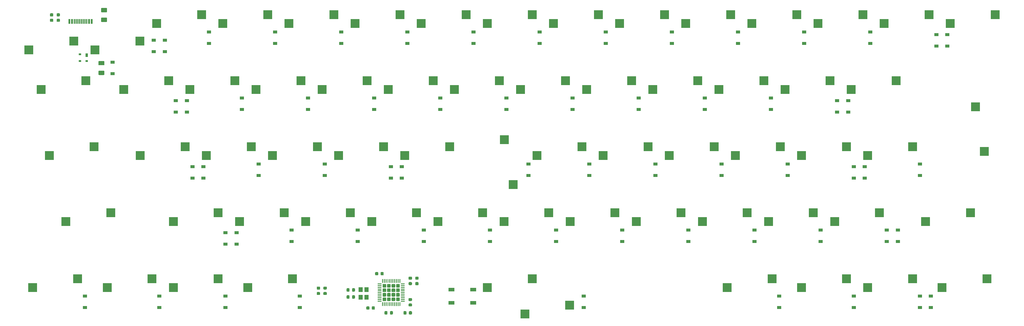
<source format=gbp>
G04 #@! TF.GenerationSoftware,KiCad,Pcbnew,(5.1.4)-1*
G04 #@! TF.CreationDate,2021-07-17T16:32:22+09:00*
G04 #@! TF.ProjectId,JIS60,4a495336-302e-46b6-9963-61645f706362,rev?*
G04 #@! TF.SameCoordinates,Original*
G04 #@! TF.FileFunction,Paste,Bot*
G04 #@! TF.FilePolarity,Positive*
%FSLAX46Y46*%
G04 Gerber Fmt 4.6, Leading zero omitted, Abs format (unit mm)*
G04 Created by KiCad (PCBNEW (5.1.4)-1) date 2021-07-17 16:32:22*
%MOMM*%
%LPD*%
G04 APERTURE LIST*
%ADD10R,2.550000X2.500000*%
%ADD11C,0.100000*%
%ADD12C,0.875000*%
%ADD13R,0.700000X1.000000*%
%ADD14R,0.700000X0.600000*%
%ADD15R,0.600000X1.450000*%
%ADD16R,0.300000X1.450000*%
%ADD17C,1.250000*%
%ADD18R,1.200000X0.900000*%
%ADD19C,0.250000*%
%ADD20C,1.050000*%
%ADD21R,1.700000X1.000000*%
%ADD22R,2.500000X2.550000*%
%ADD23R,1.200000X1.400000*%
G04 APERTURE END LIST*
D10*
X271176750Y-263048750D03*
X284103750Y-260508750D03*
X387635750Y-176688750D03*
X374708750Y-179228750D03*
X368585750Y-176688750D03*
X355658750Y-179228750D03*
D11*
G36*
X211986691Y-255157303D02*
G01*
X212007926Y-255160453D01*
X212028750Y-255165669D01*
X212048962Y-255172901D01*
X212068368Y-255182080D01*
X212086781Y-255193116D01*
X212104024Y-255205904D01*
X212119930Y-255220320D01*
X212134346Y-255236226D01*
X212147134Y-255253469D01*
X212158170Y-255271882D01*
X212167349Y-255291288D01*
X212174581Y-255311500D01*
X212179797Y-255332324D01*
X212182947Y-255353559D01*
X212184000Y-255375000D01*
X212184000Y-255812500D01*
X212182947Y-255833941D01*
X212179797Y-255855176D01*
X212174581Y-255876000D01*
X212167349Y-255896212D01*
X212158170Y-255915618D01*
X212147134Y-255934031D01*
X212134346Y-255951274D01*
X212119930Y-255967180D01*
X212104024Y-255981596D01*
X212086781Y-255994384D01*
X212068368Y-256005420D01*
X212048962Y-256014599D01*
X212028750Y-256021831D01*
X212007926Y-256027047D01*
X211986691Y-256030197D01*
X211965250Y-256031250D01*
X211452750Y-256031250D01*
X211431309Y-256030197D01*
X211410074Y-256027047D01*
X211389250Y-256021831D01*
X211369038Y-256014599D01*
X211349632Y-256005420D01*
X211331219Y-255994384D01*
X211313976Y-255981596D01*
X211298070Y-255967180D01*
X211283654Y-255951274D01*
X211270866Y-255934031D01*
X211259830Y-255915618D01*
X211250651Y-255896212D01*
X211243419Y-255876000D01*
X211238203Y-255855176D01*
X211235053Y-255833941D01*
X211234000Y-255812500D01*
X211234000Y-255375000D01*
X211235053Y-255353559D01*
X211238203Y-255332324D01*
X211243419Y-255311500D01*
X211250651Y-255291288D01*
X211259830Y-255271882D01*
X211270866Y-255253469D01*
X211283654Y-255236226D01*
X211298070Y-255220320D01*
X211313976Y-255205904D01*
X211331219Y-255193116D01*
X211349632Y-255182080D01*
X211369038Y-255172901D01*
X211389250Y-255165669D01*
X211410074Y-255160453D01*
X211431309Y-255157303D01*
X211452750Y-255156250D01*
X211965250Y-255156250D01*
X211986691Y-255157303D01*
X211986691Y-255157303D01*
G37*
D12*
X211709000Y-255593750D03*
D11*
G36*
X211986691Y-256732303D02*
G01*
X212007926Y-256735453D01*
X212028750Y-256740669D01*
X212048962Y-256747901D01*
X212068368Y-256757080D01*
X212086781Y-256768116D01*
X212104024Y-256780904D01*
X212119930Y-256795320D01*
X212134346Y-256811226D01*
X212147134Y-256828469D01*
X212158170Y-256846882D01*
X212167349Y-256866288D01*
X212174581Y-256886500D01*
X212179797Y-256907324D01*
X212182947Y-256928559D01*
X212184000Y-256950000D01*
X212184000Y-257387500D01*
X212182947Y-257408941D01*
X212179797Y-257430176D01*
X212174581Y-257451000D01*
X212167349Y-257471212D01*
X212158170Y-257490618D01*
X212147134Y-257509031D01*
X212134346Y-257526274D01*
X212119930Y-257542180D01*
X212104024Y-257556596D01*
X212086781Y-257569384D01*
X212068368Y-257580420D01*
X212048962Y-257589599D01*
X212028750Y-257596831D01*
X212007926Y-257602047D01*
X211986691Y-257605197D01*
X211965250Y-257606250D01*
X211452750Y-257606250D01*
X211431309Y-257605197D01*
X211410074Y-257602047D01*
X211389250Y-257596831D01*
X211369038Y-257589599D01*
X211349632Y-257580420D01*
X211331219Y-257569384D01*
X211313976Y-257556596D01*
X211298070Y-257542180D01*
X211283654Y-257526274D01*
X211270866Y-257509031D01*
X211259830Y-257490618D01*
X211250651Y-257471212D01*
X211243419Y-257451000D01*
X211238203Y-257430176D01*
X211235053Y-257408941D01*
X211234000Y-257387500D01*
X211234000Y-256950000D01*
X211235053Y-256928559D01*
X211238203Y-256907324D01*
X211243419Y-256886500D01*
X211250651Y-256866288D01*
X211259830Y-256846882D01*
X211270866Y-256828469D01*
X211283654Y-256811226D01*
X211298070Y-256795320D01*
X211313976Y-256780904D01*
X211331219Y-256768116D01*
X211349632Y-256757080D01*
X211369038Y-256747901D01*
X211389250Y-256740669D01*
X211410074Y-256735453D01*
X211431309Y-256732303D01*
X211452750Y-256731250D01*
X211965250Y-256731250D01*
X211986691Y-256732303D01*
X211986691Y-256732303D01*
G37*
D12*
X211709000Y-257168750D03*
D11*
G36*
X213923441Y-255157303D02*
G01*
X213944676Y-255160453D01*
X213965500Y-255165669D01*
X213985712Y-255172901D01*
X214005118Y-255182080D01*
X214023531Y-255193116D01*
X214040774Y-255205904D01*
X214056680Y-255220320D01*
X214071096Y-255236226D01*
X214083884Y-255253469D01*
X214094920Y-255271882D01*
X214104099Y-255291288D01*
X214111331Y-255311500D01*
X214116547Y-255332324D01*
X214119697Y-255353559D01*
X214120750Y-255375000D01*
X214120750Y-255812500D01*
X214119697Y-255833941D01*
X214116547Y-255855176D01*
X214111331Y-255876000D01*
X214104099Y-255896212D01*
X214094920Y-255915618D01*
X214083884Y-255934031D01*
X214071096Y-255951274D01*
X214056680Y-255967180D01*
X214040774Y-255981596D01*
X214023531Y-255994384D01*
X214005118Y-256005420D01*
X213985712Y-256014599D01*
X213965500Y-256021831D01*
X213944676Y-256027047D01*
X213923441Y-256030197D01*
X213902000Y-256031250D01*
X213389500Y-256031250D01*
X213368059Y-256030197D01*
X213346824Y-256027047D01*
X213326000Y-256021831D01*
X213305788Y-256014599D01*
X213286382Y-256005420D01*
X213267969Y-255994384D01*
X213250726Y-255981596D01*
X213234820Y-255967180D01*
X213220404Y-255951274D01*
X213207616Y-255934031D01*
X213196580Y-255915618D01*
X213187401Y-255896212D01*
X213180169Y-255876000D01*
X213174953Y-255855176D01*
X213171803Y-255833941D01*
X213170750Y-255812500D01*
X213170750Y-255375000D01*
X213171803Y-255353559D01*
X213174953Y-255332324D01*
X213180169Y-255311500D01*
X213187401Y-255291288D01*
X213196580Y-255271882D01*
X213207616Y-255253469D01*
X213220404Y-255236226D01*
X213234820Y-255220320D01*
X213250726Y-255205904D01*
X213267969Y-255193116D01*
X213286382Y-255182080D01*
X213305788Y-255172901D01*
X213326000Y-255165669D01*
X213346824Y-255160453D01*
X213368059Y-255157303D01*
X213389500Y-255156250D01*
X213902000Y-255156250D01*
X213923441Y-255157303D01*
X213923441Y-255157303D01*
G37*
D12*
X213645750Y-255593750D03*
D11*
G36*
X213923441Y-256732303D02*
G01*
X213944676Y-256735453D01*
X213965500Y-256740669D01*
X213985712Y-256747901D01*
X214005118Y-256757080D01*
X214023531Y-256768116D01*
X214040774Y-256780904D01*
X214056680Y-256795320D01*
X214071096Y-256811226D01*
X214083884Y-256828469D01*
X214094920Y-256846882D01*
X214104099Y-256866288D01*
X214111331Y-256886500D01*
X214116547Y-256907324D01*
X214119697Y-256928559D01*
X214120750Y-256950000D01*
X214120750Y-257387500D01*
X214119697Y-257408941D01*
X214116547Y-257430176D01*
X214111331Y-257451000D01*
X214104099Y-257471212D01*
X214094920Y-257490618D01*
X214083884Y-257509031D01*
X214071096Y-257526274D01*
X214056680Y-257542180D01*
X214040774Y-257556596D01*
X214023531Y-257569384D01*
X214005118Y-257580420D01*
X213985712Y-257589599D01*
X213965500Y-257596831D01*
X213944676Y-257602047D01*
X213923441Y-257605197D01*
X213902000Y-257606250D01*
X213389500Y-257606250D01*
X213368059Y-257605197D01*
X213346824Y-257602047D01*
X213326000Y-257596831D01*
X213305788Y-257589599D01*
X213286382Y-257580420D01*
X213267969Y-257569384D01*
X213250726Y-257556596D01*
X213234820Y-257542180D01*
X213220404Y-257526274D01*
X213207616Y-257509031D01*
X213196580Y-257490618D01*
X213187401Y-257471212D01*
X213180169Y-257451000D01*
X213174953Y-257430176D01*
X213171803Y-257408941D01*
X213170750Y-257387500D01*
X213170750Y-256950000D01*
X213171803Y-256928559D01*
X213174953Y-256907324D01*
X213180169Y-256886500D01*
X213187401Y-256866288D01*
X213196580Y-256846882D01*
X213207616Y-256828469D01*
X213220404Y-256811226D01*
X213234820Y-256795320D01*
X213250726Y-256780904D01*
X213267969Y-256768116D01*
X213286382Y-256757080D01*
X213305788Y-256747901D01*
X213326000Y-256740669D01*
X213346824Y-256735453D01*
X213368059Y-256732303D01*
X213389500Y-256731250D01*
X213902000Y-256731250D01*
X213923441Y-256732303D01*
X213923441Y-256732303D01*
G37*
D12*
X213645750Y-257168750D03*
D10*
X147129500Y-214788750D03*
X134202500Y-217328750D03*
D13*
X145018000Y-188353000D03*
D14*
X143018000Y-188153000D03*
X145018000Y-190053000D03*
X143018000Y-190053000D03*
D15*
X146417500Y-178662400D03*
X139967500Y-178662400D03*
X145642500Y-178662400D03*
X140742500Y-178662400D03*
D16*
X141442500Y-178662400D03*
X144942500Y-178662400D03*
X141942500Y-178662400D03*
X144442500Y-178662400D03*
X142442500Y-178662400D03*
X143942500Y-178662400D03*
X143442500Y-178662400D03*
X142942500Y-178662400D03*
D11*
G36*
X137056691Y-176322053D02*
G01*
X137077926Y-176325203D01*
X137098750Y-176330419D01*
X137118962Y-176337651D01*
X137138368Y-176346830D01*
X137156781Y-176357866D01*
X137174024Y-176370654D01*
X137189930Y-176385070D01*
X137204346Y-176400976D01*
X137217134Y-176418219D01*
X137228170Y-176436632D01*
X137237349Y-176456038D01*
X137244581Y-176476250D01*
X137249797Y-176497074D01*
X137252947Y-176518309D01*
X137254000Y-176539750D01*
X137254000Y-176977250D01*
X137252947Y-176998691D01*
X137249797Y-177019926D01*
X137244581Y-177040750D01*
X137237349Y-177060962D01*
X137228170Y-177080368D01*
X137217134Y-177098781D01*
X137204346Y-177116024D01*
X137189930Y-177131930D01*
X137174024Y-177146346D01*
X137156781Y-177159134D01*
X137138368Y-177170170D01*
X137118962Y-177179349D01*
X137098750Y-177186581D01*
X137077926Y-177191797D01*
X137056691Y-177194947D01*
X137035250Y-177196000D01*
X136522750Y-177196000D01*
X136501309Y-177194947D01*
X136480074Y-177191797D01*
X136459250Y-177186581D01*
X136439038Y-177179349D01*
X136419632Y-177170170D01*
X136401219Y-177159134D01*
X136383976Y-177146346D01*
X136368070Y-177131930D01*
X136353654Y-177116024D01*
X136340866Y-177098781D01*
X136329830Y-177080368D01*
X136320651Y-177060962D01*
X136313419Y-177040750D01*
X136308203Y-177019926D01*
X136305053Y-176998691D01*
X136304000Y-176977250D01*
X136304000Y-176539750D01*
X136305053Y-176518309D01*
X136308203Y-176497074D01*
X136313419Y-176476250D01*
X136320651Y-176456038D01*
X136329830Y-176436632D01*
X136340866Y-176418219D01*
X136353654Y-176400976D01*
X136368070Y-176385070D01*
X136383976Y-176370654D01*
X136401219Y-176357866D01*
X136419632Y-176346830D01*
X136439038Y-176337651D01*
X136459250Y-176330419D01*
X136480074Y-176325203D01*
X136501309Y-176322053D01*
X136522750Y-176321000D01*
X137035250Y-176321000D01*
X137056691Y-176322053D01*
X137056691Y-176322053D01*
G37*
D12*
X136779000Y-176758500D03*
D11*
G36*
X137056691Y-177897053D02*
G01*
X137077926Y-177900203D01*
X137098750Y-177905419D01*
X137118962Y-177912651D01*
X137138368Y-177921830D01*
X137156781Y-177932866D01*
X137174024Y-177945654D01*
X137189930Y-177960070D01*
X137204346Y-177975976D01*
X137217134Y-177993219D01*
X137228170Y-178011632D01*
X137237349Y-178031038D01*
X137244581Y-178051250D01*
X137249797Y-178072074D01*
X137252947Y-178093309D01*
X137254000Y-178114750D01*
X137254000Y-178552250D01*
X137252947Y-178573691D01*
X137249797Y-178594926D01*
X137244581Y-178615750D01*
X137237349Y-178635962D01*
X137228170Y-178655368D01*
X137217134Y-178673781D01*
X137204346Y-178691024D01*
X137189930Y-178706930D01*
X137174024Y-178721346D01*
X137156781Y-178734134D01*
X137138368Y-178745170D01*
X137118962Y-178754349D01*
X137098750Y-178761581D01*
X137077926Y-178766797D01*
X137056691Y-178769947D01*
X137035250Y-178771000D01*
X136522750Y-178771000D01*
X136501309Y-178769947D01*
X136480074Y-178766797D01*
X136459250Y-178761581D01*
X136439038Y-178754349D01*
X136419632Y-178745170D01*
X136401219Y-178734134D01*
X136383976Y-178721346D01*
X136368070Y-178706930D01*
X136353654Y-178691024D01*
X136340866Y-178673781D01*
X136329830Y-178655368D01*
X136320651Y-178635962D01*
X136313419Y-178615750D01*
X136308203Y-178594926D01*
X136305053Y-178573691D01*
X136304000Y-178552250D01*
X136304000Y-178114750D01*
X136305053Y-178093309D01*
X136308203Y-178072074D01*
X136313419Y-178051250D01*
X136320651Y-178031038D01*
X136329830Y-178011632D01*
X136340866Y-177993219D01*
X136353654Y-177975976D01*
X136368070Y-177960070D01*
X136383976Y-177945654D01*
X136401219Y-177932866D01*
X136419632Y-177921830D01*
X136439038Y-177912651D01*
X136459250Y-177905419D01*
X136480074Y-177900203D01*
X136501309Y-177897053D01*
X136522750Y-177896000D01*
X137035250Y-177896000D01*
X137056691Y-177897053D01*
X137056691Y-177897053D01*
G37*
D12*
X136779000Y-178333500D03*
D11*
G36*
X135151691Y-176322053D02*
G01*
X135172926Y-176325203D01*
X135193750Y-176330419D01*
X135213962Y-176337651D01*
X135233368Y-176346830D01*
X135251781Y-176357866D01*
X135269024Y-176370654D01*
X135284930Y-176385070D01*
X135299346Y-176400976D01*
X135312134Y-176418219D01*
X135323170Y-176436632D01*
X135332349Y-176456038D01*
X135339581Y-176476250D01*
X135344797Y-176497074D01*
X135347947Y-176518309D01*
X135349000Y-176539750D01*
X135349000Y-176977250D01*
X135347947Y-176998691D01*
X135344797Y-177019926D01*
X135339581Y-177040750D01*
X135332349Y-177060962D01*
X135323170Y-177080368D01*
X135312134Y-177098781D01*
X135299346Y-177116024D01*
X135284930Y-177131930D01*
X135269024Y-177146346D01*
X135251781Y-177159134D01*
X135233368Y-177170170D01*
X135213962Y-177179349D01*
X135193750Y-177186581D01*
X135172926Y-177191797D01*
X135151691Y-177194947D01*
X135130250Y-177196000D01*
X134617750Y-177196000D01*
X134596309Y-177194947D01*
X134575074Y-177191797D01*
X134554250Y-177186581D01*
X134534038Y-177179349D01*
X134514632Y-177170170D01*
X134496219Y-177159134D01*
X134478976Y-177146346D01*
X134463070Y-177131930D01*
X134448654Y-177116024D01*
X134435866Y-177098781D01*
X134424830Y-177080368D01*
X134415651Y-177060962D01*
X134408419Y-177040750D01*
X134403203Y-177019926D01*
X134400053Y-176998691D01*
X134399000Y-176977250D01*
X134399000Y-176539750D01*
X134400053Y-176518309D01*
X134403203Y-176497074D01*
X134408419Y-176476250D01*
X134415651Y-176456038D01*
X134424830Y-176436632D01*
X134435866Y-176418219D01*
X134448654Y-176400976D01*
X134463070Y-176385070D01*
X134478976Y-176370654D01*
X134496219Y-176357866D01*
X134514632Y-176346830D01*
X134534038Y-176337651D01*
X134554250Y-176330419D01*
X134575074Y-176325203D01*
X134596309Y-176322053D01*
X134617750Y-176321000D01*
X135130250Y-176321000D01*
X135151691Y-176322053D01*
X135151691Y-176322053D01*
G37*
D12*
X134874000Y-176758500D03*
D11*
G36*
X135151691Y-177897053D02*
G01*
X135172926Y-177900203D01*
X135193750Y-177905419D01*
X135213962Y-177912651D01*
X135233368Y-177921830D01*
X135251781Y-177932866D01*
X135269024Y-177945654D01*
X135284930Y-177960070D01*
X135299346Y-177975976D01*
X135312134Y-177993219D01*
X135323170Y-178011632D01*
X135332349Y-178031038D01*
X135339581Y-178051250D01*
X135344797Y-178072074D01*
X135347947Y-178093309D01*
X135349000Y-178114750D01*
X135349000Y-178552250D01*
X135347947Y-178573691D01*
X135344797Y-178594926D01*
X135339581Y-178615750D01*
X135332349Y-178635962D01*
X135323170Y-178655368D01*
X135312134Y-178673781D01*
X135299346Y-178691024D01*
X135284930Y-178706930D01*
X135269024Y-178721346D01*
X135251781Y-178734134D01*
X135233368Y-178745170D01*
X135213962Y-178754349D01*
X135193750Y-178761581D01*
X135172926Y-178766797D01*
X135151691Y-178769947D01*
X135130250Y-178771000D01*
X134617750Y-178771000D01*
X134596309Y-178769947D01*
X134575074Y-178766797D01*
X134554250Y-178761581D01*
X134534038Y-178754349D01*
X134514632Y-178745170D01*
X134496219Y-178734134D01*
X134478976Y-178721346D01*
X134463070Y-178706930D01*
X134448654Y-178691024D01*
X134435866Y-178673781D01*
X134424830Y-178655368D01*
X134415651Y-178635962D01*
X134408419Y-178615750D01*
X134403203Y-178594926D01*
X134400053Y-178573691D01*
X134399000Y-178552250D01*
X134399000Y-178114750D01*
X134400053Y-178093309D01*
X134403203Y-178072074D01*
X134408419Y-178051250D01*
X134415651Y-178031038D01*
X134424830Y-178011632D01*
X134435866Y-177993219D01*
X134448654Y-177975976D01*
X134463070Y-177960070D01*
X134478976Y-177945654D01*
X134496219Y-177932866D01*
X134514632Y-177921830D01*
X134534038Y-177912651D01*
X134554250Y-177905419D01*
X134575074Y-177900203D01*
X134596309Y-177897053D01*
X134617750Y-177896000D01*
X135130250Y-177896000D01*
X135151691Y-177897053D01*
X135151691Y-177897053D01*
G37*
D12*
X134874000Y-178333500D03*
D11*
G36*
X150636504Y-177560204D02*
G01*
X150660773Y-177563804D01*
X150684571Y-177569765D01*
X150707671Y-177578030D01*
X150729849Y-177588520D01*
X150750893Y-177601133D01*
X150770598Y-177615747D01*
X150788777Y-177632223D01*
X150805253Y-177650402D01*
X150819867Y-177670107D01*
X150832480Y-177691151D01*
X150842970Y-177713329D01*
X150851235Y-177736429D01*
X150857196Y-177760227D01*
X150860796Y-177784496D01*
X150862000Y-177809000D01*
X150862000Y-178559000D01*
X150860796Y-178583504D01*
X150857196Y-178607773D01*
X150851235Y-178631571D01*
X150842970Y-178654671D01*
X150832480Y-178676849D01*
X150819867Y-178697893D01*
X150805253Y-178717598D01*
X150788777Y-178735777D01*
X150770598Y-178752253D01*
X150750893Y-178766867D01*
X150729849Y-178779480D01*
X150707671Y-178789970D01*
X150684571Y-178798235D01*
X150660773Y-178804196D01*
X150636504Y-178807796D01*
X150612000Y-178809000D01*
X149362000Y-178809000D01*
X149337496Y-178807796D01*
X149313227Y-178804196D01*
X149289429Y-178798235D01*
X149266329Y-178789970D01*
X149244151Y-178779480D01*
X149223107Y-178766867D01*
X149203402Y-178752253D01*
X149185223Y-178735777D01*
X149168747Y-178717598D01*
X149154133Y-178697893D01*
X149141520Y-178676849D01*
X149131030Y-178654671D01*
X149122765Y-178631571D01*
X149116804Y-178607773D01*
X149113204Y-178583504D01*
X149112000Y-178559000D01*
X149112000Y-177809000D01*
X149113204Y-177784496D01*
X149116804Y-177760227D01*
X149122765Y-177736429D01*
X149131030Y-177713329D01*
X149141520Y-177691151D01*
X149154133Y-177670107D01*
X149168747Y-177650402D01*
X149185223Y-177632223D01*
X149203402Y-177615747D01*
X149223107Y-177601133D01*
X149244151Y-177588520D01*
X149266329Y-177578030D01*
X149289429Y-177569765D01*
X149313227Y-177563804D01*
X149337496Y-177560204D01*
X149362000Y-177559000D01*
X150612000Y-177559000D01*
X150636504Y-177560204D01*
X150636504Y-177560204D01*
G37*
D17*
X149987000Y-178184000D03*
D11*
G36*
X150636504Y-174760204D02*
G01*
X150660773Y-174763804D01*
X150684571Y-174769765D01*
X150707671Y-174778030D01*
X150729849Y-174788520D01*
X150750893Y-174801133D01*
X150770598Y-174815747D01*
X150788777Y-174832223D01*
X150805253Y-174850402D01*
X150819867Y-174870107D01*
X150832480Y-174891151D01*
X150842970Y-174913329D01*
X150851235Y-174936429D01*
X150857196Y-174960227D01*
X150860796Y-174984496D01*
X150862000Y-175009000D01*
X150862000Y-175759000D01*
X150860796Y-175783504D01*
X150857196Y-175807773D01*
X150851235Y-175831571D01*
X150842970Y-175854671D01*
X150832480Y-175876849D01*
X150819867Y-175897893D01*
X150805253Y-175917598D01*
X150788777Y-175935777D01*
X150770598Y-175952253D01*
X150750893Y-175966867D01*
X150729849Y-175979480D01*
X150707671Y-175989970D01*
X150684571Y-175998235D01*
X150660773Y-176004196D01*
X150636504Y-176007796D01*
X150612000Y-176009000D01*
X149362000Y-176009000D01*
X149337496Y-176007796D01*
X149313227Y-176004196D01*
X149289429Y-175998235D01*
X149266329Y-175989970D01*
X149244151Y-175979480D01*
X149223107Y-175966867D01*
X149203402Y-175952253D01*
X149185223Y-175935777D01*
X149168747Y-175917598D01*
X149154133Y-175897893D01*
X149141520Y-175876849D01*
X149131030Y-175854671D01*
X149122765Y-175831571D01*
X149116804Y-175807773D01*
X149113204Y-175783504D01*
X149112000Y-175759000D01*
X149112000Y-175009000D01*
X149113204Y-174984496D01*
X149116804Y-174960227D01*
X149122765Y-174936429D01*
X149131030Y-174913329D01*
X149141520Y-174891151D01*
X149154133Y-174870107D01*
X149168747Y-174850402D01*
X149185223Y-174832223D01*
X149203402Y-174815747D01*
X149223107Y-174801133D01*
X149244151Y-174788520D01*
X149266329Y-174778030D01*
X149289429Y-174769765D01*
X149313227Y-174763804D01*
X149337496Y-174760204D01*
X149362000Y-174759000D01*
X150612000Y-174759000D01*
X150636504Y-174760204D01*
X150636504Y-174760204D01*
G37*
D17*
X149987000Y-175384000D03*
D11*
G36*
X149874504Y-192863704D02*
G01*
X149898773Y-192867304D01*
X149922571Y-192873265D01*
X149945671Y-192881530D01*
X149967849Y-192892020D01*
X149988893Y-192904633D01*
X150008598Y-192919247D01*
X150026777Y-192935723D01*
X150043253Y-192953902D01*
X150057867Y-192973607D01*
X150070480Y-192994651D01*
X150080970Y-193016829D01*
X150089235Y-193039929D01*
X150095196Y-193063727D01*
X150098796Y-193087996D01*
X150100000Y-193112500D01*
X150100000Y-193862500D01*
X150098796Y-193887004D01*
X150095196Y-193911273D01*
X150089235Y-193935071D01*
X150080970Y-193958171D01*
X150070480Y-193980349D01*
X150057867Y-194001393D01*
X150043253Y-194021098D01*
X150026777Y-194039277D01*
X150008598Y-194055753D01*
X149988893Y-194070367D01*
X149967849Y-194082980D01*
X149945671Y-194093470D01*
X149922571Y-194101735D01*
X149898773Y-194107696D01*
X149874504Y-194111296D01*
X149850000Y-194112500D01*
X148600000Y-194112500D01*
X148575496Y-194111296D01*
X148551227Y-194107696D01*
X148527429Y-194101735D01*
X148504329Y-194093470D01*
X148482151Y-194082980D01*
X148461107Y-194070367D01*
X148441402Y-194055753D01*
X148423223Y-194039277D01*
X148406747Y-194021098D01*
X148392133Y-194001393D01*
X148379520Y-193980349D01*
X148369030Y-193958171D01*
X148360765Y-193935071D01*
X148354804Y-193911273D01*
X148351204Y-193887004D01*
X148350000Y-193862500D01*
X148350000Y-193112500D01*
X148351204Y-193087996D01*
X148354804Y-193063727D01*
X148360765Y-193039929D01*
X148369030Y-193016829D01*
X148379520Y-192994651D01*
X148392133Y-192973607D01*
X148406747Y-192953902D01*
X148423223Y-192935723D01*
X148441402Y-192919247D01*
X148461107Y-192904633D01*
X148482151Y-192892020D01*
X148504329Y-192881530D01*
X148527429Y-192873265D01*
X148551227Y-192867304D01*
X148575496Y-192863704D01*
X148600000Y-192862500D01*
X149850000Y-192862500D01*
X149874504Y-192863704D01*
X149874504Y-192863704D01*
G37*
D17*
X149225000Y-193487500D03*
D11*
G36*
X149874504Y-190063704D02*
G01*
X149898773Y-190067304D01*
X149922571Y-190073265D01*
X149945671Y-190081530D01*
X149967849Y-190092020D01*
X149988893Y-190104633D01*
X150008598Y-190119247D01*
X150026777Y-190135723D01*
X150043253Y-190153902D01*
X150057867Y-190173607D01*
X150070480Y-190194651D01*
X150080970Y-190216829D01*
X150089235Y-190239929D01*
X150095196Y-190263727D01*
X150098796Y-190287996D01*
X150100000Y-190312500D01*
X150100000Y-191062500D01*
X150098796Y-191087004D01*
X150095196Y-191111273D01*
X150089235Y-191135071D01*
X150080970Y-191158171D01*
X150070480Y-191180349D01*
X150057867Y-191201393D01*
X150043253Y-191221098D01*
X150026777Y-191239277D01*
X150008598Y-191255753D01*
X149988893Y-191270367D01*
X149967849Y-191282980D01*
X149945671Y-191293470D01*
X149922571Y-191301735D01*
X149898773Y-191307696D01*
X149874504Y-191311296D01*
X149850000Y-191312500D01*
X148600000Y-191312500D01*
X148575496Y-191311296D01*
X148551227Y-191307696D01*
X148527429Y-191301735D01*
X148504329Y-191293470D01*
X148482151Y-191282980D01*
X148461107Y-191270367D01*
X148441402Y-191255753D01*
X148423223Y-191239277D01*
X148406747Y-191221098D01*
X148392133Y-191201393D01*
X148379520Y-191180349D01*
X148369030Y-191158171D01*
X148360765Y-191135071D01*
X148354804Y-191111273D01*
X148351204Y-191087004D01*
X148350000Y-191062500D01*
X148350000Y-190312500D01*
X148351204Y-190287996D01*
X148354804Y-190263727D01*
X148360765Y-190239929D01*
X148369030Y-190216829D01*
X148379520Y-190194651D01*
X148392133Y-190173607D01*
X148406747Y-190153902D01*
X148423223Y-190135723D01*
X148441402Y-190119247D01*
X148461107Y-190104633D01*
X148482151Y-190092020D01*
X148504329Y-190081530D01*
X148527429Y-190073265D01*
X148551227Y-190067304D01*
X148575496Y-190063704D01*
X148600000Y-190062500D01*
X149850000Y-190062500D01*
X149874504Y-190063704D01*
X149874504Y-190063704D01*
G37*
D17*
X149225000Y-190687500D03*
D18*
X152400000Y-190437500D03*
X152400000Y-193737500D03*
D10*
X403542500Y-216185750D03*
X401002500Y-203258750D03*
X382873250Y-214788750D03*
X369946250Y-217328750D03*
X342392000Y-252888750D03*
X329465000Y-255428750D03*
X399542000Y-233838750D03*
X386615000Y-236378750D03*
X373348250Y-233838750D03*
X360421250Y-236378750D03*
X273335750Y-252888750D03*
X260408750Y-255428750D03*
X404304500Y-252888750D03*
X391377500Y-255428750D03*
X363823250Y-252888750D03*
X350896250Y-255428750D03*
X204279500Y-252888750D03*
X191352500Y-255428750D03*
X142367000Y-252888750D03*
X129440000Y-255428750D03*
X182848250Y-252888750D03*
X169921250Y-255428750D03*
D18*
X344487500Y-257906250D03*
X344487500Y-261206250D03*
X206375000Y-257906250D03*
X206375000Y-261206250D03*
X364331250Y-201550000D03*
X364331250Y-204850000D03*
D11*
G36*
X236497626Y-259249551D02*
G01*
X236503693Y-259250451D01*
X236509643Y-259251941D01*
X236515418Y-259254008D01*
X236520962Y-259256630D01*
X236526223Y-259259783D01*
X236531150Y-259263437D01*
X236535694Y-259267556D01*
X236539813Y-259272100D01*
X236543467Y-259277027D01*
X236546620Y-259282288D01*
X236549242Y-259287832D01*
X236551309Y-259293607D01*
X236552799Y-259299557D01*
X236553699Y-259305624D01*
X236554000Y-259311750D01*
X236554000Y-259436750D01*
X236553699Y-259442876D01*
X236552799Y-259448943D01*
X236551309Y-259454893D01*
X236549242Y-259460668D01*
X236546620Y-259466212D01*
X236543467Y-259471473D01*
X236539813Y-259476400D01*
X236535694Y-259480944D01*
X236531150Y-259485063D01*
X236526223Y-259488717D01*
X236520962Y-259491870D01*
X236515418Y-259494492D01*
X236509643Y-259496559D01*
X236503693Y-259498049D01*
X236497626Y-259498949D01*
X236491500Y-259499250D01*
X235541500Y-259499250D01*
X235535374Y-259498949D01*
X235529307Y-259498049D01*
X235523357Y-259496559D01*
X235517582Y-259494492D01*
X235512038Y-259491870D01*
X235506777Y-259488717D01*
X235501850Y-259485063D01*
X235497306Y-259480944D01*
X235493187Y-259476400D01*
X235489533Y-259471473D01*
X235486380Y-259466212D01*
X235483758Y-259460668D01*
X235481691Y-259454893D01*
X235480201Y-259448943D01*
X235479301Y-259442876D01*
X235479000Y-259436750D01*
X235479000Y-259311750D01*
X235479301Y-259305624D01*
X235480201Y-259299557D01*
X235481691Y-259293607D01*
X235483758Y-259287832D01*
X235486380Y-259282288D01*
X235489533Y-259277027D01*
X235493187Y-259272100D01*
X235497306Y-259267556D01*
X235501850Y-259263437D01*
X235506777Y-259259783D01*
X235512038Y-259256630D01*
X235517582Y-259254008D01*
X235523357Y-259251941D01*
X235529307Y-259250451D01*
X235535374Y-259249551D01*
X235541500Y-259249250D01*
X236491500Y-259249250D01*
X236497626Y-259249551D01*
X236497626Y-259249551D01*
G37*
D19*
X236016500Y-259374250D03*
D11*
G36*
X236497626Y-258749551D02*
G01*
X236503693Y-258750451D01*
X236509643Y-258751941D01*
X236515418Y-258754008D01*
X236520962Y-258756630D01*
X236526223Y-258759783D01*
X236531150Y-258763437D01*
X236535694Y-258767556D01*
X236539813Y-258772100D01*
X236543467Y-258777027D01*
X236546620Y-258782288D01*
X236549242Y-258787832D01*
X236551309Y-258793607D01*
X236552799Y-258799557D01*
X236553699Y-258805624D01*
X236554000Y-258811750D01*
X236554000Y-258936750D01*
X236553699Y-258942876D01*
X236552799Y-258948943D01*
X236551309Y-258954893D01*
X236549242Y-258960668D01*
X236546620Y-258966212D01*
X236543467Y-258971473D01*
X236539813Y-258976400D01*
X236535694Y-258980944D01*
X236531150Y-258985063D01*
X236526223Y-258988717D01*
X236520962Y-258991870D01*
X236515418Y-258994492D01*
X236509643Y-258996559D01*
X236503693Y-258998049D01*
X236497626Y-258998949D01*
X236491500Y-258999250D01*
X235541500Y-258999250D01*
X235535374Y-258998949D01*
X235529307Y-258998049D01*
X235523357Y-258996559D01*
X235517582Y-258994492D01*
X235512038Y-258991870D01*
X235506777Y-258988717D01*
X235501850Y-258985063D01*
X235497306Y-258980944D01*
X235493187Y-258976400D01*
X235489533Y-258971473D01*
X235486380Y-258966212D01*
X235483758Y-258960668D01*
X235481691Y-258954893D01*
X235480201Y-258948943D01*
X235479301Y-258942876D01*
X235479000Y-258936750D01*
X235479000Y-258811750D01*
X235479301Y-258805624D01*
X235480201Y-258799557D01*
X235481691Y-258793607D01*
X235483758Y-258787832D01*
X235486380Y-258782288D01*
X235489533Y-258777027D01*
X235493187Y-258772100D01*
X235497306Y-258767556D01*
X235501850Y-258763437D01*
X235506777Y-258759783D01*
X235512038Y-258756630D01*
X235517582Y-258754008D01*
X235523357Y-258751941D01*
X235529307Y-258750451D01*
X235535374Y-258749551D01*
X235541500Y-258749250D01*
X236491500Y-258749250D01*
X236497626Y-258749551D01*
X236497626Y-258749551D01*
G37*
D19*
X236016500Y-258874250D03*
D11*
G36*
X236497626Y-258249551D02*
G01*
X236503693Y-258250451D01*
X236509643Y-258251941D01*
X236515418Y-258254008D01*
X236520962Y-258256630D01*
X236526223Y-258259783D01*
X236531150Y-258263437D01*
X236535694Y-258267556D01*
X236539813Y-258272100D01*
X236543467Y-258277027D01*
X236546620Y-258282288D01*
X236549242Y-258287832D01*
X236551309Y-258293607D01*
X236552799Y-258299557D01*
X236553699Y-258305624D01*
X236554000Y-258311750D01*
X236554000Y-258436750D01*
X236553699Y-258442876D01*
X236552799Y-258448943D01*
X236551309Y-258454893D01*
X236549242Y-258460668D01*
X236546620Y-258466212D01*
X236543467Y-258471473D01*
X236539813Y-258476400D01*
X236535694Y-258480944D01*
X236531150Y-258485063D01*
X236526223Y-258488717D01*
X236520962Y-258491870D01*
X236515418Y-258494492D01*
X236509643Y-258496559D01*
X236503693Y-258498049D01*
X236497626Y-258498949D01*
X236491500Y-258499250D01*
X235541500Y-258499250D01*
X235535374Y-258498949D01*
X235529307Y-258498049D01*
X235523357Y-258496559D01*
X235517582Y-258494492D01*
X235512038Y-258491870D01*
X235506777Y-258488717D01*
X235501850Y-258485063D01*
X235497306Y-258480944D01*
X235493187Y-258476400D01*
X235489533Y-258471473D01*
X235486380Y-258466212D01*
X235483758Y-258460668D01*
X235481691Y-258454893D01*
X235480201Y-258448943D01*
X235479301Y-258442876D01*
X235479000Y-258436750D01*
X235479000Y-258311750D01*
X235479301Y-258305624D01*
X235480201Y-258299557D01*
X235481691Y-258293607D01*
X235483758Y-258287832D01*
X235486380Y-258282288D01*
X235489533Y-258277027D01*
X235493187Y-258272100D01*
X235497306Y-258267556D01*
X235501850Y-258263437D01*
X235506777Y-258259783D01*
X235512038Y-258256630D01*
X235517582Y-258254008D01*
X235523357Y-258251941D01*
X235529307Y-258250451D01*
X235535374Y-258249551D01*
X235541500Y-258249250D01*
X236491500Y-258249250D01*
X236497626Y-258249551D01*
X236497626Y-258249551D01*
G37*
D19*
X236016500Y-258374250D03*
D11*
G36*
X236497626Y-257749551D02*
G01*
X236503693Y-257750451D01*
X236509643Y-257751941D01*
X236515418Y-257754008D01*
X236520962Y-257756630D01*
X236526223Y-257759783D01*
X236531150Y-257763437D01*
X236535694Y-257767556D01*
X236539813Y-257772100D01*
X236543467Y-257777027D01*
X236546620Y-257782288D01*
X236549242Y-257787832D01*
X236551309Y-257793607D01*
X236552799Y-257799557D01*
X236553699Y-257805624D01*
X236554000Y-257811750D01*
X236554000Y-257936750D01*
X236553699Y-257942876D01*
X236552799Y-257948943D01*
X236551309Y-257954893D01*
X236549242Y-257960668D01*
X236546620Y-257966212D01*
X236543467Y-257971473D01*
X236539813Y-257976400D01*
X236535694Y-257980944D01*
X236531150Y-257985063D01*
X236526223Y-257988717D01*
X236520962Y-257991870D01*
X236515418Y-257994492D01*
X236509643Y-257996559D01*
X236503693Y-257998049D01*
X236497626Y-257998949D01*
X236491500Y-257999250D01*
X235541500Y-257999250D01*
X235535374Y-257998949D01*
X235529307Y-257998049D01*
X235523357Y-257996559D01*
X235517582Y-257994492D01*
X235512038Y-257991870D01*
X235506777Y-257988717D01*
X235501850Y-257985063D01*
X235497306Y-257980944D01*
X235493187Y-257976400D01*
X235489533Y-257971473D01*
X235486380Y-257966212D01*
X235483758Y-257960668D01*
X235481691Y-257954893D01*
X235480201Y-257948943D01*
X235479301Y-257942876D01*
X235479000Y-257936750D01*
X235479000Y-257811750D01*
X235479301Y-257805624D01*
X235480201Y-257799557D01*
X235481691Y-257793607D01*
X235483758Y-257787832D01*
X235486380Y-257782288D01*
X235489533Y-257777027D01*
X235493187Y-257772100D01*
X235497306Y-257767556D01*
X235501850Y-257763437D01*
X235506777Y-257759783D01*
X235512038Y-257756630D01*
X235517582Y-257754008D01*
X235523357Y-257751941D01*
X235529307Y-257750451D01*
X235535374Y-257749551D01*
X235541500Y-257749250D01*
X236491500Y-257749250D01*
X236497626Y-257749551D01*
X236497626Y-257749551D01*
G37*
D19*
X236016500Y-257874250D03*
D11*
G36*
X236497626Y-257249551D02*
G01*
X236503693Y-257250451D01*
X236509643Y-257251941D01*
X236515418Y-257254008D01*
X236520962Y-257256630D01*
X236526223Y-257259783D01*
X236531150Y-257263437D01*
X236535694Y-257267556D01*
X236539813Y-257272100D01*
X236543467Y-257277027D01*
X236546620Y-257282288D01*
X236549242Y-257287832D01*
X236551309Y-257293607D01*
X236552799Y-257299557D01*
X236553699Y-257305624D01*
X236554000Y-257311750D01*
X236554000Y-257436750D01*
X236553699Y-257442876D01*
X236552799Y-257448943D01*
X236551309Y-257454893D01*
X236549242Y-257460668D01*
X236546620Y-257466212D01*
X236543467Y-257471473D01*
X236539813Y-257476400D01*
X236535694Y-257480944D01*
X236531150Y-257485063D01*
X236526223Y-257488717D01*
X236520962Y-257491870D01*
X236515418Y-257494492D01*
X236509643Y-257496559D01*
X236503693Y-257498049D01*
X236497626Y-257498949D01*
X236491500Y-257499250D01*
X235541500Y-257499250D01*
X235535374Y-257498949D01*
X235529307Y-257498049D01*
X235523357Y-257496559D01*
X235517582Y-257494492D01*
X235512038Y-257491870D01*
X235506777Y-257488717D01*
X235501850Y-257485063D01*
X235497306Y-257480944D01*
X235493187Y-257476400D01*
X235489533Y-257471473D01*
X235486380Y-257466212D01*
X235483758Y-257460668D01*
X235481691Y-257454893D01*
X235480201Y-257448943D01*
X235479301Y-257442876D01*
X235479000Y-257436750D01*
X235479000Y-257311750D01*
X235479301Y-257305624D01*
X235480201Y-257299557D01*
X235481691Y-257293607D01*
X235483758Y-257287832D01*
X235486380Y-257282288D01*
X235489533Y-257277027D01*
X235493187Y-257272100D01*
X235497306Y-257267556D01*
X235501850Y-257263437D01*
X235506777Y-257259783D01*
X235512038Y-257256630D01*
X235517582Y-257254008D01*
X235523357Y-257251941D01*
X235529307Y-257250451D01*
X235535374Y-257249551D01*
X235541500Y-257249250D01*
X236491500Y-257249250D01*
X236497626Y-257249551D01*
X236497626Y-257249551D01*
G37*
D19*
X236016500Y-257374250D03*
D11*
G36*
X236497626Y-256749551D02*
G01*
X236503693Y-256750451D01*
X236509643Y-256751941D01*
X236515418Y-256754008D01*
X236520962Y-256756630D01*
X236526223Y-256759783D01*
X236531150Y-256763437D01*
X236535694Y-256767556D01*
X236539813Y-256772100D01*
X236543467Y-256777027D01*
X236546620Y-256782288D01*
X236549242Y-256787832D01*
X236551309Y-256793607D01*
X236552799Y-256799557D01*
X236553699Y-256805624D01*
X236554000Y-256811750D01*
X236554000Y-256936750D01*
X236553699Y-256942876D01*
X236552799Y-256948943D01*
X236551309Y-256954893D01*
X236549242Y-256960668D01*
X236546620Y-256966212D01*
X236543467Y-256971473D01*
X236539813Y-256976400D01*
X236535694Y-256980944D01*
X236531150Y-256985063D01*
X236526223Y-256988717D01*
X236520962Y-256991870D01*
X236515418Y-256994492D01*
X236509643Y-256996559D01*
X236503693Y-256998049D01*
X236497626Y-256998949D01*
X236491500Y-256999250D01*
X235541500Y-256999250D01*
X235535374Y-256998949D01*
X235529307Y-256998049D01*
X235523357Y-256996559D01*
X235517582Y-256994492D01*
X235512038Y-256991870D01*
X235506777Y-256988717D01*
X235501850Y-256985063D01*
X235497306Y-256980944D01*
X235493187Y-256976400D01*
X235489533Y-256971473D01*
X235486380Y-256966212D01*
X235483758Y-256960668D01*
X235481691Y-256954893D01*
X235480201Y-256948943D01*
X235479301Y-256942876D01*
X235479000Y-256936750D01*
X235479000Y-256811750D01*
X235479301Y-256805624D01*
X235480201Y-256799557D01*
X235481691Y-256793607D01*
X235483758Y-256787832D01*
X235486380Y-256782288D01*
X235489533Y-256777027D01*
X235493187Y-256772100D01*
X235497306Y-256767556D01*
X235501850Y-256763437D01*
X235506777Y-256759783D01*
X235512038Y-256756630D01*
X235517582Y-256754008D01*
X235523357Y-256751941D01*
X235529307Y-256750451D01*
X235535374Y-256749551D01*
X235541500Y-256749250D01*
X236491500Y-256749250D01*
X236497626Y-256749551D01*
X236497626Y-256749551D01*
G37*
D19*
X236016500Y-256874250D03*
D11*
G36*
X236497626Y-256249551D02*
G01*
X236503693Y-256250451D01*
X236509643Y-256251941D01*
X236515418Y-256254008D01*
X236520962Y-256256630D01*
X236526223Y-256259783D01*
X236531150Y-256263437D01*
X236535694Y-256267556D01*
X236539813Y-256272100D01*
X236543467Y-256277027D01*
X236546620Y-256282288D01*
X236549242Y-256287832D01*
X236551309Y-256293607D01*
X236552799Y-256299557D01*
X236553699Y-256305624D01*
X236554000Y-256311750D01*
X236554000Y-256436750D01*
X236553699Y-256442876D01*
X236552799Y-256448943D01*
X236551309Y-256454893D01*
X236549242Y-256460668D01*
X236546620Y-256466212D01*
X236543467Y-256471473D01*
X236539813Y-256476400D01*
X236535694Y-256480944D01*
X236531150Y-256485063D01*
X236526223Y-256488717D01*
X236520962Y-256491870D01*
X236515418Y-256494492D01*
X236509643Y-256496559D01*
X236503693Y-256498049D01*
X236497626Y-256498949D01*
X236491500Y-256499250D01*
X235541500Y-256499250D01*
X235535374Y-256498949D01*
X235529307Y-256498049D01*
X235523357Y-256496559D01*
X235517582Y-256494492D01*
X235512038Y-256491870D01*
X235506777Y-256488717D01*
X235501850Y-256485063D01*
X235497306Y-256480944D01*
X235493187Y-256476400D01*
X235489533Y-256471473D01*
X235486380Y-256466212D01*
X235483758Y-256460668D01*
X235481691Y-256454893D01*
X235480201Y-256448943D01*
X235479301Y-256442876D01*
X235479000Y-256436750D01*
X235479000Y-256311750D01*
X235479301Y-256305624D01*
X235480201Y-256299557D01*
X235481691Y-256293607D01*
X235483758Y-256287832D01*
X235486380Y-256282288D01*
X235489533Y-256277027D01*
X235493187Y-256272100D01*
X235497306Y-256267556D01*
X235501850Y-256263437D01*
X235506777Y-256259783D01*
X235512038Y-256256630D01*
X235517582Y-256254008D01*
X235523357Y-256251941D01*
X235529307Y-256250451D01*
X235535374Y-256249551D01*
X235541500Y-256249250D01*
X236491500Y-256249250D01*
X236497626Y-256249551D01*
X236497626Y-256249551D01*
G37*
D19*
X236016500Y-256374250D03*
D11*
G36*
X236497626Y-255749551D02*
G01*
X236503693Y-255750451D01*
X236509643Y-255751941D01*
X236515418Y-255754008D01*
X236520962Y-255756630D01*
X236526223Y-255759783D01*
X236531150Y-255763437D01*
X236535694Y-255767556D01*
X236539813Y-255772100D01*
X236543467Y-255777027D01*
X236546620Y-255782288D01*
X236549242Y-255787832D01*
X236551309Y-255793607D01*
X236552799Y-255799557D01*
X236553699Y-255805624D01*
X236554000Y-255811750D01*
X236554000Y-255936750D01*
X236553699Y-255942876D01*
X236552799Y-255948943D01*
X236551309Y-255954893D01*
X236549242Y-255960668D01*
X236546620Y-255966212D01*
X236543467Y-255971473D01*
X236539813Y-255976400D01*
X236535694Y-255980944D01*
X236531150Y-255985063D01*
X236526223Y-255988717D01*
X236520962Y-255991870D01*
X236515418Y-255994492D01*
X236509643Y-255996559D01*
X236503693Y-255998049D01*
X236497626Y-255998949D01*
X236491500Y-255999250D01*
X235541500Y-255999250D01*
X235535374Y-255998949D01*
X235529307Y-255998049D01*
X235523357Y-255996559D01*
X235517582Y-255994492D01*
X235512038Y-255991870D01*
X235506777Y-255988717D01*
X235501850Y-255985063D01*
X235497306Y-255980944D01*
X235493187Y-255976400D01*
X235489533Y-255971473D01*
X235486380Y-255966212D01*
X235483758Y-255960668D01*
X235481691Y-255954893D01*
X235480201Y-255948943D01*
X235479301Y-255942876D01*
X235479000Y-255936750D01*
X235479000Y-255811750D01*
X235479301Y-255805624D01*
X235480201Y-255799557D01*
X235481691Y-255793607D01*
X235483758Y-255787832D01*
X235486380Y-255782288D01*
X235489533Y-255777027D01*
X235493187Y-255772100D01*
X235497306Y-255767556D01*
X235501850Y-255763437D01*
X235506777Y-255759783D01*
X235512038Y-255756630D01*
X235517582Y-255754008D01*
X235523357Y-255751941D01*
X235529307Y-255750451D01*
X235535374Y-255749551D01*
X235541500Y-255749250D01*
X236491500Y-255749250D01*
X236497626Y-255749551D01*
X236497626Y-255749551D01*
G37*
D19*
X236016500Y-255874250D03*
D11*
G36*
X236497626Y-255249551D02*
G01*
X236503693Y-255250451D01*
X236509643Y-255251941D01*
X236515418Y-255254008D01*
X236520962Y-255256630D01*
X236526223Y-255259783D01*
X236531150Y-255263437D01*
X236535694Y-255267556D01*
X236539813Y-255272100D01*
X236543467Y-255277027D01*
X236546620Y-255282288D01*
X236549242Y-255287832D01*
X236551309Y-255293607D01*
X236552799Y-255299557D01*
X236553699Y-255305624D01*
X236554000Y-255311750D01*
X236554000Y-255436750D01*
X236553699Y-255442876D01*
X236552799Y-255448943D01*
X236551309Y-255454893D01*
X236549242Y-255460668D01*
X236546620Y-255466212D01*
X236543467Y-255471473D01*
X236539813Y-255476400D01*
X236535694Y-255480944D01*
X236531150Y-255485063D01*
X236526223Y-255488717D01*
X236520962Y-255491870D01*
X236515418Y-255494492D01*
X236509643Y-255496559D01*
X236503693Y-255498049D01*
X236497626Y-255498949D01*
X236491500Y-255499250D01*
X235541500Y-255499250D01*
X235535374Y-255498949D01*
X235529307Y-255498049D01*
X235523357Y-255496559D01*
X235517582Y-255494492D01*
X235512038Y-255491870D01*
X235506777Y-255488717D01*
X235501850Y-255485063D01*
X235497306Y-255480944D01*
X235493187Y-255476400D01*
X235489533Y-255471473D01*
X235486380Y-255466212D01*
X235483758Y-255460668D01*
X235481691Y-255454893D01*
X235480201Y-255448943D01*
X235479301Y-255442876D01*
X235479000Y-255436750D01*
X235479000Y-255311750D01*
X235479301Y-255305624D01*
X235480201Y-255299557D01*
X235481691Y-255293607D01*
X235483758Y-255287832D01*
X235486380Y-255282288D01*
X235489533Y-255277027D01*
X235493187Y-255272100D01*
X235497306Y-255267556D01*
X235501850Y-255263437D01*
X235506777Y-255259783D01*
X235512038Y-255256630D01*
X235517582Y-255254008D01*
X235523357Y-255251941D01*
X235529307Y-255250451D01*
X235535374Y-255249551D01*
X235541500Y-255249250D01*
X236491500Y-255249250D01*
X236497626Y-255249551D01*
X236497626Y-255249551D01*
G37*
D19*
X236016500Y-255374250D03*
D11*
G36*
X236497626Y-254749551D02*
G01*
X236503693Y-254750451D01*
X236509643Y-254751941D01*
X236515418Y-254754008D01*
X236520962Y-254756630D01*
X236526223Y-254759783D01*
X236531150Y-254763437D01*
X236535694Y-254767556D01*
X236539813Y-254772100D01*
X236543467Y-254777027D01*
X236546620Y-254782288D01*
X236549242Y-254787832D01*
X236551309Y-254793607D01*
X236552799Y-254799557D01*
X236553699Y-254805624D01*
X236554000Y-254811750D01*
X236554000Y-254936750D01*
X236553699Y-254942876D01*
X236552799Y-254948943D01*
X236551309Y-254954893D01*
X236549242Y-254960668D01*
X236546620Y-254966212D01*
X236543467Y-254971473D01*
X236539813Y-254976400D01*
X236535694Y-254980944D01*
X236531150Y-254985063D01*
X236526223Y-254988717D01*
X236520962Y-254991870D01*
X236515418Y-254994492D01*
X236509643Y-254996559D01*
X236503693Y-254998049D01*
X236497626Y-254998949D01*
X236491500Y-254999250D01*
X235541500Y-254999250D01*
X235535374Y-254998949D01*
X235529307Y-254998049D01*
X235523357Y-254996559D01*
X235517582Y-254994492D01*
X235512038Y-254991870D01*
X235506777Y-254988717D01*
X235501850Y-254985063D01*
X235497306Y-254980944D01*
X235493187Y-254976400D01*
X235489533Y-254971473D01*
X235486380Y-254966212D01*
X235483758Y-254960668D01*
X235481691Y-254954893D01*
X235480201Y-254948943D01*
X235479301Y-254942876D01*
X235479000Y-254936750D01*
X235479000Y-254811750D01*
X235479301Y-254805624D01*
X235480201Y-254799557D01*
X235481691Y-254793607D01*
X235483758Y-254787832D01*
X235486380Y-254782288D01*
X235489533Y-254777027D01*
X235493187Y-254772100D01*
X235497306Y-254767556D01*
X235501850Y-254763437D01*
X235506777Y-254759783D01*
X235512038Y-254756630D01*
X235517582Y-254754008D01*
X235523357Y-254751941D01*
X235529307Y-254750451D01*
X235535374Y-254749551D01*
X235541500Y-254749250D01*
X236491500Y-254749250D01*
X236497626Y-254749551D01*
X236497626Y-254749551D01*
G37*
D19*
X236016500Y-254874250D03*
D11*
G36*
X236497626Y-254249551D02*
G01*
X236503693Y-254250451D01*
X236509643Y-254251941D01*
X236515418Y-254254008D01*
X236520962Y-254256630D01*
X236526223Y-254259783D01*
X236531150Y-254263437D01*
X236535694Y-254267556D01*
X236539813Y-254272100D01*
X236543467Y-254277027D01*
X236546620Y-254282288D01*
X236549242Y-254287832D01*
X236551309Y-254293607D01*
X236552799Y-254299557D01*
X236553699Y-254305624D01*
X236554000Y-254311750D01*
X236554000Y-254436750D01*
X236553699Y-254442876D01*
X236552799Y-254448943D01*
X236551309Y-254454893D01*
X236549242Y-254460668D01*
X236546620Y-254466212D01*
X236543467Y-254471473D01*
X236539813Y-254476400D01*
X236535694Y-254480944D01*
X236531150Y-254485063D01*
X236526223Y-254488717D01*
X236520962Y-254491870D01*
X236515418Y-254494492D01*
X236509643Y-254496559D01*
X236503693Y-254498049D01*
X236497626Y-254498949D01*
X236491500Y-254499250D01*
X235541500Y-254499250D01*
X235535374Y-254498949D01*
X235529307Y-254498049D01*
X235523357Y-254496559D01*
X235517582Y-254494492D01*
X235512038Y-254491870D01*
X235506777Y-254488717D01*
X235501850Y-254485063D01*
X235497306Y-254480944D01*
X235493187Y-254476400D01*
X235489533Y-254471473D01*
X235486380Y-254466212D01*
X235483758Y-254460668D01*
X235481691Y-254454893D01*
X235480201Y-254448943D01*
X235479301Y-254442876D01*
X235479000Y-254436750D01*
X235479000Y-254311750D01*
X235479301Y-254305624D01*
X235480201Y-254299557D01*
X235481691Y-254293607D01*
X235483758Y-254287832D01*
X235486380Y-254282288D01*
X235489533Y-254277027D01*
X235493187Y-254272100D01*
X235497306Y-254267556D01*
X235501850Y-254263437D01*
X235506777Y-254259783D01*
X235512038Y-254256630D01*
X235517582Y-254254008D01*
X235523357Y-254251941D01*
X235529307Y-254250451D01*
X235535374Y-254249551D01*
X235541500Y-254249250D01*
X236491500Y-254249250D01*
X236497626Y-254249551D01*
X236497626Y-254249551D01*
G37*
D19*
X236016500Y-254374250D03*
D11*
G36*
X235247626Y-252999551D02*
G01*
X235253693Y-253000451D01*
X235259643Y-253001941D01*
X235265418Y-253004008D01*
X235270962Y-253006630D01*
X235276223Y-253009783D01*
X235281150Y-253013437D01*
X235285694Y-253017556D01*
X235289813Y-253022100D01*
X235293467Y-253027027D01*
X235296620Y-253032288D01*
X235299242Y-253037832D01*
X235301309Y-253043607D01*
X235302799Y-253049557D01*
X235303699Y-253055624D01*
X235304000Y-253061750D01*
X235304000Y-254011750D01*
X235303699Y-254017876D01*
X235302799Y-254023943D01*
X235301309Y-254029893D01*
X235299242Y-254035668D01*
X235296620Y-254041212D01*
X235293467Y-254046473D01*
X235289813Y-254051400D01*
X235285694Y-254055944D01*
X235281150Y-254060063D01*
X235276223Y-254063717D01*
X235270962Y-254066870D01*
X235265418Y-254069492D01*
X235259643Y-254071559D01*
X235253693Y-254073049D01*
X235247626Y-254073949D01*
X235241500Y-254074250D01*
X235116500Y-254074250D01*
X235110374Y-254073949D01*
X235104307Y-254073049D01*
X235098357Y-254071559D01*
X235092582Y-254069492D01*
X235087038Y-254066870D01*
X235081777Y-254063717D01*
X235076850Y-254060063D01*
X235072306Y-254055944D01*
X235068187Y-254051400D01*
X235064533Y-254046473D01*
X235061380Y-254041212D01*
X235058758Y-254035668D01*
X235056691Y-254029893D01*
X235055201Y-254023943D01*
X235054301Y-254017876D01*
X235054000Y-254011750D01*
X235054000Y-253061750D01*
X235054301Y-253055624D01*
X235055201Y-253049557D01*
X235056691Y-253043607D01*
X235058758Y-253037832D01*
X235061380Y-253032288D01*
X235064533Y-253027027D01*
X235068187Y-253022100D01*
X235072306Y-253017556D01*
X235076850Y-253013437D01*
X235081777Y-253009783D01*
X235087038Y-253006630D01*
X235092582Y-253004008D01*
X235098357Y-253001941D01*
X235104307Y-253000451D01*
X235110374Y-252999551D01*
X235116500Y-252999250D01*
X235241500Y-252999250D01*
X235247626Y-252999551D01*
X235247626Y-252999551D01*
G37*
D19*
X235179000Y-253536750D03*
D11*
G36*
X234747626Y-252999551D02*
G01*
X234753693Y-253000451D01*
X234759643Y-253001941D01*
X234765418Y-253004008D01*
X234770962Y-253006630D01*
X234776223Y-253009783D01*
X234781150Y-253013437D01*
X234785694Y-253017556D01*
X234789813Y-253022100D01*
X234793467Y-253027027D01*
X234796620Y-253032288D01*
X234799242Y-253037832D01*
X234801309Y-253043607D01*
X234802799Y-253049557D01*
X234803699Y-253055624D01*
X234804000Y-253061750D01*
X234804000Y-254011750D01*
X234803699Y-254017876D01*
X234802799Y-254023943D01*
X234801309Y-254029893D01*
X234799242Y-254035668D01*
X234796620Y-254041212D01*
X234793467Y-254046473D01*
X234789813Y-254051400D01*
X234785694Y-254055944D01*
X234781150Y-254060063D01*
X234776223Y-254063717D01*
X234770962Y-254066870D01*
X234765418Y-254069492D01*
X234759643Y-254071559D01*
X234753693Y-254073049D01*
X234747626Y-254073949D01*
X234741500Y-254074250D01*
X234616500Y-254074250D01*
X234610374Y-254073949D01*
X234604307Y-254073049D01*
X234598357Y-254071559D01*
X234592582Y-254069492D01*
X234587038Y-254066870D01*
X234581777Y-254063717D01*
X234576850Y-254060063D01*
X234572306Y-254055944D01*
X234568187Y-254051400D01*
X234564533Y-254046473D01*
X234561380Y-254041212D01*
X234558758Y-254035668D01*
X234556691Y-254029893D01*
X234555201Y-254023943D01*
X234554301Y-254017876D01*
X234554000Y-254011750D01*
X234554000Y-253061750D01*
X234554301Y-253055624D01*
X234555201Y-253049557D01*
X234556691Y-253043607D01*
X234558758Y-253037832D01*
X234561380Y-253032288D01*
X234564533Y-253027027D01*
X234568187Y-253022100D01*
X234572306Y-253017556D01*
X234576850Y-253013437D01*
X234581777Y-253009783D01*
X234587038Y-253006630D01*
X234592582Y-253004008D01*
X234598357Y-253001941D01*
X234604307Y-253000451D01*
X234610374Y-252999551D01*
X234616500Y-252999250D01*
X234741500Y-252999250D01*
X234747626Y-252999551D01*
X234747626Y-252999551D01*
G37*
D19*
X234679000Y-253536750D03*
D11*
G36*
X234247626Y-252999551D02*
G01*
X234253693Y-253000451D01*
X234259643Y-253001941D01*
X234265418Y-253004008D01*
X234270962Y-253006630D01*
X234276223Y-253009783D01*
X234281150Y-253013437D01*
X234285694Y-253017556D01*
X234289813Y-253022100D01*
X234293467Y-253027027D01*
X234296620Y-253032288D01*
X234299242Y-253037832D01*
X234301309Y-253043607D01*
X234302799Y-253049557D01*
X234303699Y-253055624D01*
X234304000Y-253061750D01*
X234304000Y-254011750D01*
X234303699Y-254017876D01*
X234302799Y-254023943D01*
X234301309Y-254029893D01*
X234299242Y-254035668D01*
X234296620Y-254041212D01*
X234293467Y-254046473D01*
X234289813Y-254051400D01*
X234285694Y-254055944D01*
X234281150Y-254060063D01*
X234276223Y-254063717D01*
X234270962Y-254066870D01*
X234265418Y-254069492D01*
X234259643Y-254071559D01*
X234253693Y-254073049D01*
X234247626Y-254073949D01*
X234241500Y-254074250D01*
X234116500Y-254074250D01*
X234110374Y-254073949D01*
X234104307Y-254073049D01*
X234098357Y-254071559D01*
X234092582Y-254069492D01*
X234087038Y-254066870D01*
X234081777Y-254063717D01*
X234076850Y-254060063D01*
X234072306Y-254055944D01*
X234068187Y-254051400D01*
X234064533Y-254046473D01*
X234061380Y-254041212D01*
X234058758Y-254035668D01*
X234056691Y-254029893D01*
X234055201Y-254023943D01*
X234054301Y-254017876D01*
X234054000Y-254011750D01*
X234054000Y-253061750D01*
X234054301Y-253055624D01*
X234055201Y-253049557D01*
X234056691Y-253043607D01*
X234058758Y-253037832D01*
X234061380Y-253032288D01*
X234064533Y-253027027D01*
X234068187Y-253022100D01*
X234072306Y-253017556D01*
X234076850Y-253013437D01*
X234081777Y-253009783D01*
X234087038Y-253006630D01*
X234092582Y-253004008D01*
X234098357Y-253001941D01*
X234104307Y-253000451D01*
X234110374Y-252999551D01*
X234116500Y-252999250D01*
X234241500Y-252999250D01*
X234247626Y-252999551D01*
X234247626Y-252999551D01*
G37*
D19*
X234179000Y-253536750D03*
D11*
G36*
X233747626Y-252999551D02*
G01*
X233753693Y-253000451D01*
X233759643Y-253001941D01*
X233765418Y-253004008D01*
X233770962Y-253006630D01*
X233776223Y-253009783D01*
X233781150Y-253013437D01*
X233785694Y-253017556D01*
X233789813Y-253022100D01*
X233793467Y-253027027D01*
X233796620Y-253032288D01*
X233799242Y-253037832D01*
X233801309Y-253043607D01*
X233802799Y-253049557D01*
X233803699Y-253055624D01*
X233804000Y-253061750D01*
X233804000Y-254011750D01*
X233803699Y-254017876D01*
X233802799Y-254023943D01*
X233801309Y-254029893D01*
X233799242Y-254035668D01*
X233796620Y-254041212D01*
X233793467Y-254046473D01*
X233789813Y-254051400D01*
X233785694Y-254055944D01*
X233781150Y-254060063D01*
X233776223Y-254063717D01*
X233770962Y-254066870D01*
X233765418Y-254069492D01*
X233759643Y-254071559D01*
X233753693Y-254073049D01*
X233747626Y-254073949D01*
X233741500Y-254074250D01*
X233616500Y-254074250D01*
X233610374Y-254073949D01*
X233604307Y-254073049D01*
X233598357Y-254071559D01*
X233592582Y-254069492D01*
X233587038Y-254066870D01*
X233581777Y-254063717D01*
X233576850Y-254060063D01*
X233572306Y-254055944D01*
X233568187Y-254051400D01*
X233564533Y-254046473D01*
X233561380Y-254041212D01*
X233558758Y-254035668D01*
X233556691Y-254029893D01*
X233555201Y-254023943D01*
X233554301Y-254017876D01*
X233554000Y-254011750D01*
X233554000Y-253061750D01*
X233554301Y-253055624D01*
X233555201Y-253049557D01*
X233556691Y-253043607D01*
X233558758Y-253037832D01*
X233561380Y-253032288D01*
X233564533Y-253027027D01*
X233568187Y-253022100D01*
X233572306Y-253017556D01*
X233576850Y-253013437D01*
X233581777Y-253009783D01*
X233587038Y-253006630D01*
X233592582Y-253004008D01*
X233598357Y-253001941D01*
X233604307Y-253000451D01*
X233610374Y-252999551D01*
X233616500Y-252999250D01*
X233741500Y-252999250D01*
X233747626Y-252999551D01*
X233747626Y-252999551D01*
G37*
D19*
X233679000Y-253536750D03*
D11*
G36*
X233247626Y-252999551D02*
G01*
X233253693Y-253000451D01*
X233259643Y-253001941D01*
X233265418Y-253004008D01*
X233270962Y-253006630D01*
X233276223Y-253009783D01*
X233281150Y-253013437D01*
X233285694Y-253017556D01*
X233289813Y-253022100D01*
X233293467Y-253027027D01*
X233296620Y-253032288D01*
X233299242Y-253037832D01*
X233301309Y-253043607D01*
X233302799Y-253049557D01*
X233303699Y-253055624D01*
X233304000Y-253061750D01*
X233304000Y-254011750D01*
X233303699Y-254017876D01*
X233302799Y-254023943D01*
X233301309Y-254029893D01*
X233299242Y-254035668D01*
X233296620Y-254041212D01*
X233293467Y-254046473D01*
X233289813Y-254051400D01*
X233285694Y-254055944D01*
X233281150Y-254060063D01*
X233276223Y-254063717D01*
X233270962Y-254066870D01*
X233265418Y-254069492D01*
X233259643Y-254071559D01*
X233253693Y-254073049D01*
X233247626Y-254073949D01*
X233241500Y-254074250D01*
X233116500Y-254074250D01*
X233110374Y-254073949D01*
X233104307Y-254073049D01*
X233098357Y-254071559D01*
X233092582Y-254069492D01*
X233087038Y-254066870D01*
X233081777Y-254063717D01*
X233076850Y-254060063D01*
X233072306Y-254055944D01*
X233068187Y-254051400D01*
X233064533Y-254046473D01*
X233061380Y-254041212D01*
X233058758Y-254035668D01*
X233056691Y-254029893D01*
X233055201Y-254023943D01*
X233054301Y-254017876D01*
X233054000Y-254011750D01*
X233054000Y-253061750D01*
X233054301Y-253055624D01*
X233055201Y-253049557D01*
X233056691Y-253043607D01*
X233058758Y-253037832D01*
X233061380Y-253032288D01*
X233064533Y-253027027D01*
X233068187Y-253022100D01*
X233072306Y-253017556D01*
X233076850Y-253013437D01*
X233081777Y-253009783D01*
X233087038Y-253006630D01*
X233092582Y-253004008D01*
X233098357Y-253001941D01*
X233104307Y-253000451D01*
X233110374Y-252999551D01*
X233116500Y-252999250D01*
X233241500Y-252999250D01*
X233247626Y-252999551D01*
X233247626Y-252999551D01*
G37*
D19*
X233179000Y-253536750D03*
D11*
G36*
X232747626Y-252999551D02*
G01*
X232753693Y-253000451D01*
X232759643Y-253001941D01*
X232765418Y-253004008D01*
X232770962Y-253006630D01*
X232776223Y-253009783D01*
X232781150Y-253013437D01*
X232785694Y-253017556D01*
X232789813Y-253022100D01*
X232793467Y-253027027D01*
X232796620Y-253032288D01*
X232799242Y-253037832D01*
X232801309Y-253043607D01*
X232802799Y-253049557D01*
X232803699Y-253055624D01*
X232804000Y-253061750D01*
X232804000Y-254011750D01*
X232803699Y-254017876D01*
X232802799Y-254023943D01*
X232801309Y-254029893D01*
X232799242Y-254035668D01*
X232796620Y-254041212D01*
X232793467Y-254046473D01*
X232789813Y-254051400D01*
X232785694Y-254055944D01*
X232781150Y-254060063D01*
X232776223Y-254063717D01*
X232770962Y-254066870D01*
X232765418Y-254069492D01*
X232759643Y-254071559D01*
X232753693Y-254073049D01*
X232747626Y-254073949D01*
X232741500Y-254074250D01*
X232616500Y-254074250D01*
X232610374Y-254073949D01*
X232604307Y-254073049D01*
X232598357Y-254071559D01*
X232592582Y-254069492D01*
X232587038Y-254066870D01*
X232581777Y-254063717D01*
X232576850Y-254060063D01*
X232572306Y-254055944D01*
X232568187Y-254051400D01*
X232564533Y-254046473D01*
X232561380Y-254041212D01*
X232558758Y-254035668D01*
X232556691Y-254029893D01*
X232555201Y-254023943D01*
X232554301Y-254017876D01*
X232554000Y-254011750D01*
X232554000Y-253061750D01*
X232554301Y-253055624D01*
X232555201Y-253049557D01*
X232556691Y-253043607D01*
X232558758Y-253037832D01*
X232561380Y-253032288D01*
X232564533Y-253027027D01*
X232568187Y-253022100D01*
X232572306Y-253017556D01*
X232576850Y-253013437D01*
X232581777Y-253009783D01*
X232587038Y-253006630D01*
X232592582Y-253004008D01*
X232598357Y-253001941D01*
X232604307Y-253000451D01*
X232610374Y-252999551D01*
X232616500Y-252999250D01*
X232741500Y-252999250D01*
X232747626Y-252999551D01*
X232747626Y-252999551D01*
G37*
D19*
X232679000Y-253536750D03*
D11*
G36*
X232247626Y-252999551D02*
G01*
X232253693Y-253000451D01*
X232259643Y-253001941D01*
X232265418Y-253004008D01*
X232270962Y-253006630D01*
X232276223Y-253009783D01*
X232281150Y-253013437D01*
X232285694Y-253017556D01*
X232289813Y-253022100D01*
X232293467Y-253027027D01*
X232296620Y-253032288D01*
X232299242Y-253037832D01*
X232301309Y-253043607D01*
X232302799Y-253049557D01*
X232303699Y-253055624D01*
X232304000Y-253061750D01*
X232304000Y-254011750D01*
X232303699Y-254017876D01*
X232302799Y-254023943D01*
X232301309Y-254029893D01*
X232299242Y-254035668D01*
X232296620Y-254041212D01*
X232293467Y-254046473D01*
X232289813Y-254051400D01*
X232285694Y-254055944D01*
X232281150Y-254060063D01*
X232276223Y-254063717D01*
X232270962Y-254066870D01*
X232265418Y-254069492D01*
X232259643Y-254071559D01*
X232253693Y-254073049D01*
X232247626Y-254073949D01*
X232241500Y-254074250D01*
X232116500Y-254074250D01*
X232110374Y-254073949D01*
X232104307Y-254073049D01*
X232098357Y-254071559D01*
X232092582Y-254069492D01*
X232087038Y-254066870D01*
X232081777Y-254063717D01*
X232076850Y-254060063D01*
X232072306Y-254055944D01*
X232068187Y-254051400D01*
X232064533Y-254046473D01*
X232061380Y-254041212D01*
X232058758Y-254035668D01*
X232056691Y-254029893D01*
X232055201Y-254023943D01*
X232054301Y-254017876D01*
X232054000Y-254011750D01*
X232054000Y-253061750D01*
X232054301Y-253055624D01*
X232055201Y-253049557D01*
X232056691Y-253043607D01*
X232058758Y-253037832D01*
X232061380Y-253032288D01*
X232064533Y-253027027D01*
X232068187Y-253022100D01*
X232072306Y-253017556D01*
X232076850Y-253013437D01*
X232081777Y-253009783D01*
X232087038Y-253006630D01*
X232092582Y-253004008D01*
X232098357Y-253001941D01*
X232104307Y-253000451D01*
X232110374Y-252999551D01*
X232116500Y-252999250D01*
X232241500Y-252999250D01*
X232247626Y-252999551D01*
X232247626Y-252999551D01*
G37*
D19*
X232179000Y-253536750D03*
D11*
G36*
X231747626Y-252999551D02*
G01*
X231753693Y-253000451D01*
X231759643Y-253001941D01*
X231765418Y-253004008D01*
X231770962Y-253006630D01*
X231776223Y-253009783D01*
X231781150Y-253013437D01*
X231785694Y-253017556D01*
X231789813Y-253022100D01*
X231793467Y-253027027D01*
X231796620Y-253032288D01*
X231799242Y-253037832D01*
X231801309Y-253043607D01*
X231802799Y-253049557D01*
X231803699Y-253055624D01*
X231804000Y-253061750D01*
X231804000Y-254011750D01*
X231803699Y-254017876D01*
X231802799Y-254023943D01*
X231801309Y-254029893D01*
X231799242Y-254035668D01*
X231796620Y-254041212D01*
X231793467Y-254046473D01*
X231789813Y-254051400D01*
X231785694Y-254055944D01*
X231781150Y-254060063D01*
X231776223Y-254063717D01*
X231770962Y-254066870D01*
X231765418Y-254069492D01*
X231759643Y-254071559D01*
X231753693Y-254073049D01*
X231747626Y-254073949D01*
X231741500Y-254074250D01*
X231616500Y-254074250D01*
X231610374Y-254073949D01*
X231604307Y-254073049D01*
X231598357Y-254071559D01*
X231592582Y-254069492D01*
X231587038Y-254066870D01*
X231581777Y-254063717D01*
X231576850Y-254060063D01*
X231572306Y-254055944D01*
X231568187Y-254051400D01*
X231564533Y-254046473D01*
X231561380Y-254041212D01*
X231558758Y-254035668D01*
X231556691Y-254029893D01*
X231555201Y-254023943D01*
X231554301Y-254017876D01*
X231554000Y-254011750D01*
X231554000Y-253061750D01*
X231554301Y-253055624D01*
X231555201Y-253049557D01*
X231556691Y-253043607D01*
X231558758Y-253037832D01*
X231561380Y-253032288D01*
X231564533Y-253027027D01*
X231568187Y-253022100D01*
X231572306Y-253017556D01*
X231576850Y-253013437D01*
X231581777Y-253009783D01*
X231587038Y-253006630D01*
X231592582Y-253004008D01*
X231598357Y-253001941D01*
X231604307Y-253000451D01*
X231610374Y-252999551D01*
X231616500Y-252999250D01*
X231741500Y-252999250D01*
X231747626Y-252999551D01*
X231747626Y-252999551D01*
G37*
D19*
X231679000Y-253536750D03*
D11*
G36*
X231247626Y-252999551D02*
G01*
X231253693Y-253000451D01*
X231259643Y-253001941D01*
X231265418Y-253004008D01*
X231270962Y-253006630D01*
X231276223Y-253009783D01*
X231281150Y-253013437D01*
X231285694Y-253017556D01*
X231289813Y-253022100D01*
X231293467Y-253027027D01*
X231296620Y-253032288D01*
X231299242Y-253037832D01*
X231301309Y-253043607D01*
X231302799Y-253049557D01*
X231303699Y-253055624D01*
X231304000Y-253061750D01*
X231304000Y-254011750D01*
X231303699Y-254017876D01*
X231302799Y-254023943D01*
X231301309Y-254029893D01*
X231299242Y-254035668D01*
X231296620Y-254041212D01*
X231293467Y-254046473D01*
X231289813Y-254051400D01*
X231285694Y-254055944D01*
X231281150Y-254060063D01*
X231276223Y-254063717D01*
X231270962Y-254066870D01*
X231265418Y-254069492D01*
X231259643Y-254071559D01*
X231253693Y-254073049D01*
X231247626Y-254073949D01*
X231241500Y-254074250D01*
X231116500Y-254074250D01*
X231110374Y-254073949D01*
X231104307Y-254073049D01*
X231098357Y-254071559D01*
X231092582Y-254069492D01*
X231087038Y-254066870D01*
X231081777Y-254063717D01*
X231076850Y-254060063D01*
X231072306Y-254055944D01*
X231068187Y-254051400D01*
X231064533Y-254046473D01*
X231061380Y-254041212D01*
X231058758Y-254035668D01*
X231056691Y-254029893D01*
X231055201Y-254023943D01*
X231054301Y-254017876D01*
X231054000Y-254011750D01*
X231054000Y-253061750D01*
X231054301Y-253055624D01*
X231055201Y-253049557D01*
X231056691Y-253043607D01*
X231058758Y-253037832D01*
X231061380Y-253032288D01*
X231064533Y-253027027D01*
X231068187Y-253022100D01*
X231072306Y-253017556D01*
X231076850Y-253013437D01*
X231081777Y-253009783D01*
X231087038Y-253006630D01*
X231092582Y-253004008D01*
X231098357Y-253001941D01*
X231104307Y-253000451D01*
X231110374Y-252999551D01*
X231116500Y-252999250D01*
X231241500Y-252999250D01*
X231247626Y-252999551D01*
X231247626Y-252999551D01*
G37*
D19*
X231179000Y-253536750D03*
D11*
G36*
X230747626Y-252999551D02*
G01*
X230753693Y-253000451D01*
X230759643Y-253001941D01*
X230765418Y-253004008D01*
X230770962Y-253006630D01*
X230776223Y-253009783D01*
X230781150Y-253013437D01*
X230785694Y-253017556D01*
X230789813Y-253022100D01*
X230793467Y-253027027D01*
X230796620Y-253032288D01*
X230799242Y-253037832D01*
X230801309Y-253043607D01*
X230802799Y-253049557D01*
X230803699Y-253055624D01*
X230804000Y-253061750D01*
X230804000Y-254011750D01*
X230803699Y-254017876D01*
X230802799Y-254023943D01*
X230801309Y-254029893D01*
X230799242Y-254035668D01*
X230796620Y-254041212D01*
X230793467Y-254046473D01*
X230789813Y-254051400D01*
X230785694Y-254055944D01*
X230781150Y-254060063D01*
X230776223Y-254063717D01*
X230770962Y-254066870D01*
X230765418Y-254069492D01*
X230759643Y-254071559D01*
X230753693Y-254073049D01*
X230747626Y-254073949D01*
X230741500Y-254074250D01*
X230616500Y-254074250D01*
X230610374Y-254073949D01*
X230604307Y-254073049D01*
X230598357Y-254071559D01*
X230592582Y-254069492D01*
X230587038Y-254066870D01*
X230581777Y-254063717D01*
X230576850Y-254060063D01*
X230572306Y-254055944D01*
X230568187Y-254051400D01*
X230564533Y-254046473D01*
X230561380Y-254041212D01*
X230558758Y-254035668D01*
X230556691Y-254029893D01*
X230555201Y-254023943D01*
X230554301Y-254017876D01*
X230554000Y-254011750D01*
X230554000Y-253061750D01*
X230554301Y-253055624D01*
X230555201Y-253049557D01*
X230556691Y-253043607D01*
X230558758Y-253037832D01*
X230561380Y-253032288D01*
X230564533Y-253027027D01*
X230568187Y-253022100D01*
X230572306Y-253017556D01*
X230576850Y-253013437D01*
X230581777Y-253009783D01*
X230587038Y-253006630D01*
X230592582Y-253004008D01*
X230598357Y-253001941D01*
X230604307Y-253000451D01*
X230610374Y-252999551D01*
X230616500Y-252999250D01*
X230741500Y-252999250D01*
X230747626Y-252999551D01*
X230747626Y-252999551D01*
G37*
D19*
X230679000Y-253536750D03*
D11*
G36*
X230247626Y-252999551D02*
G01*
X230253693Y-253000451D01*
X230259643Y-253001941D01*
X230265418Y-253004008D01*
X230270962Y-253006630D01*
X230276223Y-253009783D01*
X230281150Y-253013437D01*
X230285694Y-253017556D01*
X230289813Y-253022100D01*
X230293467Y-253027027D01*
X230296620Y-253032288D01*
X230299242Y-253037832D01*
X230301309Y-253043607D01*
X230302799Y-253049557D01*
X230303699Y-253055624D01*
X230304000Y-253061750D01*
X230304000Y-254011750D01*
X230303699Y-254017876D01*
X230302799Y-254023943D01*
X230301309Y-254029893D01*
X230299242Y-254035668D01*
X230296620Y-254041212D01*
X230293467Y-254046473D01*
X230289813Y-254051400D01*
X230285694Y-254055944D01*
X230281150Y-254060063D01*
X230276223Y-254063717D01*
X230270962Y-254066870D01*
X230265418Y-254069492D01*
X230259643Y-254071559D01*
X230253693Y-254073049D01*
X230247626Y-254073949D01*
X230241500Y-254074250D01*
X230116500Y-254074250D01*
X230110374Y-254073949D01*
X230104307Y-254073049D01*
X230098357Y-254071559D01*
X230092582Y-254069492D01*
X230087038Y-254066870D01*
X230081777Y-254063717D01*
X230076850Y-254060063D01*
X230072306Y-254055944D01*
X230068187Y-254051400D01*
X230064533Y-254046473D01*
X230061380Y-254041212D01*
X230058758Y-254035668D01*
X230056691Y-254029893D01*
X230055201Y-254023943D01*
X230054301Y-254017876D01*
X230054000Y-254011750D01*
X230054000Y-253061750D01*
X230054301Y-253055624D01*
X230055201Y-253049557D01*
X230056691Y-253043607D01*
X230058758Y-253037832D01*
X230061380Y-253032288D01*
X230064533Y-253027027D01*
X230068187Y-253022100D01*
X230072306Y-253017556D01*
X230076850Y-253013437D01*
X230081777Y-253009783D01*
X230087038Y-253006630D01*
X230092582Y-253004008D01*
X230098357Y-253001941D01*
X230104307Y-253000451D01*
X230110374Y-252999551D01*
X230116500Y-252999250D01*
X230241500Y-252999250D01*
X230247626Y-252999551D01*
X230247626Y-252999551D01*
G37*
D19*
X230179000Y-253536750D03*
D11*
G36*
X229822626Y-254249551D02*
G01*
X229828693Y-254250451D01*
X229834643Y-254251941D01*
X229840418Y-254254008D01*
X229845962Y-254256630D01*
X229851223Y-254259783D01*
X229856150Y-254263437D01*
X229860694Y-254267556D01*
X229864813Y-254272100D01*
X229868467Y-254277027D01*
X229871620Y-254282288D01*
X229874242Y-254287832D01*
X229876309Y-254293607D01*
X229877799Y-254299557D01*
X229878699Y-254305624D01*
X229879000Y-254311750D01*
X229879000Y-254436750D01*
X229878699Y-254442876D01*
X229877799Y-254448943D01*
X229876309Y-254454893D01*
X229874242Y-254460668D01*
X229871620Y-254466212D01*
X229868467Y-254471473D01*
X229864813Y-254476400D01*
X229860694Y-254480944D01*
X229856150Y-254485063D01*
X229851223Y-254488717D01*
X229845962Y-254491870D01*
X229840418Y-254494492D01*
X229834643Y-254496559D01*
X229828693Y-254498049D01*
X229822626Y-254498949D01*
X229816500Y-254499250D01*
X228866500Y-254499250D01*
X228860374Y-254498949D01*
X228854307Y-254498049D01*
X228848357Y-254496559D01*
X228842582Y-254494492D01*
X228837038Y-254491870D01*
X228831777Y-254488717D01*
X228826850Y-254485063D01*
X228822306Y-254480944D01*
X228818187Y-254476400D01*
X228814533Y-254471473D01*
X228811380Y-254466212D01*
X228808758Y-254460668D01*
X228806691Y-254454893D01*
X228805201Y-254448943D01*
X228804301Y-254442876D01*
X228804000Y-254436750D01*
X228804000Y-254311750D01*
X228804301Y-254305624D01*
X228805201Y-254299557D01*
X228806691Y-254293607D01*
X228808758Y-254287832D01*
X228811380Y-254282288D01*
X228814533Y-254277027D01*
X228818187Y-254272100D01*
X228822306Y-254267556D01*
X228826850Y-254263437D01*
X228831777Y-254259783D01*
X228837038Y-254256630D01*
X228842582Y-254254008D01*
X228848357Y-254251941D01*
X228854307Y-254250451D01*
X228860374Y-254249551D01*
X228866500Y-254249250D01*
X229816500Y-254249250D01*
X229822626Y-254249551D01*
X229822626Y-254249551D01*
G37*
D19*
X229341500Y-254374250D03*
D11*
G36*
X229822626Y-254749551D02*
G01*
X229828693Y-254750451D01*
X229834643Y-254751941D01*
X229840418Y-254754008D01*
X229845962Y-254756630D01*
X229851223Y-254759783D01*
X229856150Y-254763437D01*
X229860694Y-254767556D01*
X229864813Y-254772100D01*
X229868467Y-254777027D01*
X229871620Y-254782288D01*
X229874242Y-254787832D01*
X229876309Y-254793607D01*
X229877799Y-254799557D01*
X229878699Y-254805624D01*
X229879000Y-254811750D01*
X229879000Y-254936750D01*
X229878699Y-254942876D01*
X229877799Y-254948943D01*
X229876309Y-254954893D01*
X229874242Y-254960668D01*
X229871620Y-254966212D01*
X229868467Y-254971473D01*
X229864813Y-254976400D01*
X229860694Y-254980944D01*
X229856150Y-254985063D01*
X229851223Y-254988717D01*
X229845962Y-254991870D01*
X229840418Y-254994492D01*
X229834643Y-254996559D01*
X229828693Y-254998049D01*
X229822626Y-254998949D01*
X229816500Y-254999250D01*
X228866500Y-254999250D01*
X228860374Y-254998949D01*
X228854307Y-254998049D01*
X228848357Y-254996559D01*
X228842582Y-254994492D01*
X228837038Y-254991870D01*
X228831777Y-254988717D01*
X228826850Y-254985063D01*
X228822306Y-254980944D01*
X228818187Y-254976400D01*
X228814533Y-254971473D01*
X228811380Y-254966212D01*
X228808758Y-254960668D01*
X228806691Y-254954893D01*
X228805201Y-254948943D01*
X228804301Y-254942876D01*
X228804000Y-254936750D01*
X228804000Y-254811750D01*
X228804301Y-254805624D01*
X228805201Y-254799557D01*
X228806691Y-254793607D01*
X228808758Y-254787832D01*
X228811380Y-254782288D01*
X228814533Y-254777027D01*
X228818187Y-254772100D01*
X228822306Y-254767556D01*
X228826850Y-254763437D01*
X228831777Y-254759783D01*
X228837038Y-254756630D01*
X228842582Y-254754008D01*
X228848357Y-254751941D01*
X228854307Y-254750451D01*
X228860374Y-254749551D01*
X228866500Y-254749250D01*
X229816500Y-254749250D01*
X229822626Y-254749551D01*
X229822626Y-254749551D01*
G37*
D19*
X229341500Y-254874250D03*
D11*
G36*
X229822626Y-255249551D02*
G01*
X229828693Y-255250451D01*
X229834643Y-255251941D01*
X229840418Y-255254008D01*
X229845962Y-255256630D01*
X229851223Y-255259783D01*
X229856150Y-255263437D01*
X229860694Y-255267556D01*
X229864813Y-255272100D01*
X229868467Y-255277027D01*
X229871620Y-255282288D01*
X229874242Y-255287832D01*
X229876309Y-255293607D01*
X229877799Y-255299557D01*
X229878699Y-255305624D01*
X229879000Y-255311750D01*
X229879000Y-255436750D01*
X229878699Y-255442876D01*
X229877799Y-255448943D01*
X229876309Y-255454893D01*
X229874242Y-255460668D01*
X229871620Y-255466212D01*
X229868467Y-255471473D01*
X229864813Y-255476400D01*
X229860694Y-255480944D01*
X229856150Y-255485063D01*
X229851223Y-255488717D01*
X229845962Y-255491870D01*
X229840418Y-255494492D01*
X229834643Y-255496559D01*
X229828693Y-255498049D01*
X229822626Y-255498949D01*
X229816500Y-255499250D01*
X228866500Y-255499250D01*
X228860374Y-255498949D01*
X228854307Y-255498049D01*
X228848357Y-255496559D01*
X228842582Y-255494492D01*
X228837038Y-255491870D01*
X228831777Y-255488717D01*
X228826850Y-255485063D01*
X228822306Y-255480944D01*
X228818187Y-255476400D01*
X228814533Y-255471473D01*
X228811380Y-255466212D01*
X228808758Y-255460668D01*
X228806691Y-255454893D01*
X228805201Y-255448943D01*
X228804301Y-255442876D01*
X228804000Y-255436750D01*
X228804000Y-255311750D01*
X228804301Y-255305624D01*
X228805201Y-255299557D01*
X228806691Y-255293607D01*
X228808758Y-255287832D01*
X228811380Y-255282288D01*
X228814533Y-255277027D01*
X228818187Y-255272100D01*
X228822306Y-255267556D01*
X228826850Y-255263437D01*
X228831777Y-255259783D01*
X228837038Y-255256630D01*
X228842582Y-255254008D01*
X228848357Y-255251941D01*
X228854307Y-255250451D01*
X228860374Y-255249551D01*
X228866500Y-255249250D01*
X229816500Y-255249250D01*
X229822626Y-255249551D01*
X229822626Y-255249551D01*
G37*
D19*
X229341500Y-255374250D03*
D11*
G36*
X229822626Y-255749551D02*
G01*
X229828693Y-255750451D01*
X229834643Y-255751941D01*
X229840418Y-255754008D01*
X229845962Y-255756630D01*
X229851223Y-255759783D01*
X229856150Y-255763437D01*
X229860694Y-255767556D01*
X229864813Y-255772100D01*
X229868467Y-255777027D01*
X229871620Y-255782288D01*
X229874242Y-255787832D01*
X229876309Y-255793607D01*
X229877799Y-255799557D01*
X229878699Y-255805624D01*
X229879000Y-255811750D01*
X229879000Y-255936750D01*
X229878699Y-255942876D01*
X229877799Y-255948943D01*
X229876309Y-255954893D01*
X229874242Y-255960668D01*
X229871620Y-255966212D01*
X229868467Y-255971473D01*
X229864813Y-255976400D01*
X229860694Y-255980944D01*
X229856150Y-255985063D01*
X229851223Y-255988717D01*
X229845962Y-255991870D01*
X229840418Y-255994492D01*
X229834643Y-255996559D01*
X229828693Y-255998049D01*
X229822626Y-255998949D01*
X229816500Y-255999250D01*
X228866500Y-255999250D01*
X228860374Y-255998949D01*
X228854307Y-255998049D01*
X228848357Y-255996559D01*
X228842582Y-255994492D01*
X228837038Y-255991870D01*
X228831777Y-255988717D01*
X228826850Y-255985063D01*
X228822306Y-255980944D01*
X228818187Y-255976400D01*
X228814533Y-255971473D01*
X228811380Y-255966212D01*
X228808758Y-255960668D01*
X228806691Y-255954893D01*
X228805201Y-255948943D01*
X228804301Y-255942876D01*
X228804000Y-255936750D01*
X228804000Y-255811750D01*
X228804301Y-255805624D01*
X228805201Y-255799557D01*
X228806691Y-255793607D01*
X228808758Y-255787832D01*
X228811380Y-255782288D01*
X228814533Y-255777027D01*
X228818187Y-255772100D01*
X228822306Y-255767556D01*
X228826850Y-255763437D01*
X228831777Y-255759783D01*
X228837038Y-255756630D01*
X228842582Y-255754008D01*
X228848357Y-255751941D01*
X228854307Y-255750451D01*
X228860374Y-255749551D01*
X228866500Y-255749250D01*
X229816500Y-255749250D01*
X229822626Y-255749551D01*
X229822626Y-255749551D01*
G37*
D19*
X229341500Y-255874250D03*
D11*
G36*
X229822626Y-256249551D02*
G01*
X229828693Y-256250451D01*
X229834643Y-256251941D01*
X229840418Y-256254008D01*
X229845962Y-256256630D01*
X229851223Y-256259783D01*
X229856150Y-256263437D01*
X229860694Y-256267556D01*
X229864813Y-256272100D01*
X229868467Y-256277027D01*
X229871620Y-256282288D01*
X229874242Y-256287832D01*
X229876309Y-256293607D01*
X229877799Y-256299557D01*
X229878699Y-256305624D01*
X229879000Y-256311750D01*
X229879000Y-256436750D01*
X229878699Y-256442876D01*
X229877799Y-256448943D01*
X229876309Y-256454893D01*
X229874242Y-256460668D01*
X229871620Y-256466212D01*
X229868467Y-256471473D01*
X229864813Y-256476400D01*
X229860694Y-256480944D01*
X229856150Y-256485063D01*
X229851223Y-256488717D01*
X229845962Y-256491870D01*
X229840418Y-256494492D01*
X229834643Y-256496559D01*
X229828693Y-256498049D01*
X229822626Y-256498949D01*
X229816500Y-256499250D01*
X228866500Y-256499250D01*
X228860374Y-256498949D01*
X228854307Y-256498049D01*
X228848357Y-256496559D01*
X228842582Y-256494492D01*
X228837038Y-256491870D01*
X228831777Y-256488717D01*
X228826850Y-256485063D01*
X228822306Y-256480944D01*
X228818187Y-256476400D01*
X228814533Y-256471473D01*
X228811380Y-256466212D01*
X228808758Y-256460668D01*
X228806691Y-256454893D01*
X228805201Y-256448943D01*
X228804301Y-256442876D01*
X228804000Y-256436750D01*
X228804000Y-256311750D01*
X228804301Y-256305624D01*
X228805201Y-256299557D01*
X228806691Y-256293607D01*
X228808758Y-256287832D01*
X228811380Y-256282288D01*
X228814533Y-256277027D01*
X228818187Y-256272100D01*
X228822306Y-256267556D01*
X228826850Y-256263437D01*
X228831777Y-256259783D01*
X228837038Y-256256630D01*
X228842582Y-256254008D01*
X228848357Y-256251941D01*
X228854307Y-256250451D01*
X228860374Y-256249551D01*
X228866500Y-256249250D01*
X229816500Y-256249250D01*
X229822626Y-256249551D01*
X229822626Y-256249551D01*
G37*
D19*
X229341500Y-256374250D03*
D11*
G36*
X229822626Y-256749551D02*
G01*
X229828693Y-256750451D01*
X229834643Y-256751941D01*
X229840418Y-256754008D01*
X229845962Y-256756630D01*
X229851223Y-256759783D01*
X229856150Y-256763437D01*
X229860694Y-256767556D01*
X229864813Y-256772100D01*
X229868467Y-256777027D01*
X229871620Y-256782288D01*
X229874242Y-256787832D01*
X229876309Y-256793607D01*
X229877799Y-256799557D01*
X229878699Y-256805624D01*
X229879000Y-256811750D01*
X229879000Y-256936750D01*
X229878699Y-256942876D01*
X229877799Y-256948943D01*
X229876309Y-256954893D01*
X229874242Y-256960668D01*
X229871620Y-256966212D01*
X229868467Y-256971473D01*
X229864813Y-256976400D01*
X229860694Y-256980944D01*
X229856150Y-256985063D01*
X229851223Y-256988717D01*
X229845962Y-256991870D01*
X229840418Y-256994492D01*
X229834643Y-256996559D01*
X229828693Y-256998049D01*
X229822626Y-256998949D01*
X229816500Y-256999250D01*
X228866500Y-256999250D01*
X228860374Y-256998949D01*
X228854307Y-256998049D01*
X228848357Y-256996559D01*
X228842582Y-256994492D01*
X228837038Y-256991870D01*
X228831777Y-256988717D01*
X228826850Y-256985063D01*
X228822306Y-256980944D01*
X228818187Y-256976400D01*
X228814533Y-256971473D01*
X228811380Y-256966212D01*
X228808758Y-256960668D01*
X228806691Y-256954893D01*
X228805201Y-256948943D01*
X228804301Y-256942876D01*
X228804000Y-256936750D01*
X228804000Y-256811750D01*
X228804301Y-256805624D01*
X228805201Y-256799557D01*
X228806691Y-256793607D01*
X228808758Y-256787832D01*
X228811380Y-256782288D01*
X228814533Y-256777027D01*
X228818187Y-256772100D01*
X228822306Y-256767556D01*
X228826850Y-256763437D01*
X228831777Y-256759783D01*
X228837038Y-256756630D01*
X228842582Y-256754008D01*
X228848357Y-256751941D01*
X228854307Y-256750451D01*
X228860374Y-256749551D01*
X228866500Y-256749250D01*
X229816500Y-256749250D01*
X229822626Y-256749551D01*
X229822626Y-256749551D01*
G37*
D19*
X229341500Y-256874250D03*
D11*
G36*
X229822626Y-257249551D02*
G01*
X229828693Y-257250451D01*
X229834643Y-257251941D01*
X229840418Y-257254008D01*
X229845962Y-257256630D01*
X229851223Y-257259783D01*
X229856150Y-257263437D01*
X229860694Y-257267556D01*
X229864813Y-257272100D01*
X229868467Y-257277027D01*
X229871620Y-257282288D01*
X229874242Y-257287832D01*
X229876309Y-257293607D01*
X229877799Y-257299557D01*
X229878699Y-257305624D01*
X229879000Y-257311750D01*
X229879000Y-257436750D01*
X229878699Y-257442876D01*
X229877799Y-257448943D01*
X229876309Y-257454893D01*
X229874242Y-257460668D01*
X229871620Y-257466212D01*
X229868467Y-257471473D01*
X229864813Y-257476400D01*
X229860694Y-257480944D01*
X229856150Y-257485063D01*
X229851223Y-257488717D01*
X229845962Y-257491870D01*
X229840418Y-257494492D01*
X229834643Y-257496559D01*
X229828693Y-257498049D01*
X229822626Y-257498949D01*
X229816500Y-257499250D01*
X228866500Y-257499250D01*
X228860374Y-257498949D01*
X228854307Y-257498049D01*
X228848357Y-257496559D01*
X228842582Y-257494492D01*
X228837038Y-257491870D01*
X228831777Y-257488717D01*
X228826850Y-257485063D01*
X228822306Y-257480944D01*
X228818187Y-257476400D01*
X228814533Y-257471473D01*
X228811380Y-257466212D01*
X228808758Y-257460668D01*
X228806691Y-257454893D01*
X228805201Y-257448943D01*
X228804301Y-257442876D01*
X228804000Y-257436750D01*
X228804000Y-257311750D01*
X228804301Y-257305624D01*
X228805201Y-257299557D01*
X228806691Y-257293607D01*
X228808758Y-257287832D01*
X228811380Y-257282288D01*
X228814533Y-257277027D01*
X228818187Y-257272100D01*
X228822306Y-257267556D01*
X228826850Y-257263437D01*
X228831777Y-257259783D01*
X228837038Y-257256630D01*
X228842582Y-257254008D01*
X228848357Y-257251941D01*
X228854307Y-257250451D01*
X228860374Y-257249551D01*
X228866500Y-257249250D01*
X229816500Y-257249250D01*
X229822626Y-257249551D01*
X229822626Y-257249551D01*
G37*
D19*
X229341500Y-257374250D03*
D11*
G36*
X229822626Y-257749551D02*
G01*
X229828693Y-257750451D01*
X229834643Y-257751941D01*
X229840418Y-257754008D01*
X229845962Y-257756630D01*
X229851223Y-257759783D01*
X229856150Y-257763437D01*
X229860694Y-257767556D01*
X229864813Y-257772100D01*
X229868467Y-257777027D01*
X229871620Y-257782288D01*
X229874242Y-257787832D01*
X229876309Y-257793607D01*
X229877799Y-257799557D01*
X229878699Y-257805624D01*
X229879000Y-257811750D01*
X229879000Y-257936750D01*
X229878699Y-257942876D01*
X229877799Y-257948943D01*
X229876309Y-257954893D01*
X229874242Y-257960668D01*
X229871620Y-257966212D01*
X229868467Y-257971473D01*
X229864813Y-257976400D01*
X229860694Y-257980944D01*
X229856150Y-257985063D01*
X229851223Y-257988717D01*
X229845962Y-257991870D01*
X229840418Y-257994492D01*
X229834643Y-257996559D01*
X229828693Y-257998049D01*
X229822626Y-257998949D01*
X229816500Y-257999250D01*
X228866500Y-257999250D01*
X228860374Y-257998949D01*
X228854307Y-257998049D01*
X228848357Y-257996559D01*
X228842582Y-257994492D01*
X228837038Y-257991870D01*
X228831777Y-257988717D01*
X228826850Y-257985063D01*
X228822306Y-257980944D01*
X228818187Y-257976400D01*
X228814533Y-257971473D01*
X228811380Y-257966212D01*
X228808758Y-257960668D01*
X228806691Y-257954893D01*
X228805201Y-257948943D01*
X228804301Y-257942876D01*
X228804000Y-257936750D01*
X228804000Y-257811750D01*
X228804301Y-257805624D01*
X228805201Y-257799557D01*
X228806691Y-257793607D01*
X228808758Y-257787832D01*
X228811380Y-257782288D01*
X228814533Y-257777027D01*
X228818187Y-257772100D01*
X228822306Y-257767556D01*
X228826850Y-257763437D01*
X228831777Y-257759783D01*
X228837038Y-257756630D01*
X228842582Y-257754008D01*
X228848357Y-257751941D01*
X228854307Y-257750451D01*
X228860374Y-257749551D01*
X228866500Y-257749250D01*
X229816500Y-257749250D01*
X229822626Y-257749551D01*
X229822626Y-257749551D01*
G37*
D19*
X229341500Y-257874250D03*
D11*
G36*
X229822626Y-258249551D02*
G01*
X229828693Y-258250451D01*
X229834643Y-258251941D01*
X229840418Y-258254008D01*
X229845962Y-258256630D01*
X229851223Y-258259783D01*
X229856150Y-258263437D01*
X229860694Y-258267556D01*
X229864813Y-258272100D01*
X229868467Y-258277027D01*
X229871620Y-258282288D01*
X229874242Y-258287832D01*
X229876309Y-258293607D01*
X229877799Y-258299557D01*
X229878699Y-258305624D01*
X229879000Y-258311750D01*
X229879000Y-258436750D01*
X229878699Y-258442876D01*
X229877799Y-258448943D01*
X229876309Y-258454893D01*
X229874242Y-258460668D01*
X229871620Y-258466212D01*
X229868467Y-258471473D01*
X229864813Y-258476400D01*
X229860694Y-258480944D01*
X229856150Y-258485063D01*
X229851223Y-258488717D01*
X229845962Y-258491870D01*
X229840418Y-258494492D01*
X229834643Y-258496559D01*
X229828693Y-258498049D01*
X229822626Y-258498949D01*
X229816500Y-258499250D01*
X228866500Y-258499250D01*
X228860374Y-258498949D01*
X228854307Y-258498049D01*
X228848357Y-258496559D01*
X228842582Y-258494492D01*
X228837038Y-258491870D01*
X228831777Y-258488717D01*
X228826850Y-258485063D01*
X228822306Y-258480944D01*
X228818187Y-258476400D01*
X228814533Y-258471473D01*
X228811380Y-258466212D01*
X228808758Y-258460668D01*
X228806691Y-258454893D01*
X228805201Y-258448943D01*
X228804301Y-258442876D01*
X228804000Y-258436750D01*
X228804000Y-258311750D01*
X228804301Y-258305624D01*
X228805201Y-258299557D01*
X228806691Y-258293607D01*
X228808758Y-258287832D01*
X228811380Y-258282288D01*
X228814533Y-258277027D01*
X228818187Y-258272100D01*
X228822306Y-258267556D01*
X228826850Y-258263437D01*
X228831777Y-258259783D01*
X228837038Y-258256630D01*
X228842582Y-258254008D01*
X228848357Y-258251941D01*
X228854307Y-258250451D01*
X228860374Y-258249551D01*
X228866500Y-258249250D01*
X229816500Y-258249250D01*
X229822626Y-258249551D01*
X229822626Y-258249551D01*
G37*
D19*
X229341500Y-258374250D03*
D11*
G36*
X229822626Y-258749551D02*
G01*
X229828693Y-258750451D01*
X229834643Y-258751941D01*
X229840418Y-258754008D01*
X229845962Y-258756630D01*
X229851223Y-258759783D01*
X229856150Y-258763437D01*
X229860694Y-258767556D01*
X229864813Y-258772100D01*
X229868467Y-258777027D01*
X229871620Y-258782288D01*
X229874242Y-258787832D01*
X229876309Y-258793607D01*
X229877799Y-258799557D01*
X229878699Y-258805624D01*
X229879000Y-258811750D01*
X229879000Y-258936750D01*
X229878699Y-258942876D01*
X229877799Y-258948943D01*
X229876309Y-258954893D01*
X229874242Y-258960668D01*
X229871620Y-258966212D01*
X229868467Y-258971473D01*
X229864813Y-258976400D01*
X229860694Y-258980944D01*
X229856150Y-258985063D01*
X229851223Y-258988717D01*
X229845962Y-258991870D01*
X229840418Y-258994492D01*
X229834643Y-258996559D01*
X229828693Y-258998049D01*
X229822626Y-258998949D01*
X229816500Y-258999250D01*
X228866500Y-258999250D01*
X228860374Y-258998949D01*
X228854307Y-258998049D01*
X228848357Y-258996559D01*
X228842582Y-258994492D01*
X228837038Y-258991870D01*
X228831777Y-258988717D01*
X228826850Y-258985063D01*
X228822306Y-258980944D01*
X228818187Y-258976400D01*
X228814533Y-258971473D01*
X228811380Y-258966212D01*
X228808758Y-258960668D01*
X228806691Y-258954893D01*
X228805201Y-258948943D01*
X228804301Y-258942876D01*
X228804000Y-258936750D01*
X228804000Y-258811750D01*
X228804301Y-258805624D01*
X228805201Y-258799557D01*
X228806691Y-258793607D01*
X228808758Y-258787832D01*
X228811380Y-258782288D01*
X228814533Y-258777027D01*
X228818187Y-258772100D01*
X228822306Y-258767556D01*
X228826850Y-258763437D01*
X228831777Y-258759783D01*
X228837038Y-258756630D01*
X228842582Y-258754008D01*
X228848357Y-258751941D01*
X228854307Y-258750451D01*
X228860374Y-258749551D01*
X228866500Y-258749250D01*
X229816500Y-258749250D01*
X229822626Y-258749551D01*
X229822626Y-258749551D01*
G37*
D19*
X229341500Y-258874250D03*
D11*
G36*
X229822626Y-259249551D02*
G01*
X229828693Y-259250451D01*
X229834643Y-259251941D01*
X229840418Y-259254008D01*
X229845962Y-259256630D01*
X229851223Y-259259783D01*
X229856150Y-259263437D01*
X229860694Y-259267556D01*
X229864813Y-259272100D01*
X229868467Y-259277027D01*
X229871620Y-259282288D01*
X229874242Y-259287832D01*
X229876309Y-259293607D01*
X229877799Y-259299557D01*
X229878699Y-259305624D01*
X229879000Y-259311750D01*
X229879000Y-259436750D01*
X229878699Y-259442876D01*
X229877799Y-259448943D01*
X229876309Y-259454893D01*
X229874242Y-259460668D01*
X229871620Y-259466212D01*
X229868467Y-259471473D01*
X229864813Y-259476400D01*
X229860694Y-259480944D01*
X229856150Y-259485063D01*
X229851223Y-259488717D01*
X229845962Y-259491870D01*
X229840418Y-259494492D01*
X229834643Y-259496559D01*
X229828693Y-259498049D01*
X229822626Y-259498949D01*
X229816500Y-259499250D01*
X228866500Y-259499250D01*
X228860374Y-259498949D01*
X228854307Y-259498049D01*
X228848357Y-259496559D01*
X228842582Y-259494492D01*
X228837038Y-259491870D01*
X228831777Y-259488717D01*
X228826850Y-259485063D01*
X228822306Y-259480944D01*
X228818187Y-259476400D01*
X228814533Y-259471473D01*
X228811380Y-259466212D01*
X228808758Y-259460668D01*
X228806691Y-259454893D01*
X228805201Y-259448943D01*
X228804301Y-259442876D01*
X228804000Y-259436750D01*
X228804000Y-259311750D01*
X228804301Y-259305624D01*
X228805201Y-259299557D01*
X228806691Y-259293607D01*
X228808758Y-259287832D01*
X228811380Y-259282288D01*
X228814533Y-259277027D01*
X228818187Y-259272100D01*
X228822306Y-259267556D01*
X228826850Y-259263437D01*
X228831777Y-259259783D01*
X228837038Y-259256630D01*
X228842582Y-259254008D01*
X228848357Y-259251941D01*
X228854307Y-259250451D01*
X228860374Y-259249551D01*
X228866500Y-259249250D01*
X229816500Y-259249250D01*
X229822626Y-259249551D01*
X229822626Y-259249551D01*
G37*
D19*
X229341500Y-259374250D03*
D11*
G36*
X230247626Y-259674551D02*
G01*
X230253693Y-259675451D01*
X230259643Y-259676941D01*
X230265418Y-259679008D01*
X230270962Y-259681630D01*
X230276223Y-259684783D01*
X230281150Y-259688437D01*
X230285694Y-259692556D01*
X230289813Y-259697100D01*
X230293467Y-259702027D01*
X230296620Y-259707288D01*
X230299242Y-259712832D01*
X230301309Y-259718607D01*
X230302799Y-259724557D01*
X230303699Y-259730624D01*
X230304000Y-259736750D01*
X230304000Y-260686750D01*
X230303699Y-260692876D01*
X230302799Y-260698943D01*
X230301309Y-260704893D01*
X230299242Y-260710668D01*
X230296620Y-260716212D01*
X230293467Y-260721473D01*
X230289813Y-260726400D01*
X230285694Y-260730944D01*
X230281150Y-260735063D01*
X230276223Y-260738717D01*
X230270962Y-260741870D01*
X230265418Y-260744492D01*
X230259643Y-260746559D01*
X230253693Y-260748049D01*
X230247626Y-260748949D01*
X230241500Y-260749250D01*
X230116500Y-260749250D01*
X230110374Y-260748949D01*
X230104307Y-260748049D01*
X230098357Y-260746559D01*
X230092582Y-260744492D01*
X230087038Y-260741870D01*
X230081777Y-260738717D01*
X230076850Y-260735063D01*
X230072306Y-260730944D01*
X230068187Y-260726400D01*
X230064533Y-260721473D01*
X230061380Y-260716212D01*
X230058758Y-260710668D01*
X230056691Y-260704893D01*
X230055201Y-260698943D01*
X230054301Y-260692876D01*
X230054000Y-260686750D01*
X230054000Y-259736750D01*
X230054301Y-259730624D01*
X230055201Y-259724557D01*
X230056691Y-259718607D01*
X230058758Y-259712832D01*
X230061380Y-259707288D01*
X230064533Y-259702027D01*
X230068187Y-259697100D01*
X230072306Y-259692556D01*
X230076850Y-259688437D01*
X230081777Y-259684783D01*
X230087038Y-259681630D01*
X230092582Y-259679008D01*
X230098357Y-259676941D01*
X230104307Y-259675451D01*
X230110374Y-259674551D01*
X230116500Y-259674250D01*
X230241500Y-259674250D01*
X230247626Y-259674551D01*
X230247626Y-259674551D01*
G37*
D19*
X230179000Y-260211750D03*
D11*
G36*
X230747626Y-259674551D02*
G01*
X230753693Y-259675451D01*
X230759643Y-259676941D01*
X230765418Y-259679008D01*
X230770962Y-259681630D01*
X230776223Y-259684783D01*
X230781150Y-259688437D01*
X230785694Y-259692556D01*
X230789813Y-259697100D01*
X230793467Y-259702027D01*
X230796620Y-259707288D01*
X230799242Y-259712832D01*
X230801309Y-259718607D01*
X230802799Y-259724557D01*
X230803699Y-259730624D01*
X230804000Y-259736750D01*
X230804000Y-260686750D01*
X230803699Y-260692876D01*
X230802799Y-260698943D01*
X230801309Y-260704893D01*
X230799242Y-260710668D01*
X230796620Y-260716212D01*
X230793467Y-260721473D01*
X230789813Y-260726400D01*
X230785694Y-260730944D01*
X230781150Y-260735063D01*
X230776223Y-260738717D01*
X230770962Y-260741870D01*
X230765418Y-260744492D01*
X230759643Y-260746559D01*
X230753693Y-260748049D01*
X230747626Y-260748949D01*
X230741500Y-260749250D01*
X230616500Y-260749250D01*
X230610374Y-260748949D01*
X230604307Y-260748049D01*
X230598357Y-260746559D01*
X230592582Y-260744492D01*
X230587038Y-260741870D01*
X230581777Y-260738717D01*
X230576850Y-260735063D01*
X230572306Y-260730944D01*
X230568187Y-260726400D01*
X230564533Y-260721473D01*
X230561380Y-260716212D01*
X230558758Y-260710668D01*
X230556691Y-260704893D01*
X230555201Y-260698943D01*
X230554301Y-260692876D01*
X230554000Y-260686750D01*
X230554000Y-259736750D01*
X230554301Y-259730624D01*
X230555201Y-259724557D01*
X230556691Y-259718607D01*
X230558758Y-259712832D01*
X230561380Y-259707288D01*
X230564533Y-259702027D01*
X230568187Y-259697100D01*
X230572306Y-259692556D01*
X230576850Y-259688437D01*
X230581777Y-259684783D01*
X230587038Y-259681630D01*
X230592582Y-259679008D01*
X230598357Y-259676941D01*
X230604307Y-259675451D01*
X230610374Y-259674551D01*
X230616500Y-259674250D01*
X230741500Y-259674250D01*
X230747626Y-259674551D01*
X230747626Y-259674551D01*
G37*
D19*
X230679000Y-260211750D03*
D11*
G36*
X231247626Y-259674551D02*
G01*
X231253693Y-259675451D01*
X231259643Y-259676941D01*
X231265418Y-259679008D01*
X231270962Y-259681630D01*
X231276223Y-259684783D01*
X231281150Y-259688437D01*
X231285694Y-259692556D01*
X231289813Y-259697100D01*
X231293467Y-259702027D01*
X231296620Y-259707288D01*
X231299242Y-259712832D01*
X231301309Y-259718607D01*
X231302799Y-259724557D01*
X231303699Y-259730624D01*
X231304000Y-259736750D01*
X231304000Y-260686750D01*
X231303699Y-260692876D01*
X231302799Y-260698943D01*
X231301309Y-260704893D01*
X231299242Y-260710668D01*
X231296620Y-260716212D01*
X231293467Y-260721473D01*
X231289813Y-260726400D01*
X231285694Y-260730944D01*
X231281150Y-260735063D01*
X231276223Y-260738717D01*
X231270962Y-260741870D01*
X231265418Y-260744492D01*
X231259643Y-260746559D01*
X231253693Y-260748049D01*
X231247626Y-260748949D01*
X231241500Y-260749250D01*
X231116500Y-260749250D01*
X231110374Y-260748949D01*
X231104307Y-260748049D01*
X231098357Y-260746559D01*
X231092582Y-260744492D01*
X231087038Y-260741870D01*
X231081777Y-260738717D01*
X231076850Y-260735063D01*
X231072306Y-260730944D01*
X231068187Y-260726400D01*
X231064533Y-260721473D01*
X231061380Y-260716212D01*
X231058758Y-260710668D01*
X231056691Y-260704893D01*
X231055201Y-260698943D01*
X231054301Y-260692876D01*
X231054000Y-260686750D01*
X231054000Y-259736750D01*
X231054301Y-259730624D01*
X231055201Y-259724557D01*
X231056691Y-259718607D01*
X231058758Y-259712832D01*
X231061380Y-259707288D01*
X231064533Y-259702027D01*
X231068187Y-259697100D01*
X231072306Y-259692556D01*
X231076850Y-259688437D01*
X231081777Y-259684783D01*
X231087038Y-259681630D01*
X231092582Y-259679008D01*
X231098357Y-259676941D01*
X231104307Y-259675451D01*
X231110374Y-259674551D01*
X231116500Y-259674250D01*
X231241500Y-259674250D01*
X231247626Y-259674551D01*
X231247626Y-259674551D01*
G37*
D19*
X231179000Y-260211750D03*
D11*
G36*
X231747626Y-259674551D02*
G01*
X231753693Y-259675451D01*
X231759643Y-259676941D01*
X231765418Y-259679008D01*
X231770962Y-259681630D01*
X231776223Y-259684783D01*
X231781150Y-259688437D01*
X231785694Y-259692556D01*
X231789813Y-259697100D01*
X231793467Y-259702027D01*
X231796620Y-259707288D01*
X231799242Y-259712832D01*
X231801309Y-259718607D01*
X231802799Y-259724557D01*
X231803699Y-259730624D01*
X231804000Y-259736750D01*
X231804000Y-260686750D01*
X231803699Y-260692876D01*
X231802799Y-260698943D01*
X231801309Y-260704893D01*
X231799242Y-260710668D01*
X231796620Y-260716212D01*
X231793467Y-260721473D01*
X231789813Y-260726400D01*
X231785694Y-260730944D01*
X231781150Y-260735063D01*
X231776223Y-260738717D01*
X231770962Y-260741870D01*
X231765418Y-260744492D01*
X231759643Y-260746559D01*
X231753693Y-260748049D01*
X231747626Y-260748949D01*
X231741500Y-260749250D01*
X231616500Y-260749250D01*
X231610374Y-260748949D01*
X231604307Y-260748049D01*
X231598357Y-260746559D01*
X231592582Y-260744492D01*
X231587038Y-260741870D01*
X231581777Y-260738717D01*
X231576850Y-260735063D01*
X231572306Y-260730944D01*
X231568187Y-260726400D01*
X231564533Y-260721473D01*
X231561380Y-260716212D01*
X231558758Y-260710668D01*
X231556691Y-260704893D01*
X231555201Y-260698943D01*
X231554301Y-260692876D01*
X231554000Y-260686750D01*
X231554000Y-259736750D01*
X231554301Y-259730624D01*
X231555201Y-259724557D01*
X231556691Y-259718607D01*
X231558758Y-259712832D01*
X231561380Y-259707288D01*
X231564533Y-259702027D01*
X231568187Y-259697100D01*
X231572306Y-259692556D01*
X231576850Y-259688437D01*
X231581777Y-259684783D01*
X231587038Y-259681630D01*
X231592582Y-259679008D01*
X231598357Y-259676941D01*
X231604307Y-259675451D01*
X231610374Y-259674551D01*
X231616500Y-259674250D01*
X231741500Y-259674250D01*
X231747626Y-259674551D01*
X231747626Y-259674551D01*
G37*
D19*
X231679000Y-260211750D03*
D11*
G36*
X232247626Y-259674551D02*
G01*
X232253693Y-259675451D01*
X232259643Y-259676941D01*
X232265418Y-259679008D01*
X232270962Y-259681630D01*
X232276223Y-259684783D01*
X232281150Y-259688437D01*
X232285694Y-259692556D01*
X232289813Y-259697100D01*
X232293467Y-259702027D01*
X232296620Y-259707288D01*
X232299242Y-259712832D01*
X232301309Y-259718607D01*
X232302799Y-259724557D01*
X232303699Y-259730624D01*
X232304000Y-259736750D01*
X232304000Y-260686750D01*
X232303699Y-260692876D01*
X232302799Y-260698943D01*
X232301309Y-260704893D01*
X232299242Y-260710668D01*
X232296620Y-260716212D01*
X232293467Y-260721473D01*
X232289813Y-260726400D01*
X232285694Y-260730944D01*
X232281150Y-260735063D01*
X232276223Y-260738717D01*
X232270962Y-260741870D01*
X232265418Y-260744492D01*
X232259643Y-260746559D01*
X232253693Y-260748049D01*
X232247626Y-260748949D01*
X232241500Y-260749250D01*
X232116500Y-260749250D01*
X232110374Y-260748949D01*
X232104307Y-260748049D01*
X232098357Y-260746559D01*
X232092582Y-260744492D01*
X232087038Y-260741870D01*
X232081777Y-260738717D01*
X232076850Y-260735063D01*
X232072306Y-260730944D01*
X232068187Y-260726400D01*
X232064533Y-260721473D01*
X232061380Y-260716212D01*
X232058758Y-260710668D01*
X232056691Y-260704893D01*
X232055201Y-260698943D01*
X232054301Y-260692876D01*
X232054000Y-260686750D01*
X232054000Y-259736750D01*
X232054301Y-259730624D01*
X232055201Y-259724557D01*
X232056691Y-259718607D01*
X232058758Y-259712832D01*
X232061380Y-259707288D01*
X232064533Y-259702027D01*
X232068187Y-259697100D01*
X232072306Y-259692556D01*
X232076850Y-259688437D01*
X232081777Y-259684783D01*
X232087038Y-259681630D01*
X232092582Y-259679008D01*
X232098357Y-259676941D01*
X232104307Y-259675451D01*
X232110374Y-259674551D01*
X232116500Y-259674250D01*
X232241500Y-259674250D01*
X232247626Y-259674551D01*
X232247626Y-259674551D01*
G37*
D19*
X232179000Y-260211750D03*
D11*
G36*
X232747626Y-259674551D02*
G01*
X232753693Y-259675451D01*
X232759643Y-259676941D01*
X232765418Y-259679008D01*
X232770962Y-259681630D01*
X232776223Y-259684783D01*
X232781150Y-259688437D01*
X232785694Y-259692556D01*
X232789813Y-259697100D01*
X232793467Y-259702027D01*
X232796620Y-259707288D01*
X232799242Y-259712832D01*
X232801309Y-259718607D01*
X232802799Y-259724557D01*
X232803699Y-259730624D01*
X232804000Y-259736750D01*
X232804000Y-260686750D01*
X232803699Y-260692876D01*
X232802799Y-260698943D01*
X232801309Y-260704893D01*
X232799242Y-260710668D01*
X232796620Y-260716212D01*
X232793467Y-260721473D01*
X232789813Y-260726400D01*
X232785694Y-260730944D01*
X232781150Y-260735063D01*
X232776223Y-260738717D01*
X232770962Y-260741870D01*
X232765418Y-260744492D01*
X232759643Y-260746559D01*
X232753693Y-260748049D01*
X232747626Y-260748949D01*
X232741500Y-260749250D01*
X232616500Y-260749250D01*
X232610374Y-260748949D01*
X232604307Y-260748049D01*
X232598357Y-260746559D01*
X232592582Y-260744492D01*
X232587038Y-260741870D01*
X232581777Y-260738717D01*
X232576850Y-260735063D01*
X232572306Y-260730944D01*
X232568187Y-260726400D01*
X232564533Y-260721473D01*
X232561380Y-260716212D01*
X232558758Y-260710668D01*
X232556691Y-260704893D01*
X232555201Y-260698943D01*
X232554301Y-260692876D01*
X232554000Y-260686750D01*
X232554000Y-259736750D01*
X232554301Y-259730624D01*
X232555201Y-259724557D01*
X232556691Y-259718607D01*
X232558758Y-259712832D01*
X232561380Y-259707288D01*
X232564533Y-259702027D01*
X232568187Y-259697100D01*
X232572306Y-259692556D01*
X232576850Y-259688437D01*
X232581777Y-259684783D01*
X232587038Y-259681630D01*
X232592582Y-259679008D01*
X232598357Y-259676941D01*
X232604307Y-259675451D01*
X232610374Y-259674551D01*
X232616500Y-259674250D01*
X232741500Y-259674250D01*
X232747626Y-259674551D01*
X232747626Y-259674551D01*
G37*
D19*
X232679000Y-260211750D03*
D11*
G36*
X233247626Y-259674551D02*
G01*
X233253693Y-259675451D01*
X233259643Y-259676941D01*
X233265418Y-259679008D01*
X233270962Y-259681630D01*
X233276223Y-259684783D01*
X233281150Y-259688437D01*
X233285694Y-259692556D01*
X233289813Y-259697100D01*
X233293467Y-259702027D01*
X233296620Y-259707288D01*
X233299242Y-259712832D01*
X233301309Y-259718607D01*
X233302799Y-259724557D01*
X233303699Y-259730624D01*
X233304000Y-259736750D01*
X233304000Y-260686750D01*
X233303699Y-260692876D01*
X233302799Y-260698943D01*
X233301309Y-260704893D01*
X233299242Y-260710668D01*
X233296620Y-260716212D01*
X233293467Y-260721473D01*
X233289813Y-260726400D01*
X233285694Y-260730944D01*
X233281150Y-260735063D01*
X233276223Y-260738717D01*
X233270962Y-260741870D01*
X233265418Y-260744492D01*
X233259643Y-260746559D01*
X233253693Y-260748049D01*
X233247626Y-260748949D01*
X233241500Y-260749250D01*
X233116500Y-260749250D01*
X233110374Y-260748949D01*
X233104307Y-260748049D01*
X233098357Y-260746559D01*
X233092582Y-260744492D01*
X233087038Y-260741870D01*
X233081777Y-260738717D01*
X233076850Y-260735063D01*
X233072306Y-260730944D01*
X233068187Y-260726400D01*
X233064533Y-260721473D01*
X233061380Y-260716212D01*
X233058758Y-260710668D01*
X233056691Y-260704893D01*
X233055201Y-260698943D01*
X233054301Y-260692876D01*
X233054000Y-260686750D01*
X233054000Y-259736750D01*
X233054301Y-259730624D01*
X233055201Y-259724557D01*
X233056691Y-259718607D01*
X233058758Y-259712832D01*
X233061380Y-259707288D01*
X233064533Y-259702027D01*
X233068187Y-259697100D01*
X233072306Y-259692556D01*
X233076850Y-259688437D01*
X233081777Y-259684783D01*
X233087038Y-259681630D01*
X233092582Y-259679008D01*
X233098357Y-259676941D01*
X233104307Y-259675451D01*
X233110374Y-259674551D01*
X233116500Y-259674250D01*
X233241500Y-259674250D01*
X233247626Y-259674551D01*
X233247626Y-259674551D01*
G37*
D19*
X233179000Y-260211750D03*
D11*
G36*
X233747626Y-259674551D02*
G01*
X233753693Y-259675451D01*
X233759643Y-259676941D01*
X233765418Y-259679008D01*
X233770962Y-259681630D01*
X233776223Y-259684783D01*
X233781150Y-259688437D01*
X233785694Y-259692556D01*
X233789813Y-259697100D01*
X233793467Y-259702027D01*
X233796620Y-259707288D01*
X233799242Y-259712832D01*
X233801309Y-259718607D01*
X233802799Y-259724557D01*
X233803699Y-259730624D01*
X233804000Y-259736750D01*
X233804000Y-260686750D01*
X233803699Y-260692876D01*
X233802799Y-260698943D01*
X233801309Y-260704893D01*
X233799242Y-260710668D01*
X233796620Y-260716212D01*
X233793467Y-260721473D01*
X233789813Y-260726400D01*
X233785694Y-260730944D01*
X233781150Y-260735063D01*
X233776223Y-260738717D01*
X233770962Y-260741870D01*
X233765418Y-260744492D01*
X233759643Y-260746559D01*
X233753693Y-260748049D01*
X233747626Y-260748949D01*
X233741500Y-260749250D01*
X233616500Y-260749250D01*
X233610374Y-260748949D01*
X233604307Y-260748049D01*
X233598357Y-260746559D01*
X233592582Y-260744492D01*
X233587038Y-260741870D01*
X233581777Y-260738717D01*
X233576850Y-260735063D01*
X233572306Y-260730944D01*
X233568187Y-260726400D01*
X233564533Y-260721473D01*
X233561380Y-260716212D01*
X233558758Y-260710668D01*
X233556691Y-260704893D01*
X233555201Y-260698943D01*
X233554301Y-260692876D01*
X233554000Y-260686750D01*
X233554000Y-259736750D01*
X233554301Y-259730624D01*
X233555201Y-259724557D01*
X233556691Y-259718607D01*
X233558758Y-259712832D01*
X233561380Y-259707288D01*
X233564533Y-259702027D01*
X233568187Y-259697100D01*
X233572306Y-259692556D01*
X233576850Y-259688437D01*
X233581777Y-259684783D01*
X233587038Y-259681630D01*
X233592582Y-259679008D01*
X233598357Y-259676941D01*
X233604307Y-259675451D01*
X233610374Y-259674551D01*
X233616500Y-259674250D01*
X233741500Y-259674250D01*
X233747626Y-259674551D01*
X233747626Y-259674551D01*
G37*
D19*
X233679000Y-260211750D03*
D11*
G36*
X234247626Y-259674551D02*
G01*
X234253693Y-259675451D01*
X234259643Y-259676941D01*
X234265418Y-259679008D01*
X234270962Y-259681630D01*
X234276223Y-259684783D01*
X234281150Y-259688437D01*
X234285694Y-259692556D01*
X234289813Y-259697100D01*
X234293467Y-259702027D01*
X234296620Y-259707288D01*
X234299242Y-259712832D01*
X234301309Y-259718607D01*
X234302799Y-259724557D01*
X234303699Y-259730624D01*
X234304000Y-259736750D01*
X234304000Y-260686750D01*
X234303699Y-260692876D01*
X234302799Y-260698943D01*
X234301309Y-260704893D01*
X234299242Y-260710668D01*
X234296620Y-260716212D01*
X234293467Y-260721473D01*
X234289813Y-260726400D01*
X234285694Y-260730944D01*
X234281150Y-260735063D01*
X234276223Y-260738717D01*
X234270962Y-260741870D01*
X234265418Y-260744492D01*
X234259643Y-260746559D01*
X234253693Y-260748049D01*
X234247626Y-260748949D01*
X234241500Y-260749250D01*
X234116500Y-260749250D01*
X234110374Y-260748949D01*
X234104307Y-260748049D01*
X234098357Y-260746559D01*
X234092582Y-260744492D01*
X234087038Y-260741870D01*
X234081777Y-260738717D01*
X234076850Y-260735063D01*
X234072306Y-260730944D01*
X234068187Y-260726400D01*
X234064533Y-260721473D01*
X234061380Y-260716212D01*
X234058758Y-260710668D01*
X234056691Y-260704893D01*
X234055201Y-260698943D01*
X234054301Y-260692876D01*
X234054000Y-260686750D01*
X234054000Y-259736750D01*
X234054301Y-259730624D01*
X234055201Y-259724557D01*
X234056691Y-259718607D01*
X234058758Y-259712832D01*
X234061380Y-259707288D01*
X234064533Y-259702027D01*
X234068187Y-259697100D01*
X234072306Y-259692556D01*
X234076850Y-259688437D01*
X234081777Y-259684783D01*
X234087038Y-259681630D01*
X234092582Y-259679008D01*
X234098357Y-259676941D01*
X234104307Y-259675451D01*
X234110374Y-259674551D01*
X234116500Y-259674250D01*
X234241500Y-259674250D01*
X234247626Y-259674551D01*
X234247626Y-259674551D01*
G37*
D19*
X234179000Y-260211750D03*
D11*
G36*
X234747626Y-259674551D02*
G01*
X234753693Y-259675451D01*
X234759643Y-259676941D01*
X234765418Y-259679008D01*
X234770962Y-259681630D01*
X234776223Y-259684783D01*
X234781150Y-259688437D01*
X234785694Y-259692556D01*
X234789813Y-259697100D01*
X234793467Y-259702027D01*
X234796620Y-259707288D01*
X234799242Y-259712832D01*
X234801309Y-259718607D01*
X234802799Y-259724557D01*
X234803699Y-259730624D01*
X234804000Y-259736750D01*
X234804000Y-260686750D01*
X234803699Y-260692876D01*
X234802799Y-260698943D01*
X234801309Y-260704893D01*
X234799242Y-260710668D01*
X234796620Y-260716212D01*
X234793467Y-260721473D01*
X234789813Y-260726400D01*
X234785694Y-260730944D01*
X234781150Y-260735063D01*
X234776223Y-260738717D01*
X234770962Y-260741870D01*
X234765418Y-260744492D01*
X234759643Y-260746559D01*
X234753693Y-260748049D01*
X234747626Y-260748949D01*
X234741500Y-260749250D01*
X234616500Y-260749250D01*
X234610374Y-260748949D01*
X234604307Y-260748049D01*
X234598357Y-260746559D01*
X234592582Y-260744492D01*
X234587038Y-260741870D01*
X234581777Y-260738717D01*
X234576850Y-260735063D01*
X234572306Y-260730944D01*
X234568187Y-260726400D01*
X234564533Y-260721473D01*
X234561380Y-260716212D01*
X234558758Y-260710668D01*
X234556691Y-260704893D01*
X234555201Y-260698943D01*
X234554301Y-260692876D01*
X234554000Y-260686750D01*
X234554000Y-259736750D01*
X234554301Y-259730624D01*
X234555201Y-259724557D01*
X234556691Y-259718607D01*
X234558758Y-259712832D01*
X234561380Y-259707288D01*
X234564533Y-259702027D01*
X234568187Y-259697100D01*
X234572306Y-259692556D01*
X234576850Y-259688437D01*
X234581777Y-259684783D01*
X234587038Y-259681630D01*
X234592582Y-259679008D01*
X234598357Y-259676941D01*
X234604307Y-259675451D01*
X234610374Y-259674551D01*
X234616500Y-259674250D01*
X234741500Y-259674250D01*
X234747626Y-259674551D01*
X234747626Y-259674551D01*
G37*
D19*
X234679000Y-260211750D03*
D11*
G36*
X235247626Y-259674551D02*
G01*
X235253693Y-259675451D01*
X235259643Y-259676941D01*
X235265418Y-259679008D01*
X235270962Y-259681630D01*
X235276223Y-259684783D01*
X235281150Y-259688437D01*
X235285694Y-259692556D01*
X235289813Y-259697100D01*
X235293467Y-259702027D01*
X235296620Y-259707288D01*
X235299242Y-259712832D01*
X235301309Y-259718607D01*
X235302799Y-259724557D01*
X235303699Y-259730624D01*
X235304000Y-259736750D01*
X235304000Y-260686750D01*
X235303699Y-260692876D01*
X235302799Y-260698943D01*
X235301309Y-260704893D01*
X235299242Y-260710668D01*
X235296620Y-260716212D01*
X235293467Y-260721473D01*
X235289813Y-260726400D01*
X235285694Y-260730944D01*
X235281150Y-260735063D01*
X235276223Y-260738717D01*
X235270962Y-260741870D01*
X235265418Y-260744492D01*
X235259643Y-260746559D01*
X235253693Y-260748049D01*
X235247626Y-260748949D01*
X235241500Y-260749250D01*
X235116500Y-260749250D01*
X235110374Y-260748949D01*
X235104307Y-260748049D01*
X235098357Y-260746559D01*
X235092582Y-260744492D01*
X235087038Y-260741870D01*
X235081777Y-260738717D01*
X235076850Y-260735063D01*
X235072306Y-260730944D01*
X235068187Y-260726400D01*
X235064533Y-260721473D01*
X235061380Y-260716212D01*
X235058758Y-260710668D01*
X235056691Y-260704893D01*
X235055201Y-260698943D01*
X235054301Y-260692876D01*
X235054000Y-260686750D01*
X235054000Y-259736750D01*
X235054301Y-259730624D01*
X235055201Y-259724557D01*
X235056691Y-259718607D01*
X235058758Y-259712832D01*
X235061380Y-259707288D01*
X235064533Y-259702027D01*
X235068187Y-259697100D01*
X235072306Y-259692556D01*
X235076850Y-259688437D01*
X235081777Y-259684783D01*
X235087038Y-259681630D01*
X235092582Y-259679008D01*
X235098357Y-259676941D01*
X235104307Y-259675451D01*
X235110374Y-259674551D01*
X235116500Y-259674250D01*
X235241500Y-259674250D01*
X235247626Y-259674551D01*
X235247626Y-259674551D01*
G37*
D19*
X235179000Y-260211750D03*
D11*
G36*
X231028505Y-254400454D02*
G01*
X231052773Y-254404054D01*
X231076572Y-254410015D01*
X231099671Y-254418280D01*
X231121850Y-254428770D01*
X231142893Y-254441382D01*
X231162599Y-254455997D01*
X231180777Y-254472473D01*
X231197253Y-254490651D01*
X231211868Y-254510357D01*
X231224480Y-254531400D01*
X231234970Y-254553579D01*
X231243235Y-254576678D01*
X231249196Y-254600477D01*
X231252796Y-254624745D01*
X231254000Y-254649249D01*
X231254000Y-255199251D01*
X231252796Y-255223755D01*
X231249196Y-255248023D01*
X231243235Y-255271822D01*
X231234970Y-255294921D01*
X231224480Y-255317100D01*
X231211868Y-255338143D01*
X231197253Y-255357849D01*
X231180777Y-255376027D01*
X231162599Y-255392503D01*
X231142893Y-255407118D01*
X231121850Y-255419730D01*
X231099671Y-255430220D01*
X231076572Y-255438485D01*
X231052773Y-255444446D01*
X231028505Y-255448046D01*
X231004001Y-255449250D01*
X230453999Y-255449250D01*
X230429495Y-255448046D01*
X230405227Y-255444446D01*
X230381428Y-255438485D01*
X230358329Y-255430220D01*
X230336150Y-255419730D01*
X230315107Y-255407118D01*
X230295401Y-255392503D01*
X230277223Y-255376027D01*
X230260747Y-255357849D01*
X230246132Y-255338143D01*
X230233520Y-255317100D01*
X230223030Y-255294921D01*
X230214765Y-255271822D01*
X230208804Y-255248023D01*
X230205204Y-255223755D01*
X230204000Y-255199251D01*
X230204000Y-254649249D01*
X230205204Y-254624745D01*
X230208804Y-254600477D01*
X230214765Y-254576678D01*
X230223030Y-254553579D01*
X230233520Y-254531400D01*
X230246132Y-254510357D01*
X230260747Y-254490651D01*
X230277223Y-254472473D01*
X230295401Y-254455997D01*
X230315107Y-254441382D01*
X230336150Y-254428770D01*
X230358329Y-254418280D01*
X230381428Y-254410015D01*
X230405227Y-254404054D01*
X230429495Y-254400454D01*
X230453999Y-254399250D01*
X231004001Y-254399250D01*
X231028505Y-254400454D01*
X231028505Y-254400454D01*
G37*
D20*
X230729000Y-254924250D03*
D11*
G36*
X232328505Y-254400454D02*
G01*
X232352773Y-254404054D01*
X232376572Y-254410015D01*
X232399671Y-254418280D01*
X232421850Y-254428770D01*
X232442893Y-254441382D01*
X232462599Y-254455997D01*
X232480777Y-254472473D01*
X232497253Y-254490651D01*
X232511868Y-254510357D01*
X232524480Y-254531400D01*
X232534970Y-254553579D01*
X232543235Y-254576678D01*
X232549196Y-254600477D01*
X232552796Y-254624745D01*
X232554000Y-254649249D01*
X232554000Y-255199251D01*
X232552796Y-255223755D01*
X232549196Y-255248023D01*
X232543235Y-255271822D01*
X232534970Y-255294921D01*
X232524480Y-255317100D01*
X232511868Y-255338143D01*
X232497253Y-255357849D01*
X232480777Y-255376027D01*
X232462599Y-255392503D01*
X232442893Y-255407118D01*
X232421850Y-255419730D01*
X232399671Y-255430220D01*
X232376572Y-255438485D01*
X232352773Y-255444446D01*
X232328505Y-255448046D01*
X232304001Y-255449250D01*
X231753999Y-255449250D01*
X231729495Y-255448046D01*
X231705227Y-255444446D01*
X231681428Y-255438485D01*
X231658329Y-255430220D01*
X231636150Y-255419730D01*
X231615107Y-255407118D01*
X231595401Y-255392503D01*
X231577223Y-255376027D01*
X231560747Y-255357849D01*
X231546132Y-255338143D01*
X231533520Y-255317100D01*
X231523030Y-255294921D01*
X231514765Y-255271822D01*
X231508804Y-255248023D01*
X231505204Y-255223755D01*
X231504000Y-255199251D01*
X231504000Y-254649249D01*
X231505204Y-254624745D01*
X231508804Y-254600477D01*
X231514765Y-254576678D01*
X231523030Y-254553579D01*
X231533520Y-254531400D01*
X231546132Y-254510357D01*
X231560747Y-254490651D01*
X231577223Y-254472473D01*
X231595401Y-254455997D01*
X231615107Y-254441382D01*
X231636150Y-254428770D01*
X231658329Y-254418280D01*
X231681428Y-254410015D01*
X231705227Y-254404054D01*
X231729495Y-254400454D01*
X231753999Y-254399250D01*
X232304001Y-254399250D01*
X232328505Y-254400454D01*
X232328505Y-254400454D01*
G37*
D20*
X232029000Y-254924250D03*
D11*
G36*
X233628505Y-254400454D02*
G01*
X233652773Y-254404054D01*
X233676572Y-254410015D01*
X233699671Y-254418280D01*
X233721850Y-254428770D01*
X233742893Y-254441382D01*
X233762599Y-254455997D01*
X233780777Y-254472473D01*
X233797253Y-254490651D01*
X233811868Y-254510357D01*
X233824480Y-254531400D01*
X233834970Y-254553579D01*
X233843235Y-254576678D01*
X233849196Y-254600477D01*
X233852796Y-254624745D01*
X233854000Y-254649249D01*
X233854000Y-255199251D01*
X233852796Y-255223755D01*
X233849196Y-255248023D01*
X233843235Y-255271822D01*
X233834970Y-255294921D01*
X233824480Y-255317100D01*
X233811868Y-255338143D01*
X233797253Y-255357849D01*
X233780777Y-255376027D01*
X233762599Y-255392503D01*
X233742893Y-255407118D01*
X233721850Y-255419730D01*
X233699671Y-255430220D01*
X233676572Y-255438485D01*
X233652773Y-255444446D01*
X233628505Y-255448046D01*
X233604001Y-255449250D01*
X233053999Y-255449250D01*
X233029495Y-255448046D01*
X233005227Y-255444446D01*
X232981428Y-255438485D01*
X232958329Y-255430220D01*
X232936150Y-255419730D01*
X232915107Y-255407118D01*
X232895401Y-255392503D01*
X232877223Y-255376027D01*
X232860747Y-255357849D01*
X232846132Y-255338143D01*
X232833520Y-255317100D01*
X232823030Y-255294921D01*
X232814765Y-255271822D01*
X232808804Y-255248023D01*
X232805204Y-255223755D01*
X232804000Y-255199251D01*
X232804000Y-254649249D01*
X232805204Y-254624745D01*
X232808804Y-254600477D01*
X232814765Y-254576678D01*
X232823030Y-254553579D01*
X232833520Y-254531400D01*
X232846132Y-254510357D01*
X232860747Y-254490651D01*
X232877223Y-254472473D01*
X232895401Y-254455997D01*
X232915107Y-254441382D01*
X232936150Y-254428770D01*
X232958329Y-254418280D01*
X232981428Y-254410015D01*
X233005227Y-254404054D01*
X233029495Y-254400454D01*
X233053999Y-254399250D01*
X233604001Y-254399250D01*
X233628505Y-254400454D01*
X233628505Y-254400454D01*
G37*
D20*
X233329000Y-254924250D03*
D11*
G36*
X234928505Y-254400454D02*
G01*
X234952773Y-254404054D01*
X234976572Y-254410015D01*
X234999671Y-254418280D01*
X235021850Y-254428770D01*
X235042893Y-254441382D01*
X235062599Y-254455997D01*
X235080777Y-254472473D01*
X235097253Y-254490651D01*
X235111868Y-254510357D01*
X235124480Y-254531400D01*
X235134970Y-254553579D01*
X235143235Y-254576678D01*
X235149196Y-254600477D01*
X235152796Y-254624745D01*
X235154000Y-254649249D01*
X235154000Y-255199251D01*
X235152796Y-255223755D01*
X235149196Y-255248023D01*
X235143235Y-255271822D01*
X235134970Y-255294921D01*
X235124480Y-255317100D01*
X235111868Y-255338143D01*
X235097253Y-255357849D01*
X235080777Y-255376027D01*
X235062599Y-255392503D01*
X235042893Y-255407118D01*
X235021850Y-255419730D01*
X234999671Y-255430220D01*
X234976572Y-255438485D01*
X234952773Y-255444446D01*
X234928505Y-255448046D01*
X234904001Y-255449250D01*
X234353999Y-255449250D01*
X234329495Y-255448046D01*
X234305227Y-255444446D01*
X234281428Y-255438485D01*
X234258329Y-255430220D01*
X234236150Y-255419730D01*
X234215107Y-255407118D01*
X234195401Y-255392503D01*
X234177223Y-255376027D01*
X234160747Y-255357849D01*
X234146132Y-255338143D01*
X234133520Y-255317100D01*
X234123030Y-255294921D01*
X234114765Y-255271822D01*
X234108804Y-255248023D01*
X234105204Y-255223755D01*
X234104000Y-255199251D01*
X234104000Y-254649249D01*
X234105204Y-254624745D01*
X234108804Y-254600477D01*
X234114765Y-254576678D01*
X234123030Y-254553579D01*
X234133520Y-254531400D01*
X234146132Y-254510357D01*
X234160747Y-254490651D01*
X234177223Y-254472473D01*
X234195401Y-254455997D01*
X234215107Y-254441382D01*
X234236150Y-254428770D01*
X234258329Y-254418280D01*
X234281428Y-254410015D01*
X234305227Y-254404054D01*
X234329495Y-254400454D01*
X234353999Y-254399250D01*
X234904001Y-254399250D01*
X234928505Y-254400454D01*
X234928505Y-254400454D01*
G37*
D20*
X234629000Y-254924250D03*
D11*
G36*
X231028505Y-255700454D02*
G01*
X231052773Y-255704054D01*
X231076572Y-255710015D01*
X231099671Y-255718280D01*
X231121850Y-255728770D01*
X231142893Y-255741382D01*
X231162599Y-255755997D01*
X231180777Y-255772473D01*
X231197253Y-255790651D01*
X231211868Y-255810357D01*
X231224480Y-255831400D01*
X231234970Y-255853579D01*
X231243235Y-255876678D01*
X231249196Y-255900477D01*
X231252796Y-255924745D01*
X231254000Y-255949249D01*
X231254000Y-256499251D01*
X231252796Y-256523755D01*
X231249196Y-256548023D01*
X231243235Y-256571822D01*
X231234970Y-256594921D01*
X231224480Y-256617100D01*
X231211868Y-256638143D01*
X231197253Y-256657849D01*
X231180777Y-256676027D01*
X231162599Y-256692503D01*
X231142893Y-256707118D01*
X231121850Y-256719730D01*
X231099671Y-256730220D01*
X231076572Y-256738485D01*
X231052773Y-256744446D01*
X231028505Y-256748046D01*
X231004001Y-256749250D01*
X230453999Y-256749250D01*
X230429495Y-256748046D01*
X230405227Y-256744446D01*
X230381428Y-256738485D01*
X230358329Y-256730220D01*
X230336150Y-256719730D01*
X230315107Y-256707118D01*
X230295401Y-256692503D01*
X230277223Y-256676027D01*
X230260747Y-256657849D01*
X230246132Y-256638143D01*
X230233520Y-256617100D01*
X230223030Y-256594921D01*
X230214765Y-256571822D01*
X230208804Y-256548023D01*
X230205204Y-256523755D01*
X230204000Y-256499251D01*
X230204000Y-255949249D01*
X230205204Y-255924745D01*
X230208804Y-255900477D01*
X230214765Y-255876678D01*
X230223030Y-255853579D01*
X230233520Y-255831400D01*
X230246132Y-255810357D01*
X230260747Y-255790651D01*
X230277223Y-255772473D01*
X230295401Y-255755997D01*
X230315107Y-255741382D01*
X230336150Y-255728770D01*
X230358329Y-255718280D01*
X230381428Y-255710015D01*
X230405227Y-255704054D01*
X230429495Y-255700454D01*
X230453999Y-255699250D01*
X231004001Y-255699250D01*
X231028505Y-255700454D01*
X231028505Y-255700454D01*
G37*
D20*
X230729000Y-256224250D03*
D11*
G36*
X232328505Y-255700454D02*
G01*
X232352773Y-255704054D01*
X232376572Y-255710015D01*
X232399671Y-255718280D01*
X232421850Y-255728770D01*
X232442893Y-255741382D01*
X232462599Y-255755997D01*
X232480777Y-255772473D01*
X232497253Y-255790651D01*
X232511868Y-255810357D01*
X232524480Y-255831400D01*
X232534970Y-255853579D01*
X232543235Y-255876678D01*
X232549196Y-255900477D01*
X232552796Y-255924745D01*
X232554000Y-255949249D01*
X232554000Y-256499251D01*
X232552796Y-256523755D01*
X232549196Y-256548023D01*
X232543235Y-256571822D01*
X232534970Y-256594921D01*
X232524480Y-256617100D01*
X232511868Y-256638143D01*
X232497253Y-256657849D01*
X232480777Y-256676027D01*
X232462599Y-256692503D01*
X232442893Y-256707118D01*
X232421850Y-256719730D01*
X232399671Y-256730220D01*
X232376572Y-256738485D01*
X232352773Y-256744446D01*
X232328505Y-256748046D01*
X232304001Y-256749250D01*
X231753999Y-256749250D01*
X231729495Y-256748046D01*
X231705227Y-256744446D01*
X231681428Y-256738485D01*
X231658329Y-256730220D01*
X231636150Y-256719730D01*
X231615107Y-256707118D01*
X231595401Y-256692503D01*
X231577223Y-256676027D01*
X231560747Y-256657849D01*
X231546132Y-256638143D01*
X231533520Y-256617100D01*
X231523030Y-256594921D01*
X231514765Y-256571822D01*
X231508804Y-256548023D01*
X231505204Y-256523755D01*
X231504000Y-256499251D01*
X231504000Y-255949249D01*
X231505204Y-255924745D01*
X231508804Y-255900477D01*
X231514765Y-255876678D01*
X231523030Y-255853579D01*
X231533520Y-255831400D01*
X231546132Y-255810357D01*
X231560747Y-255790651D01*
X231577223Y-255772473D01*
X231595401Y-255755997D01*
X231615107Y-255741382D01*
X231636150Y-255728770D01*
X231658329Y-255718280D01*
X231681428Y-255710015D01*
X231705227Y-255704054D01*
X231729495Y-255700454D01*
X231753999Y-255699250D01*
X232304001Y-255699250D01*
X232328505Y-255700454D01*
X232328505Y-255700454D01*
G37*
D20*
X232029000Y-256224250D03*
D11*
G36*
X233628505Y-255700454D02*
G01*
X233652773Y-255704054D01*
X233676572Y-255710015D01*
X233699671Y-255718280D01*
X233721850Y-255728770D01*
X233742893Y-255741382D01*
X233762599Y-255755997D01*
X233780777Y-255772473D01*
X233797253Y-255790651D01*
X233811868Y-255810357D01*
X233824480Y-255831400D01*
X233834970Y-255853579D01*
X233843235Y-255876678D01*
X233849196Y-255900477D01*
X233852796Y-255924745D01*
X233854000Y-255949249D01*
X233854000Y-256499251D01*
X233852796Y-256523755D01*
X233849196Y-256548023D01*
X233843235Y-256571822D01*
X233834970Y-256594921D01*
X233824480Y-256617100D01*
X233811868Y-256638143D01*
X233797253Y-256657849D01*
X233780777Y-256676027D01*
X233762599Y-256692503D01*
X233742893Y-256707118D01*
X233721850Y-256719730D01*
X233699671Y-256730220D01*
X233676572Y-256738485D01*
X233652773Y-256744446D01*
X233628505Y-256748046D01*
X233604001Y-256749250D01*
X233053999Y-256749250D01*
X233029495Y-256748046D01*
X233005227Y-256744446D01*
X232981428Y-256738485D01*
X232958329Y-256730220D01*
X232936150Y-256719730D01*
X232915107Y-256707118D01*
X232895401Y-256692503D01*
X232877223Y-256676027D01*
X232860747Y-256657849D01*
X232846132Y-256638143D01*
X232833520Y-256617100D01*
X232823030Y-256594921D01*
X232814765Y-256571822D01*
X232808804Y-256548023D01*
X232805204Y-256523755D01*
X232804000Y-256499251D01*
X232804000Y-255949249D01*
X232805204Y-255924745D01*
X232808804Y-255900477D01*
X232814765Y-255876678D01*
X232823030Y-255853579D01*
X232833520Y-255831400D01*
X232846132Y-255810357D01*
X232860747Y-255790651D01*
X232877223Y-255772473D01*
X232895401Y-255755997D01*
X232915107Y-255741382D01*
X232936150Y-255728770D01*
X232958329Y-255718280D01*
X232981428Y-255710015D01*
X233005227Y-255704054D01*
X233029495Y-255700454D01*
X233053999Y-255699250D01*
X233604001Y-255699250D01*
X233628505Y-255700454D01*
X233628505Y-255700454D01*
G37*
D20*
X233329000Y-256224250D03*
D11*
G36*
X234928505Y-255700454D02*
G01*
X234952773Y-255704054D01*
X234976572Y-255710015D01*
X234999671Y-255718280D01*
X235021850Y-255728770D01*
X235042893Y-255741382D01*
X235062599Y-255755997D01*
X235080777Y-255772473D01*
X235097253Y-255790651D01*
X235111868Y-255810357D01*
X235124480Y-255831400D01*
X235134970Y-255853579D01*
X235143235Y-255876678D01*
X235149196Y-255900477D01*
X235152796Y-255924745D01*
X235154000Y-255949249D01*
X235154000Y-256499251D01*
X235152796Y-256523755D01*
X235149196Y-256548023D01*
X235143235Y-256571822D01*
X235134970Y-256594921D01*
X235124480Y-256617100D01*
X235111868Y-256638143D01*
X235097253Y-256657849D01*
X235080777Y-256676027D01*
X235062599Y-256692503D01*
X235042893Y-256707118D01*
X235021850Y-256719730D01*
X234999671Y-256730220D01*
X234976572Y-256738485D01*
X234952773Y-256744446D01*
X234928505Y-256748046D01*
X234904001Y-256749250D01*
X234353999Y-256749250D01*
X234329495Y-256748046D01*
X234305227Y-256744446D01*
X234281428Y-256738485D01*
X234258329Y-256730220D01*
X234236150Y-256719730D01*
X234215107Y-256707118D01*
X234195401Y-256692503D01*
X234177223Y-256676027D01*
X234160747Y-256657849D01*
X234146132Y-256638143D01*
X234133520Y-256617100D01*
X234123030Y-256594921D01*
X234114765Y-256571822D01*
X234108804Y-256548023D01*
X234105204Y-256523755D01*
X234104000Y-256499251D01*
X234104000Y-255949249D01*
X234105204Y-255924745D01*
X234108804Y-255900477D01*
X234114765Y-255876678D01*
X234123030Y-255853579D01*
X234133520Y-255831400D01*
X234146132Y-255810357D01*
X234160747Y-255790651D01*
X234177223Y-255772473D01*
X234195401Y-255755997D01*
X234215107Y-255741382D01*
X234236150Y-255728770D01*
X234258329Y-255718280D01*
X234281428Y-255710015D01*
X234305227Y-255704054D01*
X234329495Y-255700454D01*
X234353999Y-255699250D01*
X234904001Y-255699250D01*
X234928505Y-255700454D01*
X234928505Y-255700454D01*
G37*
D20*
X234629000Y-256224250D03*
D11*
G36*
X231028505Y-257000454D02*
G01*
X231052773Y-257004054D01*
X231076572Y-257010015D01*
X231099671Y-257018280D01*
X231121850Y-257028770D01*
X231142893Y-257041382D01*
X231162599Y-257055997D01*
X231180777Y-257072473D01*
X231197253Y-257090651D01*
X231211868Y-257110357D01*
X231224480Y-257131400D01*
X231234970Y-257153579D01*
X231243235Y-257176678D01*
X231249196Y-257200477D01*
X231252796Y-257224745D01*
X231254000Y-257249249D01*
X231254000Y-257799251D01*
X231252796Y-257823755D01*
X231249196Y-257848023D01*
X231243235Y-257871822D01*
X231234970Y-257894921D01*
X231224480Y-257917100D01*
X231211868Y-257938143D01*
X231197253Y-257957849D01*
X231180777Y-257976027D01*
X231162599Y-257992503D01*
X231142893Y-258007118D01*
X231121850Y-258019730D01*
X231099671Y-258030220D01*
X231076572Y-258038485D01*
X231052773Y-258044446D01*
X231028505Y-258048046D01*
X231004001Y-258049250D01*
X230453999Y-258049250D01*
X230429495Y-258048046D01*
X230405227Y-258044446D01*
X230381428Y-258038485D01*
X230358329Y-258030220D01*
X230336150Y-258019730D01*
X230315107Y-258007118D01*
X230295401Y-257992503D01*
X230277223Y-257976027D01*
X230260747Y-257957849D01*
X230246132Y-257938143D01*
X230233520Y-257917100D01*
X230223030Y-257894921D01*
X230214765Y-257871822D01*
X230208804Y-257848023D01*
X230205204Y-257823755D01*
X230204000Y-257799251D01*
X230204000Y-257249249D01*
X230205204Y-257224745D01*
X230208804Y-257200477D01*
X230214765Y-257176678D01*
X230223030Y-257153579D01*
X230233520Y-257131400D01*
X230246132Y-257110357D01*
X230260747Y-257090651D01*
X230277223Y-257072473D01*
X230295401Y-257055997D01*
X230315107Y-257041382D01*
X230336150Y-257028770D01*
X230358329Y-257018280D01*
X230381428Y-257010015D01*
X230405227Y-257004054D01*
X230429495Y-257000454D01*
X230453999Y-256999250D01*
X231004001Y-256999250D01*
X231028505Y-257000454D01*
X231028505Y-257000454D01*
G37*
D20*
X230729000Y-257524250D03*
D11*
G36*
X232328505Y-257000454D02*
G01*
X232352773Y-257004054D01*
X232376572Y-257010015D01*
X232399671Y-257018280D01*
X232421850Y-257028770D01*
X232442893Y-257041382D01*
X232462599Y-257055997D01*
X232480777Y-257072473D01*
X232497253Y-257090651D01*
X232511868Y-257110357D01*
X232524480Y-257131400D01*
X232534970Y-257153579D01*
X232543235Y-257176678D01*
X232549196Y-257200477D01*
X232552796Y-257224745D01*
X232554000Y-257249249D01*
X232554000Y-257799251D01*
X232552796Y-257823755D01*
X232549196Y-257848023D01*
X232543235Y-257871822D01*
X232534970Y-257894921D01*
X232524480Y-257917100D01*
X232511868Y-257938143D01*
X232497253Y-257957849D01*
X232480777Y-257976027D01*
X232462599Y-257992503D01*
X232442893Y-258007118D01*
X232421850Y-258019730D01*
X232399671Y-258030220D01*
X232376572Y-258038485D01*
X232352773Y-258044446D01*
X232328505Y-258048046D01*
X232304001Y-258049250D01*
X231753999Y-258049250D01*
X231729495Y-258048046D01*
X231705227Y-258044446D01*
X231681428Y-258038485D01*
X231658329Y-258030220D01*
X231636150Y-258019730D01*
X231615107Y-258007118D01*
X231595401Y-257992503D01*
X231577223Y-257976027D01*
X231560747Y-257957849D01*
X231546132Y-257938143D01*
X231533520Y-257917100D01*
X231523030Y-257894921D01*
X231514765Y-257871822D01*
X231508804Y-257848023D01*
X231505204Y-257823755D01*
X231504000Y-257799251D01*
X231504000Y-257249249D01*
X231505204Y-257224745D01*
X231508804Y-257200477D01*
X231514765Y-257176678D01*
X231523030Y-257153579D01*
X231533520Y-257131400D01*
X231546132Y-257110357D01*
X231560747Y-257090651D01*
X231577223Y-257072473D01*
X231595401Y-257055997D01*
X231615107Y-257041382D01*
X231636150Y-257028770D01*
X231658329Y-257018280D01*
X231681428Y-257010015D01*
X231705227Y-257004054D01*
X231729495Y-257000454D01*
X231753999Y-256999250D01*
X232304001Y-256999250D01*
X232328505Y-257000454D01*
X232328505Y-257000454D01*
G37*
D20*
X232029000Y-257524250D03*
D11*
G36*
X233628505Y-257000454D02*
G01*
X233652773Y-257004054D01*
X233676572Y-257010015D01*
X233699671Y-257018280D01*
X233721850Y-257028770D01*
X233742893Y-257041382D01*
X233762599Y-257055997D01*
X233780777Y-257072473D01*
X233797253Y-257090651D01*
X233811868Y-257110357D01*
X233824480Y-257131400D01*
X233834970Y-257153579D01*
X233843235Y-257176678D01*
X233849196Y-257200477D01*
X233852796Y-257224745D01*
X233854000Y-257249249D01*
X233854000Y-257799251D01*
X233852796Y-257823755D01*
X233849196Y-257848023D01*
X233843235Y-257871822D01*
X233834970Y-257894921D01*
X233824480Y-257917100D01*
X233811868Y-257938143D01*
X233797253Y-257957849D01*
X233780777Y-257976027D01*
X233762599Y-257992503D01*
X233742893Y-258007118D01*
X233721850Y-258019730D01*
X233699671Y-258030220D01*
X233676572Y-258038485D01*
X233652773Y-258044446D01*
X233628505Y-258048046D01*
X233604001Y-258049250D01*
X233053999Y-258049250D01*
X233029495Y-258048046D01*
X233005227Y-258044446D01*
X232981428Y-258038485D01*
X232958329Y-258030220D01*
X232936150Y-258019730D01*
X232915107Y-258007118D01*
X232895401Y-257992503D01*
X232877223Y-257976027D01*
X232860747Y-257957849D01*
X232846132Y-257938143D01*
X232833520Y-257917100D01*
X232823030Y-257894921D01*
X232814765Y-257871822D01*
X232808804Y-257848023D01*
X232805204Y-257823755D01*
X232804000Y-257799251D01*
X232804000Y-257249249D01*
X232805204Y-257224745D01*
X232808804Y-257200477D01*
X232814765Y-257176678D01*
X232823030Y-257153579D01*
X232833520Y-257131400D01*
X232846132Y-257110357D01*
X232860747Y-257090651D01*
X232877223Y-257072473D01*
X232895401Y-257055997D01*
X232915107Y-257041382D01*
X232936150Y-257028770D01*
X232958329Y-257018280D01*
X232981428Y-257010015D01*
X233005227Y-257004054D01*
X233029495Y-257000454D01*
X233053999Y-256999250D01*
X233604001Y-256999250D01*
X233628505Y-257000454D01*
X233628505Y-257000454D01*
G37*
D20*
X233329000Y-257524250D03*
D11*
G36*
X234928505Y-257000454D02*
G01*
X234952773Y-257004054D01*
X234976572Y-257010015D01*
X234999671Y-257018280D01*
X235021850Y-257028770D01*
X235042893Y-257041382D01*
X235062599Y-257055997D01*
X235080777Y-257072473D01*
X235097253Y-257090651D01*
X235111868Y-257110357D01*
X235124480Y-257131400D01*
X235134970Y-257153579D01*
X235143235Y-257176678D01*
X235149196Y-257200477D01*
X235152796Y-257224745D01*
X235154000Y-257249249D01*
X235154000Y-257799251D01*
X235152796Y-257823755D01*
X235149196Y-257848023D01*
X235143235Y-257871822D01*
X235134970Y-257894921D01*
X235124480Y-257917100D01*
X235111868Y-257938143D01*
X235097253Y-257957849D01*
X235080777Y-257976027D01*
X235062599Y-257992503D01*
X235042893Y-258007118D01*
X235021850Y-258019730D01*
X234999671Y-258030220D01*
X234976572Y-258038485D01*
X234952773Y-258044446D01*
X234928505Y-258048046D01*
X234904001Y-258049250D01*
X234353999Y-258049250D01*
X234329495Y-258048046D01*
X234305227Y-258044446D01*
X234281428Y-258038485D01*
X234258329Y-258030220D01*
X234236150Y-258019730D01*
X234215107Y-258007118D01*
X234195401Y-257992503D01*
X234177223Y-257976027D01*
X234160747Y-257957849D01*
X234146132Y-257938143D01*
X234133520Y-257917100D01*
X234123030Y-257894921D01*
X234114765Y-257871822D01*
X234108804Y-257848023D01*
X234105204Y-257823755D01*
X234104000Y-257799251D01*
X234104000Y-257249249D01*
X234105204Y-257224745D01*
X234108804Y-257200477D01*
X234114765Y-257176678D01*
X234123030Y-257153579D01*
X234133520Y-257131400D01*
X234146132Y-257110357D01*
X234160747Y-257090651D01*
X234177223Y-257072473D01*
X234195401Y-257055997D01*
X234215107Y-257041382D01*
X234236150Y-257028770D01*
X234258329Y-257018280D01*
X234281428Y-257010015D01*
X234305227Y-257004054D01*
X234329495Y-257000454D01*
X234353999Y-256999250D01*
X234904001Y-256999250D01*
X234928505Y-257000454D01*
X234928505Y-257000454D01*
G37*
D20*
X234629000Y-257524250D03*
D11*
G36*
X231028505Y-258300454D02*
G01*
X231052773Y-258304054D01*
X231076572Y-258310015D01*
X231099671Y-258318280D01*
X231121850Y-258328770D01*
X231142893Y-258341382D01*
X231162599Y-258355997D01*
X231180777Y-258372473D01*
X231197253Y-258390651D01*
X231211868Y-258410357D01*
X231224480Y-258431400D01*
X231234970Y-258453579D01*
X231243235Y-258476678D01*
X231249196Y-258500477D01*
X231252796Y-258524745D01*
X231254000Y-258549249D01*
X231254000Y-259099251D01*
X231252796Y-259123755D01*
X231249196Y-259148023D01*
X231243235Y-259171822D01*
X231234970Y-259194921D01*
X231224480Y-259217100D01*
X231211868Y-259238143D01*
X231197253Y-259257849D01*
X231180777Y-259276027D01*
X231162599Y-259292503D01*
X231142893Y-259307118D01*
X231121850Y-259319730D01*
X231099671Y-259330220D01*
X231076572Y-259338485D01*
X231052773Y-259344446D01*
X231028505Y-259348046D01*
X231004001Y-259349250D01*
X230453999Y-259349250D01*
X230429495Y-259348046D01*
X230405227Y-259344446D01*
X230381428Y-259338485D01*
X230358329Y-259330220D01*
X230336150Y-259319730D01*
X230315107Y-259307118D01*
X230295401Y-259292503D01*
X230277223Y-259276027D01*
X230260747Y-259257849D01*
X230246132Y-259238143D01*
X230233520Y-259217100D01*
X230223030Y-259194921D01*
X230214765Y-259171822D01*
X230208804Y-259148023D01*
X230205204Y-259123755D01*
X230204000Y-259099251D01*
X230204000Y-258549249D01*
X230205204Y-258524745D01*
X230208804Y-258500477D01*
X230214765Y-258476678D01*
X230223030Y-258453579D01*
X230233520Y-258431400D01*
X230246132Y-258410357D01*
X230260747Y-258390651D01*
X230277223Y-258372473D01*
X230295401Y-258355997D01*
X230315107Y-258341382D01*
X230336150Y-258328770D01*
X230358329Y-258318280D01*
X230381428Y-258310015D01*
X230405227Y-258304054D01*
X230429495Y-258300454D01*
X230453999Y-258299250D01*
X231004001Y-258299250D01*
X231028505Y-258300454D01*
X231028505Y-258300454D01*
G37*
D20*
X230729000Y-258824250D03*
D11*
G36*
X232328505Y-258300454D02*
G01*
X232352773Y-258304054D01*
X232376572Y-258310015D01*
X232399671Y-258318280D01*
X232421850Y-258328770D01*
X232442893Y-258341382D01*
X232462599Y-258355997D01*
X232480777Y-258372473D01*
X232497253Y-258390651D01*
X232511868Y-258410357D01*
X232524480Y-258431400D01*
X232534970Y-258453579D01*
X232543235Y-258476678D01*
X232549196Y-258500477D01*
X232552796Y-258524745D01*
X232554000Y-258549249D01*
X232554000Y-259099251D01*
X232552796Y-259123755D01*
X232549196Y-259148023D01*
X232543235Y-259171822D01*
X232534970Y-259194921D01*
X232524480Y-259217100D01*
X232511868Y-259238143D01*
X232497253Y-259257849D01*
X232480777Y-259276027D01*
X232462599Y-259292503D01*
X232442893Y-259307118D01*
X232421850Y-259319730D01*
X232399671Y-259330220D01*
X232376572Y-259338485D01*
X232352773Y-259344446D01*
X232328505Y-259348046D01*
X232304001Y-259349250D01*
X231753999Y-259349250D01*
X231729495Y-259348046D01*
X231705227Y-259344446D01*
X231681428Y-259338485D01*
X231658329Y-259330220D01*
X231636150Y-259319730D01*
X231615107Y-259307118D01*
X231595401Y-259292503D01*
X231577223Y-259276027D01*
X231560747Y-259257849D01*
X231546132Y-259238143D01*
X231533520Y-259217100D01*
X231523030Y-259194921D01*
X231514765Y-259171822D01*
X231508804Y-259148023D01*
X231505204Y-259123755D01*
X231504000Y-259099251D01*
X231504000Y-258549249D01*
X231505204Y-258524745D01*
X231508804Y-258500477D01*
X231514765Y-258476678D01*
X231523030Y-258453579D01*
X231533520Y-258431400D01*
X231546132Y-258410357D01*
X231560747Y-258390651D01*
X231577223Y-258372473D01*
X231595401Y-258355997D01*
X231615107Y-258341382D01*
X231636150Y-258328770D01*
X231658329Y-258318280D01*
X231681428Y-258310015D01*
X231705227Y-258304054D01*
X231729495Y-258300454D01*
X231753999Y-258299250D01*
X232304001Y-258299250D01*
X232328505Y-258300454D01*
X232328505Y-258300454D01*
G37*
D20*
X232029000Y-258824250D03*
D11*
G36*
X233628505Y-258300454D02*
G01*
X233652773Y-258304054D01*
X233676572Y-258310015D01*
X233699671Y-258318280D01*
X233721850Y-258328770D01*
X233742893Y-258341382D01*
X233762599Y-258355997D01*
X233780777Y-258372473D01*
X233797253Y-258390651D01*
X233811868Y-258410357D01*
X233824480Y-258431400D01*
X233834970Y-258453579D01*
X233843235Y-258476678D01*
X233849196Y-258500477D01*
X233852796Y-258524745D01*
X233854000Y-258549249D01*
X233854000Y-259099251D01*
X233852796Y-259123755D01*
X233849196Y-259148023D01*
X233843235Y-259171822D01*
X233834970Y-259194921D01*
X233824480Y-259217100D01*
X233811868Y-259238143D01*
X233797253Y-259257849D01*
X233780777Y-259276027D01*
X233762599Y-259292503D01*
X233742893Y-259307118D01*
X233721850Y-259319730D01*
X233699671Y-259330220D01*
X233676572Y-259338485D01*
X233652773Y-259344446D01*
X233628505Y-259348046D01*
X233604001Y-259349250D01*
X233053999Y-259349250D01*
X233029495Y-259348046D01*
X233005227Y-259344446D01*
X232981428Y-259338485D01*
X232958329Y-259330220D01*
X232936150Y-259319730D01*
X232915107Y-259307118D01*
X232895401Y-259292503D01*
X232877223Y-259276027D01*
X232860747Y-259257849D01*
X232846132Y-259238143D01*
X232833520Y-259217100D01*
X232823030Y-259194921D01*
X232814765Y-259171822D01*
X232808804Y-259148023D01*
X232805204Y-259123755D01*
X232804000Y-259099251D01*
X232804000Y-258549249D01*
X232805204Y-258524745D01*
X232808804Y-258500477D01*
X232814765Y-258476678D01*
X232823030Y-258453579D01*
X232833520Y-258431400D01*
X232846132Y-258410357D01*
X232860747Y-258390651D01*
X232877223Y-258372473D01*
X232895401Y-258355997D01*
X232915107Y-258341382D01*
X232936150Y-258328770D01*
X232958329Y-258318280D01*
X232981428Y-258310015D01*
X233005227Y-258304054D01*
X233029495Y-258300454D01*
X233053999Y-258299250D01*
X233604001Y-258299250D01*
X233628505Y-258300454D01*
X233628505Y-258300454D01*
G37*
D20*
X233329000Y-258824250D03*
D11*
G36*
X234928505Y-258300454D02*
G01*
X234952773Y-258304054D01*
X234976572Y-258310015D01*
X234999671Y-258318280D01*
X235021850Y-258328770D01*
X235042893Y-258341382D01*
X235062599Y-258355997D01*
X235080777Y-258372473D01*
X235097253Y-258390651D01*
X235111868Y-258410357D01*
X235124480Y-258431400D01*
X235134970Y-258453579D01*
X235143235Y-258476678D01*
X235149196Y-258500477D01*
X235152796Y-258524745D01*
X235154000Y-258549249D01*
X235154000Y-259099251D01*
X235152796Y-259123755D01*
X235149196Y-259148023D01*
X235143235Y-259171822D01*
X235134970Y-259194921D01*
X235124480Y-259217100D01*
X235111868Y-259238143D01*
X235097253Y-259257849D01*
X235080777Y-259276027D01*
X235062599Y-259292503D01*
X235042893Y-259307118D01*
X235021850Y-259319730D01*
X234999671Y-259330220D01*
X234976572Y-259338485D01*
X234952773Y-259344446D01*
X234928505Y-259348046D01*
X234904001Y-259349250D01*
X234353999Y-259349250D01*
X234329495Y-259348046D01*
X234305227Y-259344446D01*
X234281428Y-259338485D01*
X234258329Y-259330220D01*
X234236150Y-259319730D01*
X234215107Y-259307118D01*
X234195401Y-259292503D01*
X234177223Y-259276027D01*
X234160747Y-259257849D01*
X234146132Y-259238143D01*
X234133520Y-259217100D01*
X234123030Y-259194921D01*
X234114765Y-259171822D01*
X234108804Y-259148023D01*
X234105204Y-259123755D01*
X234104000Y-259099251D01*
X234104000Y-258549249D01*
X234105204Y-258524745D01*
X234108804Y-258500477D01*
X234114765Y-258476678D01*
X234123030Y-258453579D01*
X234133520Y-258431400D01*
X234146132Y-258410357D01*
X234160747Y-258390651D01*
X234177223Y-258372473D01*
X234195401Y-258355997D01*
X234215107Y-258341382D01*
X234236150Y-258328770D01*
X234258329Y-258318280D01*
X234281428Y-258310015D01*
X234305227Y-258304054D01*
X234329495Y-258300454D01*
X234353999Y-258299250D01*
X234904001Y-258299250D01*
X234928505Y-258300454D01*
X234928505Y-258300454D01*
G37*
D20*
X234629000Y-258824250D03*
D21*
X250056250Y-259868750D03*
X256356250Y-259868750D03*
X250056250Y-256068750D03*
X256356250Y-256068750D03*
D11*
G36*
X238466891Y-262263653D02*
G01*
X238488126Y-262266803D01*
X238508950Y-262272019D01*
X238529162Y-262279251D01*
X238548568Y-262288430D01*
X238566981Y-262299466D01*
X238584224Y-262312254D01*
X238600130Y-262326670D01*
X238614546Y-262342576D01*
X238627334Y-262359819D01*
X238638370Y-262378232D01*
X238647549Y-262397638D01*
X238654781Y-262417850D01*
X238659997Y-262438674D01*
X238663147Y-262459909D01*
X238664200Y-262481350D01*
X238664200Y-262993850D01*
X238663147Y-263015291D01*
X238659997Y-263036526D01*
X238654781Y-263057350D01*
X238647549Y-263077562D01*
X238638370Y-263096968D01*
X238627334Y-263115381D01*
X238614546Y-263132624D01*
X238600130Y-263148530D01*
X238584224Y-263162946D01*
X238566981Y-263175734D01*
X238548568Y-263186770D01*
X238529162Y-263195949D01*
X238508950Y-263203181D01*
X238488126Y-263208397D01*
X238466891Y-263211547D01*
X238445450Y-263212600D01*
X238007950Y-263212600D01*
X237986509Y-263211547D01*
X237965274Y-263208397D01*
X237944450Y-263203181D01*
X237924238Y-263195949D01*
X237904832Y-263186770D01*
X237886419Y-263175734D01*
X237869176Y-263162946D01*
X237853270Y-263148530D01*
X237838854Y-263132624D01*
X237826066Y-263115381D01*
X237815030Y-263096968D01*
X237805851Y-263077562D01*
X237798619Y-263057350D01*
X237793403Y-263036526D01*
X237790253Y-263015291D01*
X237789200Y-262993850D01*
X237789200Y-262481350D01*
X237790253Y-262459909D01*
X237793403Y-262438674D01*
X237798619Y-262417850D01*
X237805851Y-262397638D01*
X237815030Y-262378232D01*
X237826066Y-262359819D01*
X237838854Y-262342576D01*
X237853270Y-262326670D01*
X237869176Y-262312254D01*
X237886419Y-262299466D01*
X237904832Y-262288430D01*
X237924238Y-262279251D01*
X237944450Y-262272019D01*
X237965274Y-262266803D01*
X237986509Y-262263653D01*
X238007950Y-262262600D01*
X238445450Y-262262600D01*
X238466891Y-262263653D01*
X238466891Y-262263653D01*
G37*
D12*
X238226700Y-262737600D03*
D11*
G36*
X236891891Y-262263653D02*
G01*
X236913126Y-262266803D01*
X236933950Y-262272019D01*
X236954162Y-262279251D01*
X236973568Y-262288430D01*
X236991981Y-262299466D01*
X237009224Y-262312254D01*
X237025130Y-262326670D01*
X237039546Y-262342576D01*
X237052334Y-262359819D01*
X237063370Y-262378232D01*
X237072549Y-262397638D01*
X237079781Y-262417850D01*
X237084997Y-262438674D01*
X237088147Y-262459909D01*
X237089200Y-262481350D01*
X237089200Y-262993850D01*
X237088147Y-263015291D01*
X237084997Y-263036526D01*
X237079781Y-263057350D01*
X237072549Y-263077562D01*
X237063370Y-263096968D01*
X237052334Y-263115381D01*
X237039546Y-263132624D01*
X237025130Y-263148530D01*
X237009224Y-263162946D01*
X236991981Y-263175734D01*
X236973568Y-263186770D01*
X236954162Y-263195949D01*
X236933950Y-263203181D01*
X236913126Y-263208397D01*
X236891891Y-263211547D01*
X236870450Y-263212600D01*
X236432950Y-263212600D01*
X236411509Y-263211547D01*
X236390274Y-263208397D01*
X236369450Y-263203181D01*
X236349238Y-263195949D01*
X236329832Y-263186770D01*
X236311419Y-263175734D01*
X236294176Y-263162946D01*
X236278270Y-263148530D01*
X236263854Y-263132624D01*
X236251066Y-263115381D01*
X236240030Y-263096968D01*
X236230851Y-263077562D01*
X236223619Y-263057350D01*
X236218403Y-263036526D01*
X236215253Y-263015291D01*
X236214200Y-262993850D01*
X236214200Y-262481350D01*
X236215253Y-262459909D01*
X236218403Y-262438674D01*
X236223619Y-262417850D01*
X236230851Y-262397638D01*
X236240030Y-262378232D01*
X236251066Y-262359819D01*
X236263854Y-262342576D01*
X236278270Y-262326670D01*
X236294176Y-262312254D01*
X236311419Y-262299466D01*
X236329832Y-262288430D01*
X236349238Y-262279251D01*
X236369450Y-262272019D01*
X236390274Y-262266803D01*
X236411509Y-262263653D01*
X236432950Y-262262600D01*
X236870450Y-262262600D01*
X236891891Y-262263653D01*
X236891891Y-262263653D01*
G37*
D12*
X236651700Y-262737600D03*
D10*
X182848250Y-233838750D03*
X169921250Y-236378750D03*
X263810750Y-195738750D03*
X250883750Y-198278750D03*
X201898250Y-233838750D03*
X188971250Y-236378750D03*
X187610750Y-195738750D03*
X174683750Y-198278750D03*
X239998250Y-233838750D03*
X227071250Y-236378750D03*
X282860750Y-195738750D03*
X269933750Y-198278750D03*
X131821250Y-198278750D03*
X144748250Y-195738750D03*
X244760750Y-195738750D03*
X231833750Y-198278750D03*
X406685750Y-176688750D03*
X393758750Y-179228750D03*
X192373250Y-214788750D03*
X179446250Y-217328750D03*
X382873250Y-252888750D03*
X369946250Y-255428750D03*
X225710750Y-195738750D03*
X212783750Y-198278750D03*
X168560750Y-195738750D03*
X155633750Y-198278750D03*
X340010750Y-195738750D03*
X327083750Y-198278750D03*
X320960750Y-195738750D03*
X308033750Y-198278750D03*
X278098250Y-233838750D03*
X265171250Y-236378750D03*
X297148250Y-233838750D03*
X284221250Y-236378750D03*
X151892000Y-233838750D03*
X138965000Y-236378750D03*
X163798250Y-252888750D03*
X150871250Y-255428750D03*
X325723250Y-214788750D03*
X312796250Y-217328750D03*
X306673250Y-214788750D03*
X293746250Y-217328750D03*
X287623250Y-214788750D03*
X274696250Y-217328750D03*
X301910750Y-195738750D03*
X288983750Y-198278750D03*
D22*
X267811250Y-225710750D03*
X265271250Y-212783750D03*
D10*
X249523250Y-214788750D03*
X236596250Y-217328750D03*
X230473250Y-214788750D03*
X217546250Y-217328750D03*
X128301750Y-186848750D03*
X141228750Y-184308750D03*
X206660750Y-195738750D03*
X193733750Y-198278750D03*
X211423250Y-214788750D03*
X198496250Y-217328750D03*
X220948250Y-233838750D03*
X208021250Y-236378750D03*
X259048250Y-233838750D03*
X246121250Y-236378750D03*
X173323250Y-214788750D03*
X160396250Y-217328750D03*
X378110750Y-195738750D03*
X365183750Y-198278750D03*
X359060750Y-195738750D03*
X346133750Y-198278750D03*
X344773250Y-214788750D03*
X331846250Y-217328750D03*
X354298250Y-233838750D03*
X341371250Y-236378750D03*
X349535750Y-176688750D03*
X336608750Y-179228750D03*
X363823250Y-214788750D03*
X350896250Y-217328750D03*
X330485750Y-176688750D03*
X317558750Y-179228750D03*
X311435750Y-176688750D03*
X298508750Y-179228750D03*
X292385750Y-176688750D03*
X279458750Y-179228750D03*
X273335750Y-176688750D03*
X260408750Y-179228750D03*
X254285750Y-176688750D03*
X241358750Y-179228750D03*
X235235750Y-176688750D03*
X222308750Y-179228750D03*
X216185750Y-176688750D03*
X203258750Y-179228750D03*
X197135750Y-176688750D03*
X184208750Y-179228750D03*
X178085750Y-176688750D03*
X165158750Y-179228750D03*
X147351750Y-186848750D03*
X160278750Y-184308750D03*
X316198250Y-233838750D03*
X303271250Y-236378750D03*
X335248250Y-233838750D03*
X322321250Y-236378750D03*
D23*
X223876500Y-256043250D03*
X223876500Y-258243250D03*
X225576500Y-258243250D03*
X225576500Y-256043250D03*
D11*
G36*
X240371191Y-252299803D02*
G01*
X240392426Y-252302953D01*
X240413250Y-252308169D01*
X240433462Y-252315401D01*
X240452868Y-252324580D01*
X240471281Y-252335616D01*
X240488524Y-252348404D01*
X240504430Y-252362820D01*
X240518846Y-252378726D01*
X240531634Y-252395969D01*
X240542670Y-252414382D01*
X240551849Y-252433788D01*
X240559081Y-252454000D01*
X240564297Y-252474824D01*
X240567447Y-252496059D01*
X240568500Y-252517500D01*
X240568500Y-252955000D01*
X240567447Y-252976441D01*
X240564297Y-252997676D01*
X240559081Y-253018500D01*
X240551849Y-253038712D01*
X240542670Y-253058118D01*
X240531634Y-253076531D01*
X240518846Y-253093774D01*
X240504430Y-253109680D01*
X240488524Y-253124096D01*
X240471281Y-253136884D01*
X240452868Y-253147920D01*
X240433462Y-253157099D01*
X240413250Y-253164331D01*
X240392426Y-253169547D01*
X240371191Y-253172697D01*
X240349750Y-253173750D01*
X239837250Y-253173750D01*
X239815809Y-253172697D01*
X239794574Y-253169547D01*
X239773750Y-253164331D01*
X239753538Y-253157099D01*
X239734132Y-253147920D01*
X239715719Y-253136884D01*
X239698476Y-253124096D01*
X239682570Y-253109680D01*
X239668154Y-253093774D01*
X239655366Y-253076531D01*
X239644330Y-253058118D01*
X239635151Y-253038712D01*
X239627919Y-253018500D01*
X239622703Y-252997676D01*
X239619553Y-252976441D01*
X239618500Y-252955000D01*
X239618500Y-252517500D01*
X239619553Y-252496059D01*
X239622703Y-252474824D01*
X239627919Y-252454000D01*
X239635151Y-252433788D01*
X239644330Y-252414382D01*
X239655366Y-252395969D01*
X239668154Y-252378726D01*
X239682570Y-252362820D01*
X239698476Y-252348404D01*
X239715719Y-252335616D01*
X239734132Y-252324580D01*
X239753538Y-252315401D01*
X239773750Y-252308169D01*
X239794574Y-252302953D01*
X239815809Y-252299803D01*
X239837250Y-252298750D01*
X240349750Y-252298750D01*
X240371191Y-252299803D01*
X240371191Y-252299803D01*
G37*
D12*
X240093500Y-252736250D03*
D11*
G36*
X240371191Y-253874803D02*
G01*
X240392426Y-253877953D01*
X240413250Y-253883169D01*
X240433462Y-253890401D01*
X240452868Y-253899580D01*
X240471281Y-253910616D01*
X240488524Y-253923404D01*
X240504430Y-253937820D01*
X240518846Y-253953726D01*
X240531634Y-253970969D01*
X240542670Y-253989382D01*
X240551849Y-254008788D01*
X240559081Y-254029000D01*
X240564297Y-254049824D01*
X240567447Y-254071059D01*
X240568500Y-254092500D01*
X240568500Y-254530000D01*
X240567447Y-254551441D01*
X240564297Y-254572676D01*
X240559081Y-254593500D01*
X240551849Y-254613712D01*
X240542670Y-254633118D01*
X240531634Y-254651531D01*
X240518846Y-254668774D01*
X240504430Y-254684680D01*
X240488524Y-254699096D01*
X240471281Y-254711884D01*
X240452868Y-254722920D01*
X240433462Y-254732099D01*
X240413250Y-254739331D01*
X240392426Y-254744547D01*
X240371191Y-254747697D01*
X240349750Y-254748750D01*
X239837250Y-254748750D01*
X239815809Y-254747697D01*
X239794574Y-254744547D01*
X239773750Y-254739331D01*
X239753538Y-254732099D01*
X239734132Y-254722920D01*
X239715719Y-254711884D01*
X239698476Y-254699096D01*
X239682570Y-254684680D01*
X239668154Y-254668774D01*
X239655366Y-254651531D01*
X239644330Y-254633118D01*
X239635151Y-254613712D01*
X239627919Y-254593500D01*
X239622703Y-254572676D01*
X239619553Y-254551441D01*
X239618500Y-254530000D01*
X239618500Y-254092500D01*
X239619553Y-254071059D01*
X239622703Y-254049824D01*
X239627919Y-254029000D01*
X239635151Y-254008788D01*
X239644330Y-253989382D01*
X239655366Y-253970969D01*
X239668154Y-253953726D01*
X239682570Y-253937820D01*
X239698476Y-253923404D01*
X239715719Y-253910616D01*
X239734132Y-253899580D01*
X239753538Y-253890401D01*
X239773750Y-253883169D01*
X239794574Y-253877953D01*
X239815809Y-253874803D01*
X239837250Y-253873750D01*
X240349750Y-253873750D01*
X240371191Y-253874803D01*
X240371191Y-253874803D01*
G37*
D12*
X240093500Y-254311250D03*
D11*
G36*
X231418191Y-262257303D02*
G01*
X231439426Y-262260453D01*
X231460250Y-262265669D01*
X231480462Y-262272901D01*
X231499868Y-262282080D01*
X231518281Y-262293116D01*
X231535524Y-262305904D01*
X231551430Y-262320320D01*
X231565846Y-262336226D01*
X231578634Y-262353469D01*
X231589670Y-262371882D01*
X231598849Y-262391288D01*
X231606081Y-262411500D01*
X231611297Y-262432324D01*
X231614447Y-262453559D01*
X231615500Y-262475000D01*
X231615500Y-262987500D01*
X231614447Y-263008941D01*
X231611297Y-263030176D01*
X231606081Y-263051000D01*
X231598849Y-263071212D01*
X231589670Y-263090618D01*
X231578634Y-263109031D01*
X231565846Y-263126274D01*
X231551430Y-263142180D01*
X231535524Y-263156596D01*
X231518281Y-263169384D01*
X231499868Y-263180420D01*
X231480462Y-263189599D01*
X231460250Y-263196831D01*
X231439426Y-263202047D01*
X231418191Y-263205197D01*
X231396750Y-263206250D01*
X230959250Y-263206250D01*
X230937809Y-263205197D01*
X230916574Y-263202047D01*
X230895750Y-263196831D01*
X230875538Y-263189599D01*
X230856132Y-263180420D01*
X230837719Y-263169384D01*
X230820476Y-263156596D01*
X230804570Y-263142180D01*
X230790154Y-263126274D01*
X230777366Y-263109031D01*
X230766330Y-263090618D01*
X230757151Y-263071212D01*
X230749919Y-263051000D01*
X230744703Y-263030176D01*
X230741553Y-263008941D01*
X230740500Y-262987500D01*
X230740500Y-262475000D01*
X230741553Y-262453559D01*
X230744703Y-262432324D01*
X230749919Y-262411500D01*
X230757151Y-262391288D01*
X230766330Y-262371882D01*
X230777366Y-262353469D01*
X230790154Y-262336226D01*
X230804570Y-262320320D01*
X230820476Y-262305904D01*
X230837719Y-262293116D01*
X230856132Y-262282080D01*
X230875538Y-262272901D01*
X230895750Y-262265669D01*
X230916574Y-262260453D01*
X230937809Y-262257303D01*
X230959250Y-262256250D01*
X231396750Y-262256250D01*
X231418191Y-262257303D01*
X231418191Y-262257303D01*
G37*
D12*
X231178000Y-262731250D03*
D11*
G36*
X232993191Y-262257303D02*
G01*
X233014426Y-262260453D01*
X233035250Y-262265669D01*
X233055462Y-262272901D01*
X233074868Y-262282080D01*
X233093281Y-262293116D01*
X233110524Y-262305904D01*
X233126430Y-262320320D01*
X233140846Y-262336226D01*
X233153634Y-262353469D01*
X233164670Y-262371882D01*
X233173849Y-262391288D01*
X233181081Y-262411500D01*
X233186297Y-262432324D01*
X233189447Y-262453559D01*
X233190500Y-262475000D01*
X233190500Y-262987500D01*
X233189447Y-263008941D01*
X233186297Y-263030176D01*
X233181081Y-263051000D01*
X233173849Y-263071212D01*
X233164670Y-263090618D01*
X233153634Y-263109031D01*
X233140846Y-263126274D01*
X233126430Y-263142180D01*
X233110524Y-263156596D01*
X233093281Y-263169384D01*
X233074868Y-263180420D01*
X233055462Y-263189599D01*
X233035250Y-263196831D01*
X233014426Y-263202047D01*
X232993191Y-263205197D01*
X232971750Y-263206250D01*
X232534250Y-263206250D01*
X232512809Y-263205197D01*
X232491574Y-263202047D01*
X232470750Y-263196831D01*
X232450538Y-263189599D01*
X232431132Y-263180420D01*
X232412719Y-263169384D01*
X232395476Y-263156596D01*
X232379570Y-263142180D01*
X232365154Y-263126274D01*
X232352366Y-263109031D01*
X232341330Y-263090618D01*
X232332151Y-263071212D01*
X232324919Y-263051000D01*
X232319703Y-263030176D01*
X232316553Y-263008941D01*
X232315500Y-262987500D01*
X232315500Y-262475000D01*
X232316553Y-262453559D01*
X232319703Y-262432324D01*
X232324919Y-262411500D01*
X232332151Y-262391288D01*
X232341330Y-262371882D01*
X232352366Y-262353469D01*
X232365154Y-262336226D01*
X232379570Y-262320320D01*
X232395476Y-262305904D01*
X232412719Y-262293116D01*
X232431132Y-262282080D01*
X232450538Y-262272901D01*
X232470750Y-262265669D01*
X232491574Y-262260453D01*
X232512809Y-262257303D01*
X232534250Y-262256250D01*
X232971750Y-262256250D01*
X232993191Y-262257303D01*
X232993191Y-262257303D01*
G37*
D12*
X232753000Y-262731250D03*
D11*
G36*
X220496191Y-257685303D02*
G01*
X220517426Y-257688453D01*
X220538250Y-257693669D01*
X220558462Y-257700901D01*
X220577868Y-257710080D01*
X220596281Y-257721116D01*
X220613524Y-257733904D01*
X220629430Y-257748320D01*
X220643846Y-257764226D01*
X220656634Y-257781469D01*
X220667670Y-257799882D01*
X220676849Y-257819288D01*
X220684081Y-257839500D01*
X220689297Y-257860324D01*
X220692447Y-257881559D01*
X220693500Y-257903000D01*
X220693500Y-258415500D01*
X220692447Y-258436941D01*
X220689297Y-258458176D01*
X220684081Y-258479000D01*
X220676849Y-258499212D01*
X220667670Y-258518618D01*
X220656634Y-258537031D01*
X220643846Y-258554274D01*
X220629430Y-258570180D01*
X220613524Y-258584596D01*
X220596281Y-258597384D01*
X220577868Y-258608420D01*
X220558462Y-258617599D01*
X220538250Y-258624831D01*
X220517426Y-258630047D01*
X220496191Y-258633197D01*
X220474750Y-258634250D01*
X220037250Y-258634250D01*
X220015809Y-258633197D01*
X219994574Y-258630047D01*
X219973750Y-258624831D01*
X219953538Y-258617599D01*
X219934132Y-258608420D01*
X219915719Y-258597384D01*
X219898476Y-258584596D01*
X219882570Y-258570180D01*
X219868154Y-258554274D01*
X219855366Y-258537031D01*
X219844330Y-258518618D01*
X219835151Y-258499212D01*
X219827919Y-258479000D01*
X219822703Y-258458176D01*
X219819553Y-258436941D01*
X219818500Y-258415500D01*
X219818500Y-257903000D01*
X219819553Y-257881559D01*
X219822703Y-257860324D01*
X219827919Y-257839500D01*
X219835151Y-257819288D01*
X219844330Y-257799882D01*
X219855366Y-257781469D01*
X219868154Y-257764226D01*
X219882570Y-257748320D01*
X219898476Y-257733904D01*
X219915719Y-257721116D01*
X219934132Y-257710080D01*
X219953538Y-257700901D01*
X219973750Y-257693669D01*
X219994574Y-257688453D01*
X220015809Y-257685303D01*
X220037250Y-257684250D01*
X220474750Y-257684250D01*
X220496191Y-257685303D01*
X220496191Y-257685303D01*
G37*
D12*
X220256000Y-258159250D03*
D11*
G36*
X222071191Y-257685303D02*
G01*
X222092426Y-257688453D01*
X222113250Y-257693669D01*
X222133462Y-257700901D01*
X222152868Y-257710080D01*
X222171281Y-257721116D01*
X222188524Y-257733904D01*
X222204430Y-257748320D01*
X222218846Y-257764226D01*
X222231634Y-257781469D01*
X222242670Y-257799882D01*
X222251849Y-257819288D01*
X222259081Y-257839500D01*
X222264297Y-257860324D01*
X222267447Y-257881559D01*
X222268500Y-257903000D01*
X222268500Y-258415500D01*
X222267447Y-258436941D01*
X222264297Y-258458176D01*
X222259081Y-258479000D01*
X222251849Y-258499212D01*
X222242670Y-258518618D01*
X222231634Y-258537031D01*
X222218846Y-258554274D01*
X222204430Y-258570180D01*
X222188524Y-258584596D01*
X222171281Y-258597384D01*
X222152868Y-258608420D01*
X222133462Y-258617599D01*
X222113250Y-258624831D01*
X222092426Y-258630047D01*
X222071191Y-258633197D01*
X222049750Y-258634250D01*
X221612250Y-258634250D01*
X221590809Y-258633197D01*
X221569574Y-258630047D01*
X221548750Y-258624831D01*
X221528538Y-258617599D01*
X221509132Y-258608420D01*
X221490719Y-258597384D01*
X221473476Y-258584596D01*
X221457570Y-258570180D01*
X221443154Y-258554274D01*
X221430366Y-258537031D01*
X221419330Y-258518618D01*
X221410151Y-258499212D01*
X221402919Y-258479000D01*
X221397703Y-258458176D01*
X221394553Y-258436941D01*
X221393500Y-258415500D01*
X221393500Y-257903000D01*
X221394553Y-257881559D01*
X221397703Y-257860324D01*
X221402919Y-257839500D01*
X221410151Y-257819288D01*
X221419330Y-257799882D01*
X221430366Y-257781469D01*
X221443154Y-257764226D01*
X221457570Y-257748320D01*
X221473476Y-257733904D01*
X221490719Y-257721116D01*
X221509132Y-257710080D01*
X221528538Y-257700901D01*
X221548750Y-257693669D01*
X221569574Y-257688453D01*
X221590809Y-257685303D01*
X221612250Y-257684250D01*
X222049750Y-257684250D01*
X222071191Y-257685303D01*
X222071191Y-257685303D01*
G37*
D12*
X221831000Y-258159250D03*
D11*
G36*
X220496191Y-255653303D02*
G01*
X220517426Y-255656453D01*
X220538250Y-255661669D01*
X220558462Y-255668901D01*
X220577868Y-255678080D01*
X220596281Y-255689116D01*
X220613524Y-255701904D01*
X220629430Y-255716320D01*
X220643846Y-255732226D01*
X220656634Y-255749469D01*
X220667670Y-255767882D01*
X220676849Y-255787288D01*
X220684081Y-255807500D01*
X220689297Y-255828324D01*
X220692447Y-255849559D01*
X220693500Y-255871000D01*
X220693500Y-256383500D01*
X220692447Y-256404941D01*
X220689297Y-256426176D01*
X220684081Y-256447000D01*
X220676849Y-256467212D01*
X220667670Y-256486618D01*
X220656634Y-256505031D01*
X220643846Y-256522274D01*
X220629430Y-256538180D01*
X220613524Y-256552596D01*
X220596281Y-256565384D01*
X220577868Y-256576420D01*
X220558462Y-256585599D01*
X220538250Y-256592831D01*
X220517426Y-256598047D01*
X220496191Y-256601197D01*
X220474750Y-256602250D01*
X220037250Y-256602250D01*
X220015809Y-256601197D01*
X219994574Y-256598047D01*
X219973750Y-256592831D01*
X219953538Y-256585599D01*
X219934132Y-256576420D01*
X219915719Y-256565384D01*
X219898476Y-256552596D01*
X219882570Y-256538180D01*
X219868154Y-256522274D01*
X219855366Y-256505031D01*
X219844330Y-256486618D01*
X219835151Y-256467212D01*
X219827919Y-256447000D01*
X219822703Y-256426176D01*
X219819553Y-256404941D01*
X219818500Y-256383500D01*
X219818500Y-255871000D01*
X219819553Y-255849559D01*
X219822703Y-255828324D01*
X219827919Y-255807500D01*
X219835151Y-255787288D01*
X219844330Y-255767882D01*
X219855366Y-255749469D01*
X219868154Y-255732226D01*
X219882570Y-255716320D01*
X219898476Y-255701904D01*
X219915719Y-255689116D01*
X219934132Y-255678080D01*
X219953538Y-255668901D01*
X219973750Y-255661669D01*
X219994574Y-255656453D01*
X220015809Y-255653303D01*
X220037250Y-255652250D01*
X220474750Y-255652250D01*
X220496191Y-255653303D01*
X220496191Y-255653303D01*
G37*
D12*
X220256000Y-256127250D03*
D11*
G36*
X222071191Y-255653303D02*
G01*
X222092426Y-255656453D01*
X222113250Y-255661669D01*
X222133462Y-255668901D01*
X222152868Y-255678080D01*
X222171281Y-255689116D01*
X222188524Y-255701904D01*
X222204430Y-255716320D01*
X222218846Y-255732226D01*
X222231634Y-255749469D01*
X222242670Y-255767882D01*
X222251849Y-255787288D01*
X222259081Y-255807500D01*
X222264297Y-255828324D01*
X222267447Y-255849559D01*
X222268500Y-255871000D01*
X222268500Y-256383500D01*
X222267447Y-256404941D01*
X222264297Y-256426176D01*
X222259081Y-256447000D01*
X222251849Y-256467212D01*
X222242670Y-256486618D01*
X222231634Y-256505031D01*
X222218846Y-256522274D01*
X222204430Y-256538180D01*
X222188524Y-256552596D01*
X222171281Y-256565384D01*
X222152868Y-256576420D01*
X222133462Y-256585599D01*
X222113250Y-256592831D01*
X222092426Y-256598047D01*
X222071191Y-256601197D01*
X222049750Y-256602250D01*
X221612250Y-256602250D01*
X221590809Y-256601197D01*
X221569574Y-256598047D01*
X221548750Y-256592831D01*
X221528538Y-256585599D01*
X221509132Y-256576420D01*
X221490719Y-256565384D01*
X221473476Y-256552596D01*
X221457570Y-256538180D01*
X221443154Y-256522274D01*
X221430366Y-256505031D01*
X221419330Y-256486618D01*
X221410151Y-256467212D01*
X221402919Y-256447000D01*
X221397703Y-256426176D01*
X221394553Y-256404941D01*
X221393500Y-256383500D01*
X221393500Y-255871000D01*
X221394553Y-255849559D01*
X221397703Y-255828324D01*
X221402919Y-255807500D01*
X221410151Y-255787288D01*
X221419330Y-255767882D01*
X221430366Y-255749469D01*
X221443154Y-255732226D01*
X221457570Y-255716320D01*
X221473476Y-255701904D01*
X221490719Y-255689116D01*
X221509132Y-255678080D01*
X221528538Y-255668901D01*
X221548750Y-255661669D01*
X221569574Y-255656453D01*
X221590809Y-255653303D01*
X221612250Y-255652250D01*
X222049750Y-255652250D01*
X222071191Y-255653303D01*
X222071191Y-255653303D01*
G37*
D12*
X221831000Y-256127250D03*
D11*
G36*
X238466191Y-258459303D02*
G01*
X238487426Y-258462453D01*
X238508250Y-258467669D01*
X238528462Y-258474901D01*
X238547868Y-258484080D01*
X238566281Y-258495116D01*
X238583524Y-258507904D01*
X238599430Y-258522320D01*
X238613846Y-258538226D01*
X238626634Y-258555469D01*
X238637670Y-258573882D01*
X238646849Y-258593288D01*
X238654081Y-258613500D01*
X238659297Y-258634324D01*
X238662447Y-258655559D01*
X238663500Y-258677000D01*
X238663500Y-259114500D01*
X238662447Y-259135941D01*
X238659297Y-259157176D01*
X238654081Y-259178000D01*
X238646849Y-259198212D01*
X238637670Y-259217618D01*
X238626634Y-259236031D01*
X238613846Y-259253274D01*
X238599430Y-259269180D01*
X238583524Y-259283596D01*
X238566281Y-259296384D01*
X238547868Y-259307420D01*
X238528462Y-259316599D01*
X238508250Y-259323831D01*
X238487426Y-259329047D01*
X238466191Y-259332197D01*
X238444750Y-259333250D01*
X237932250Y-259333250D01*
X237910809Y-259332197D01*
X237889574Y-259329047D01*
X237868750Y-259323831D01*
X237848538Y-259316599D01*
X237829132Y-259307420D01*
X237810719Y-259296384D01*
X237793476Y-259283596D01*
X237777570Y-259269180D01*
X237763154Y-259253274D01*
X237750366Y-259236031D01*
X237739330Y-259217618D01*
X237730151Y-259198212D01*
X237722919Y-259178000D01*
X237717703Y-259157176D01*
X237714553Y-259135941D01*
X237713500Y-259114500D01*
X237713500Y-258677000D01*
X237714553Y-258655559D01*
X237717703Y-258634324D01*
X237722919Y-258613500D01*
X237730151Y-258593288D01*
X237739330Y-258573882D01*
X237750366Y-258555469D01*
X237763154Y-258538226D01*
X237777570Y-258522320D01*
X237793476Y-258507904D01*
X237810719Y-258495116D01*
X237829132Y-258484080D01*
X237848538Y-258474901D01*
X237868750Y-258467669D01*
X237889574Y-258462453D01*
X237910809Y-258459303D01*
X237932250Y-258458250D01*
X238444750Y-258458250D01*
X238466191Y-258459303D01*
X238466191Y-258459303D01*
G37*
D12*
X238188500Y-258895750D03*
D11*
G36*
X238466191Y-260034303D02*
G01*
X238487426Y-260037453D01*
X238508250Y-260042669D01*
X238528462Y-260049901D01*
X238547868Y-260059080D01*
X238566281Y-260070116D01*
X238583524Y-260082904D01*
X238599430Y-260097320D01*
X238613846Y-260113226D01*
X238626634Y-260130469D01*
X238637670Y-260148882D01*
X238646849Y-260168288D01*
X238654081Y-260188500D01*
X238659297Y-260209324D01*
X238662447Y-260230559D01*
X238663500Y-260252000D01*
X238663500Y-260689500D01*
X238662447Y-260710941D01*
X238659297Y-260732176D01*
X238654081Y-260753000D01*
X238646849Y-260773212D01*
X238637670Y-260792618D01*
X238626634Y-260811031D01*
X238613846Y-260828274D01*
X238599430Y-260844180D01*
X238583524Y-260858596D01*
X238566281Y-260871384D01*
X238547868Y-260882420D01*
X238528462Y-260891599D01*
X238508250Y-260898831D01*
X238487426Y-260904047D01*
X238466191Y-260907197D01*
X238444750Y-260908250D01*
X237932250Y-260908250D01*
X237910809Y-260907197D01*
X237889574Y-260904047D01*
X237868750Y-260898831D01*
X237848538Y-260891599D01*
X237829132Y-260882420D01*
X237810719Y-260871384D01*
X237793476Y-260858596D01*
X237777570Y-260844180D01*
X237763154Y-260828274D01*
X237750366Y-260811031D01*
X237739330Y-260792618D01*
X237730151Y-260773212D01*
X237722919Y-260753000D01*
X237717703Y-260732176D01*
X237714553Y-260710941D01*
X237713500Y-260689500D01*
X237713500Y-260252000D01*
X237714553Y-260230559D01*
X237717703Y-260209324D01*
X237722919Y-260188500D01*
X237730151Y-260168288D01*
X237739330Y-260148882D01*
X237750366Y-260130469D01*
X237763154Y-260113226D01*
X237777570Y-260097320D01*
X237793476Y-260082904D01*
X237810719Y-260070116D01*
X237829132Y-260059080D01*
X237848538Y-260049901D01*
X237868750Y-260042669D01*
X237889574Y-260037453D01*
X237910809Y-260034303D01*
X237932250Y-260033250D01*
X238444750Y-260033250D01*
X238466191Y-260034303D01*
X238466191Y-260034303D01*
G37*
D12*
X238188500Y-260470750D03*
D11*
G36*
X226211191Y-260860303D02*
G01*
X226232426Y-260863453D01*
X226253250Y-260868669D01*
X226273462Y-260875901D01*
X226292868Y-260885080D01*
X226311281Y-260896116D01*
X226328524Y-260908904D01*
X226344430Y-260923320D01*
X226358846Y-260939226D01*
X226371634Y-260956469D01*
X226382670Y-260974882D01*
X226391849Y-260994288D01*
X226399081Y-261014500D01*
X226404297Y-261035324D01*
X226407447Y-261056559D01*
X226408500Y-261078000D01*
X226408500Y-261590500D01*
X226407447Y-261611941D01*
X226404297Y-261633176D01*
X226399081Y-261654000D01*
X226391849Y-261674212D01*
X226382670Y-261693618D01*
X226371634Y-261712031D01*
X226358846Y-261729274D01*
X226344430Y-261745180D01*
X226328524Y-261759596D01*
X226311281Y-261772384D01*
X226292868Y-261783420D01*
X226273462Y-261792599D01*
X226253250Y-261799831D01*
X226232426Y-261805047D01*
X226211191Y-261808197D01*
X226189750Y-261809250D01*
X225752250Y-261809250D01*
X225730809Y-261808197D01*
X225709574Y-261805047D01*
X225688750Y-261799831D01*
X225668538Y-261792599D01*
X225649132Y-261783420D01*
X225630719Y-261772384D01*
X225613476Y-261759596D01*
X225597570Y-261745180D01*
X225583154Y-261729274D01*
X225570366Y-261712031D01*
X225559330Y-261693618D01*
X225550151Y-261674212D01*
X225542919Y-261654000D01*
X225537703Y-261633176D01*
X225534553Y-261611941D01*
X225533500Y-261590500D01*
X225533500Y-261078000D01*
X225534553Y-261056559D01*
X225537703Y-261035324D01*
X225542919Y-261014500D01*
X225550151Y-260994288D01*
X225559330Y-260974882D01*
X225570366Y-260956469D01*
X225583154Y-260939226D01*
X225597570Y-260923320D01*
X225613476Y-260908904D01*
X225630719Y-260896116D01*
X225649132Y-260885080D01*
X225668538Y-260875901D01*
X225688750Y-260868669D01*
X225709574Y-260863453D01*
X225730809Y-260860303D01*
X225752250Y-260859250D01*
X226189750Y-260859250D01*
X226211191Y-260860303D01*
X226211191Y-260860303D01*
G37*
D12*
X225971000Y-261334250D03*
D11*
G36*
X227786191Y-260860303D02*
G01*
X227807426Y-260863453D01*
X227828250Y-260868669D01*
X227848462Y-260875901D01*
X227867868Y-260885080D01*
X227886281Y-260896116D01*
X227903524Y-260908904D01*
X227919430Y-260923320D01*
X227933846Y-260939226D01*
X227946634Y-260956469D01*
X227957670Y-260974882D01*
X227966849Y-260994288D01*
X227974081Y-261014500D01*
X227979297Y-261035324D01*
X227982447Y-261056559D01*
X227983500Y-261078000D01*
X227983500Y-261590500D01*
X227982447Y-261611941D01*
X227979297Y-261633176D01*
X227974081Y-261654000D01*
X227966849Y-261674212D01*
X227957670Y-261693618D01*
X227946634Y-261712031D01*
X227933846Y-261729274D01*
X227919430Y-261745180D01*
X227903524Y-261759596D01*
X227886281Y-261772384D01*
X227867868Y-261783420D01*
X227848462Y-261792599D01*
X227828250Y-261799831D01*
X227807426Y-261805047D01*
X227786191Y-261808197D01*
X227764750Y-261809250D01*
X227327250Y-261809250D01*
X227305809Y-261808197D01*
X227284574Y-261805047D01*
X227263750Y-261799831D01*
X227243538Y-261792599D01*
X227224132Y-261783420D01*
X227205719Y-261772384D01*
X227188476Y-261759596D01*
X227172570Y-261745180D01*
X227158154Y-261729274D01*
X227145366Y-261712031D01*
X227134330Y-261693618D01*
X227125151Y-261674212D01*
X227117919Y-261654000D01*
X227112703Y-261633176D01*
X227109553Y-261611941D01*
X227108500Y-261590500D01*
X227108500Y-261078000D01*
X227109553Y-261056559D01*
X227112703Y-261035324D01*
X227117919Y-261014500D01*
X227125151Y-260994288D01*
X227134330Y-260974882D01*
X227145366Y-260956469D01*
X227158154Y-260939226D01*
X227172570Y-260923320D01*
X227188476Y-260908904D01*
X227205719Y-260896116D01*
X227224132Y-260885080D01*
X227243538Y-260875901D01*
X227263750Y-260868669D01*
X227284574Y-260863453D01*
X227305809Y-260860303D01*
X227327250Y-260859250D01*
X227764750Y-260859250D01*
X227786191Y-260860303D01*
X227786191Y-260860303D01*
G37*
D12*
X227546000Y-261334250D03*
D11*
G36*
X238466191Y-253874803D02*
G01*
X238487426Y-253877953D01*
X238508250Y-253883169D01*
X238528462Y-253890401D01*
X238547868Y-253899580D01*
X238566281Y-253910616D01*
X238583524Y-253923404D01*
X238599430Y-253937820D01*
X238613846Y-253953726D01*
X238626634Y-253970969D01*
X238637670Y-253989382D01*
X238646849Y-254008788D01*
X238654081Y-254029000D01*
X238659297Y-254049824D01*
X238662447Y-254071059D01*
X238663500Y-254092500D01*
X238663500Y-254530000D01*
X238662447Y-254551441D01*
X238659297Y-254572676D01*
X238654081Y-254593500D01*
X238646849Y-254613712D01*
X238637670Y-254633118D01*
X238626634Y-254651531D01*
X238613846Y-254668774D01*
X238599430Y-254684680D01*
X238583524Y-254699096D01*
X238566281Y-254711884D01*
X238547868Y-254722920D01*
X238528462Y-254732099D01*
X238508250Y-254739331D01*
X238487426Y-254744547D01*
X238466191Y-254747697D01*
X238444750Y-254748750D01*
X237932250Y-254748750D01*
X237910809Y-254747697D01*
X237889574Y-254744547D01*
X237868750Y-254739331D01*
X237848538Y-254732099D01*
X237829132Y-254722920D01*
X237810719Y-254711884D01*
X237793476Y-254699096D01*
X237777570Y-254684680D01*
X237763154Y-254668774D01*
X237750366Y-254651531D01*
X237739330Y-254633118D01*
X237730151Y-254613712D01*
X237722919Y-254593500D01*
X237717703Y-254572676D01*
X237714553Y-254551441D01*
X237713500Y-254530000D01*
X237713500Y-254092500D01*
X237714553Y-254071059D01*
X237717703Y-254049824D01*
X237722919Y-254029000D01*
X237730151Y-254008788D01*
X237739330Y-253989382D01*
X237750366Y-253970969D01*
X237763154Y-253953726D01*
X237777570Y-253937820D01*
X237793476Y-253923404D01*
X237810719Y-253910616D01*
X237829132Y-253899580D01*
X237848538Y-253890401D01*
X237868750Y-253883169D01*
X237889574Y-253877953D01*
X237910809Y-253874803D01*
X237932250Y-253873750D01*
X238444750Y-253873750D01*
X238466191Y-253874803D01*
X238466191Y-253874803D01*
G37*
D12*
X238188500Y-254311250D03*
D11*
G36*
X238466191Y-252299803D02*
G01*
X238487426Y-252302953D01*
X238508250Y-252308169D01*
X238528462Y-252315401D01*
X238547868Y-252324580D01*
X238566281Y-252335616D01*
X238583524Y-252348404D01*
X238599430Y-252362820D01*
X238613846Y-252378726D01*
X238626634Y-252395969D01*
X238637670Y-252414382D01*
X238646849Y-252433788D01*
X238654081Y-252454000D01*
X238659297Y-252474824D01*
X238662447Y-252496059D01*
X238663500Y-252517500D01*
X238663500Y-252955000D01*
X238662447Y-252976441D01*
X238659297Y-252997676D01*
X238654081Y-253018500D01*
X238646849Y-253038712D01*
X238637670Y-253058118D01*
X238626634Y-253076531D01*
X238613846Y-253093774D01*
X238599430Y-253109680D01*
X238583524Y-253124096D01*
X238566281Y-253136884D01*
X238547868Y-253147920D01*
X238528462Y-253157099D01*
X238508250Y-253164331D01*
X238487426Y-253169547D01*
X238466191Y-253172697D01*
X238444750Y-253173750D01*
X237932250Y-253173750D01*
X237910809Y-253172697D01*
X237889574Y-253169547D01*
X237868750Y-253164331D01*
X237848538Y-253157099D01*
X237829132Y-253147920D01*
X237810719Y-253136884D01*
X237793476Y-253124096D01*
X237777570Y-253109680D01*
X237763154Y-253093774D01*
X237750366Y-253076531D01*
X237739330Y-253058118D01*
X237730151Y-253038712D01*
X237722919Y-253018500D01*
X237717703Y-252997676D01*
X237714553Y-252976441D01*
X237713500Y-252955000D01*
X237713500Y-252517500D01*
X237714553Y-252496059D01*
X237717703Y-252474824D01*
X237722919Y-252454000D01*
X237730151Y-252433788D01*
X237739330Y-252414382D01*
X237750366Y-252395969D01*
X237763154Y-252378726D01*
X237777570Y-252362820D01*
X237793476Y-252348404D01*
X237810719Y-252335616D01*
X237829132Y-252324580D01*
X237848538Y-252315401D01*
X237868750Y-252308169D01*
X237889574Y-252302953D01*
X237910809Y-252299803D01*
X237932250Y-252298750D01*
X238444750Y-252298750D01*
X238466191Y-252299803D01*
X238466191Y-252299803D01*
G37*
D12*
X238188500Y-252736250D03*
D18*
X384968750Y-257906250D03*
X384968750Y-261206250D03*
X375443750Y-238856250D03*
X375443750Y-242156250D03*
X392906250Y-182500000D03*
X392906250Y-185800000D03*
X165893750Y-257906250D03*
X165893750Y-261206250D03*
D11*
G36*
X228751191Y-250954303D02*
G01*
X228772426Y-250957453D01*
X228793250Y-250962669D01*
X228813462Y-250969901D01*
X228832868Y-250979080D01*
X228851281Y-250990116D01*
X228868524Y-251002904D01*
X228884430Y-251017320D01*
X228898846Y-251033226D01*
X228911634Y-251050469D01*
X228922670Y-251068882D01*
X228931849Y-251088288D01*
X228939081Y-251108500D01*
X228944297Y-251129324D01*
X228947447Y-251150559D01*
X228948500Y-251172000D01*
X228948500Y-251684500D01*
X228947447Y-251705941D01*
X228944297Y-251727176D01*
X228939081Y-251748000D01*
X228931849Y-251768212D01*
X228922670Y-251787618D01*
X228911634Y-251806031D01*
X228898846Y-251823274D01*
X228884430Y-251839180D01*
X228868524Y-251853596D01*
X228851281Y-251866384D01*
X228832868Y-251877420D01*
X228813462Y-251886599D01*
X228793250Y-251893831D01*
X228772426Y-251899047D01*
X228751191Y-251902197D01*
X228729750Y-251903250D01*
X228292250Y-251903250D01*
X228270809Y-251902197D01*
X228249574Y-251899047D01*
X228228750Y-251893831D01*
X228208538Y-251886599D01*
X228189132Y-251877420D01*
X228170719Y-251866384D01*
X228153476Y-251853596D01*
X228137570Y-251839180D01*
X228123154Y-251823274D01*
X228110366Y-251806031D01*
X228099330Y-251787618D01*
X228090151Y-251768212D01*
X228082919Y-251748000D01*
X228077703Y-251727176D01*
X228074553Y-251705941D01*
X228073500Y-251684500D01*
X228073500Y-251172000D01*
X228074553Y-251150559D01*
X228077703Y-251129324D01*
X228082919Y-251108500D01*
X228090151Y-251088288D01*
X228099330Y-251068882D01*
X228110366Y-251050469D01*
X228123154Y-251033226D01*
X228137570Y-251017320D01*
X228153476Y-251002904D01*
X228170719Y-250990116D01*
X228189132Y-250979080D01*
X228208538Y-250969901D01*
X228228750Y-250962669D01*
X228249574Y-250957453D01*
X228270809Y-250954303D01*
X228292250Y-250953250D01*
X228729750Y-250953250D01*
X228751191Y-250954303D01*
X228751191Y-250954303D01*
G37*
D12*
X228511000Y-251428250D03*
D11*
G36*
X230326191Y-250954303D02*
G01*
X230347426Y-250957453D01*
X230368250Y-250962669D01*
X230388462Y-250969901D01*
X230407868Y-250979080D01*
X230426281Y-250990116D01*
X230443524Y-251002904D01*
X230459430Y-251017320D01*
X230473846Y-251033226D01*
X230486634Y-251050469D01*
X230497670Y-251068882D01*
X230506849Y-251088288D01*
X230514081Y-251108500D01*
X230519297Y-251129324D01*
X230522447Y-251150559D01*
X230523500Y-251172000D01*
X230523500Y-251684500D01*
X230522447Y-251705941D01*
X230519297Y-251727176D01*
X230514081Y-251748000D01*
X230506849Y-251768212D01*
X230497670Y-251787618D01*
X230486634Y-251806031D01*
X230473846Y-251823274D01*
X230459430Y-251839180D01*
X230443524Y-251853596D01*
X230426281Y-251866384D01*
X230407868Y-251877420D01*
X230388462Y-251886599D01*
X230368250Y-251893831D01*
X230347426Y-251899047D01*
X230326191Y-251902197D01*
X230304750Y-251903250D01*
X229867250Y-251903250D01*
X229845809Y-251902197D01*
X229824574Y-251899047D01*
X229803750Y-251893831D01*
X229783538Y-251886599D01*
X229764132Y-251877420D01*
X229745719Y-251866384D01*
X229728476Y-251853596D01*
X229712570Y-251839180D01*
X229698154Y-251823274D01*
X229685366Y-251806031D01*
X229674330Y-251787618D01*
X229665151Y-251768212D01*
X229657919Y-251748000D01*
X229652703Y-251727176D01*
X229649553Y-251705941D01*
X229648500Y-251684500D01*
X229648500Y-251172000D01*
X229649553Y-251150559D01*
X229652703Y-251129324D01*
X229657919Y-251108500D01*
X229665151Y-251088288D01*
X229674330Y-251068882D01*
X229685366Y-251050469D01*
X229698154Y-251033226D01*
X229712570Y-251017320D01*
X229728476Y-251002904D01*
X229745719Y-250990116D01*
X229764132Y-250979080D01*
X229783538Y-250969901D01*
X229803750Y-250962669D01*
X229824574Y-250957453D01*
X229845809Y-250954303D01*
X229867250Y-250953250D01*
X230304750Y-250953250D01*
X230326191Y-250954303D01*
X230326191Y-250954303D01*
G37*
D12*
X230086000Y-251428250D03*
D18*
X388143750Y-257906250D03*
X388143750Y-261206250D03*
X369093750Y-220600000D03*
X369093750Y-223900000D03*
X384968750Y-219806250D03*
X384968750Y-223106250D03*
X389731250Y-182500000D03*
X389731250Y-185800000D03*
X378618750Y-238856250D03*
X378618750Y-242156250D03*
X370681250Y-181706250D03*
X370681250Y-185006250D03*
X365918750Y-257906250D03*
X365918750Y-261206250D03*
X356393750Y-238856250D03*
X356393750Y-242156250D03*
X365918750Y-220600000D03*
X365918750Y-223900000D03*
X361156250Y-201550000D03*
X361156250Y-204850000D03*
X351631250Y-181706250D03*
X351631250Y-185006250D03*
X337343750Y-238856250D03*
X337343750Y-242156250D03*
X346868750Y-219806250D03*
X346868750Y-223106250D03*
X342106250Y-200756250D03*
X342106250Y-204056250D03*
X332581250Y-181706250D03*
X332581250Y-185006250D03*
X318293750Y-238856250D03*
X318293750Y-242156250D03*
X327818750Y-219806250D03*
X327818750Y-223106250D03*
X323056250Y-200756250D03*
X323056250Y-204056250D03*
X313531250Y-181706250D03*
X313531250Y-185006250D03*
X299243750Y-238856250D03*
X299243750Y-242156250D03*
X308768750Y-219806250D03*
X308768750Y-223106250D03*
X304006250Y-200756250D03*
X304006250Y-204056250D03*
X294481250Y-181706250D03*
X294481250Y-185006250D03*
X288131250Y-257906250D03*
X288131250Y-261206250D03*
X280193750Y-238856250D03*
X280193750Y-242156250D03*
X289718750Y-219806250D03*
X289718750Y-223106250D03*
X284956250Y-200756250D03*
X284956250Y-204056250D03*
X275431250Y-181706250D03*
X275431250Y-185006250D03*
X261143750Y-238856250D03*
X261143750Y-242156250D03*
X272256250Y-219806250D03*
X272256250Y-223106250D03*
X265906250Y-200756250D03*
X265906250Y-204056250D03*
X256381250Y-181706250D03*
X256381250Y-185006250D03*
X242093750Y-238856250D03*
X242093750Y-242156250D03*
X235743750Y-220600000D03*
X235743750Y-223900000D03*
X246856250Y-200756250D03*
X246856250Y-204056250D03*
X237331250Y-181706250D03*
X237331250Y-185006250D03*
X223043750Y-238856250D03*
X223043750Y-242156250D03*
X232568750Y-220600000D03*
X232568750Y-223900000D03*
X227806250Y-200756250D03*
X227806250Y-204056250D03*
X218281250Y-181706250D03*
X218281250Y-185006250D03*
X203993750Y-238856250D03*
X203993750Y-242156250D03*
X213518750Y-219806250D03*
X213518750Y-223106250D03*
X208756250Y-200756250D03*
X208756250Y-204056250D03*
X199231250Y-181706250D03*
X199231250Y-185006250D03*
X184943750Y-257906250D03*
X184943750Y-261206250D03*
X188118750Y-239650000D03*
X188118750Y-242950000D03*
X194468750Y-219806250D03*
X194468750Y-223106250D03*
X189706250Y-200756250D03*
X189706250Y-204056250D03*
X180181250Y-181706250D03*
X180181250Y-185006250D03*
X178593750Y-220600000D03*
X178593750Y-223900000D03*
X173831250Y-201550000D03*
X173831250Y-204850000D03*
X167481250Y-184087500D03*
X167481250Y-187387500D03*
X144462500Y-257906250D03*
X144462500Y-261206250D03*
X184943750Y-239650000D03*
X184943750Y-242950000D03*
X175418750Y-220600000D03*
X175418750Y-223900000D03*
X170656250Y-201550000D03*
X170656250Y-204850000D03*
X164306250Y-184087500D03*
X164306250Y-187387500D03*
M02*

</source>
